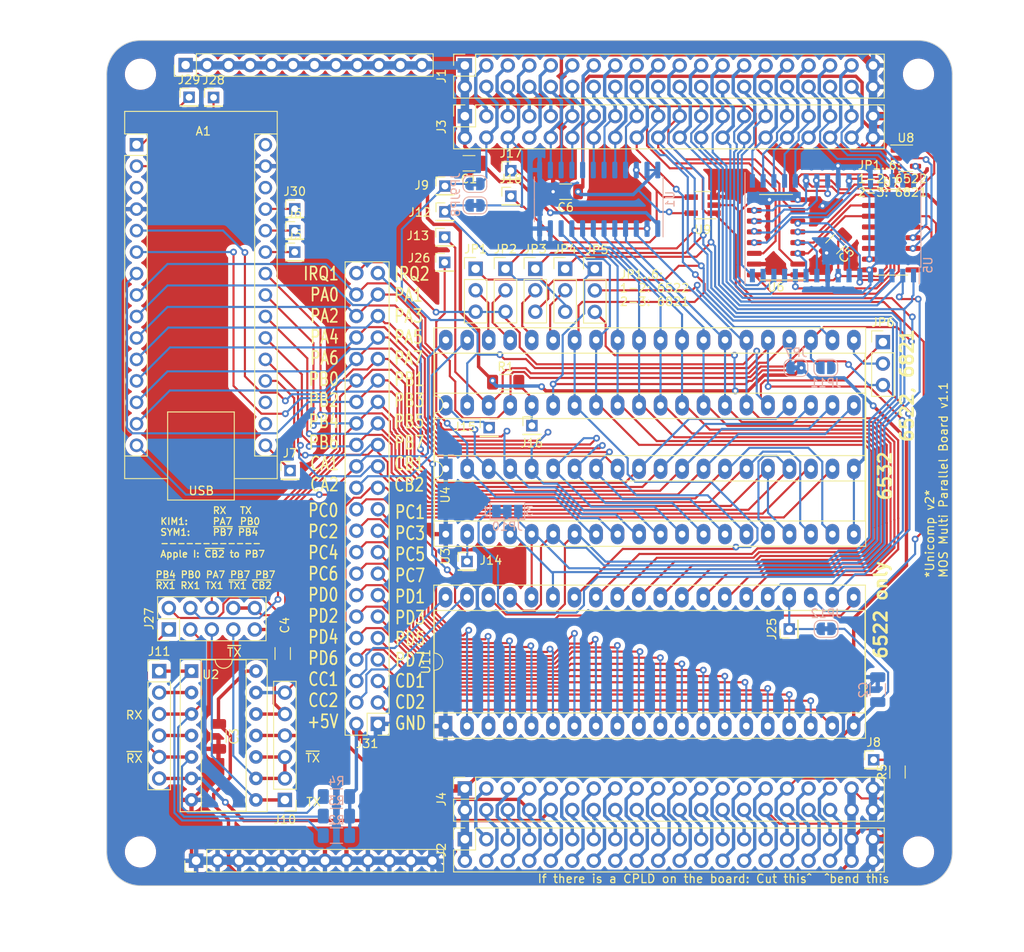
<source format=kicad_pcb>
(kicad_pcb (version 20221018) (generator pcbnew)
  (layers (0 "F.Cu" signal) (31 "B.Cu" signal) (34 "B.Paste" user) (35 "F.Paste" user) (36 "B.SilkS" user "B.Silkscreen") (37 "F.SilkS" user "F.Silkscreen") (38 "B.Mask" user) (39 "F.Mask" user) (44 "Edge.Cuts" user))
  (net 0 "")
  (net 1 "/~{RST}")
  (net 2 "/~{BUSFREE}")
  (net 3 "/~{RAMWE13}")
  (net 4 "/~{RAMWE12}")
  (net 5 "/~{RAMWE11}")
  (net 6 "/~{RAMWE10}")
  (net 7 "GND")
  (net 8 "/D7")
  (net 9 "/D6")
  (net 10 "/D5")
  (net 11 "/D4")
  (net 12 "/D3")
  (net 13 "/D2")
  (net 14 "/D1")
  (net 15 "/D0")
  (net 16 "+5V")
  (net 17 "/A15")
  (net 18 "/A14")
  (net 19 "/A13")
  (net 20 "/A12")
  (net 21 "/A11")
  (net 22 "/A10")
  (net 23 "/A9")
  (net 24 "/A8")
  (net 25 "/A7")
  (net 26 "/A6")
  (net 27 "/A5")
  (net 28 "/A4")
  (net 29 "/A3")
  (net 30 "/A2")
  (net 31 "/A1")
  (net 32 "/A0")
  (net 33 "/~{RAMWE9}")
  (net 34 "/~{RAMWE8}")
  (net 35 "/~{RAMWE7}")
  (net 36 "/~{RAMWE6}")
  (net 37 "/~{RAMWE5}")
  (net 38 "/~{RAMWE4}")
  (net 39 "/TDI")
  (net 40 "/TMS")
  (net 41 "/TCK")
  (net 42 "+3V3")
  (net 43 "/TDO")
  (net 44 "/CLKF")
  (net 45 "/~{RAMWE3}")
  (net 46 "/~{RAMWE2}")
  (net 47 "/~{RAMWE1}")
  (net 48 "/~{RAMWE0}")
  (net 49 "/CLKS")
  (net 50 "/MOSI")
  (net 51 "/SCK")
  (net 52 "/~{IOWR}")
  (net 53 "/~{MWR}")
  (net 54 "/~{MRD}")
  (net 55 "/R{slash}~{W}_e")
  (net 56 "/~{IORD}")
  (net 57 "/PHI2_e")
  (net 58 "/PHI1_e")
  (net 59 "/~{PH0}")
  (net 60 "/PH0")
  (net 61 "/RX1")
  (net 62 "/RES1")
  (net 63 "/TX1")
  (net 64 "/RES0")
  (net 65 "/TX3")
  (net 66 "/RX3")
  (net 67 "/TX2")
  (net 68 "/RX2")
  (net 69 "/Bus/TDRTN")
  (net 70 "Net-(U7-RCLK)")
  (net 71 "/E")
  (net 72 "Net-(J10-Pin_5)")
  (net 73 "/RW")
  (net 74 "Net-(J13-Pin_1)")
  (net 75 "Net-(J14-Pin_1)")
  (net 76 "Net-(J15-Pin_1)")
  (net 77 "Net-(J16-Pin_1)")
  (net 78 "/PA0")
  (net 79 "/PA1")
  (net 80 "/PA2")
  (net 81 "/PA3")
  (net 82 "/PA4")
  (net 83 "/PA5")
  (net 84 "/PA6")
  (net 85 "/PA7")
  (net 86 "/PB0")
  (net 87 "/PB1")
  (net 88 "/PB2")
  (net 89 "/PB3")
  (net 90 "/PB4")
  (net 91 "/PB5")
  (net 92 "/PB6")
  (net 93 "/PB7")
  (net 94 "/CA1")
  (net 95 "/CB1")
  (net 96 "/CA2")
  (net 97 "/CB2")
  (net 98 "Net-(JP1-C)")
  (net 99 "/~{IRQ}")
  (net 100 "Net-(JP2-C)")
  (net 101 "Net-(JP3-C)")
  (net 102 "Net-(JP4-C)")
  (net 103 "Net-(JP5-C)")
  (net 104 "Net-(JP10-C)")
  (net 105 "/~{CSPIA}")
  (net 106 "Net-(JP6-C)")
  (net 107 "Net-(J27-Pin_9)")
  (net 108 "/TX1#")
  (net 114 "Net-(A1-D1{slash}TX)")
  (net 115 "Net-(A1-D0{slash}RX)")
  (net 116 "Net-(A1-+5V)")
  (net 117 "Net-(U5-I{slash}O0)")
  (net 118 "Net-(U5-I{slash}O1)")
  (net 119 "Net-(U5-I{slash}O2)")
  (net 120 "Net-(U5-I{slash}O3)")
  (net 121 "/~{RAM_WE}")
  (net 122 "Net-(U5-I{slash}O4)")
  (net 123 "Net-(U5-I{slash}O5)")
  (net 124 "Net-(U5-I{slash}O6)")
  (net 125 "Net-(U5-I{slash}O7)")
  (net 126 "/A16")
  (net 127 "/A17")
  (net 128 "/A18")
  (net 129 "/A19")
  (net 130 "Net-(J25-Pin_1)")
  (net 131 "/PC0")
  (net 132 "/PC1")
  (net 134 "/PC2")
  (net 135 "/PC3")
  (net 136 "/PC4")
  (net 137 "/PC5")
  (net 138 "/PC6")
  (net 139 "/PC7")
  (net 140 "/PD0")
  (net 141 "/PD1")
  (net 142 "/PD2")
  (net 143 "/PD3")
  (net 144 "/PD4")
  (net 145 "/PD5")
  (net 146 "/PD6")
  (net 147 "/PD7")
  (net 148 "/CD1")
  (net 149 "/CD2")
  (net 150 "/CC2")
  (net 151 "/CC1")
  (net 152 "/~{CSPIA2}")
  (net 153 "/~{IRQ2}")
  (net 154 "/~{RX1}")
  (net 156 "/RX1#")
  (net 157 "Net-(J11-Pin_1)")
  (net 158 "Net-(J11-Pin_2)")
  (net 159 "/~{TX1}")
  (net 160 "Net-(A1-D13)")
  (net 161 "Net-(A1-A6)")
  (net 162 "Net-(A1-A7)")
  (net 163 "/~{RX1}'")
  (net 164 "/Bus/DB0")
  (net 165 "/Bus/DB1")
  (net 166 "/Bus/DB2")
  (net 167 "/Bus/DB3")
  (net 168 "/Bus/DB4")
  (net 169 "/Bus/DB5")
  (net 170 "/Bus/DB6")
  (net 171 "/Bus/DB7")
  (net 172 "/Bus/~{DOE}")
  (footprint "Connector_PinHeader_2.54mm:PinHeader_2x22_P2.54mm_Vertical" (layer "F.Cu") (at 129.413 126.2126 180)
    (fp_text reference "J31")
    (fp_text value "Conn_02x22_Odd_Even")
  )
  (footprint "Connector_PinHeader_2.00mm:PinHeader_1x01_P2.00mm_Vertical" (layer "F.Cu") (at 139.954 106.9848)
    (fp_text reference "J14")
    (fp_text value ".")
  )
  (footprint "Package_DIP:DIP-40_W15.24mm_Socket_LongPads" (layer "F.Cu") (at 137.414 126.4666 90)
    (fp_text reference "U11")
    (fp_text value "W65C22NxP")
  )
  (footprint "Package_DIP:DIP-40_W15.24mm_Socket_LongPads" (layer "F.Cu") (at 137.4394 96.027 90)
    (fp_text reference "U4")
    (fp_text value "W65C22NxP")
  )
  (footprint "Connector_PinHeader_2.00mm:PinHeader_1x01_P2.00mm_Vertical" (layer "F.Cu") (at 119.5832 67.8434)
    (fp_text reference "J6")
    (fp_text value ".")
  )
  (footprint "Connector_PinSocket_2.54mm:PinSocket_2x20_P2.54mm_Vertical" (layer "F.Cu") (at 139.7 48.303005 90)
    (fp_text reference "J1")
    (fp_text value "BUS")
  )
  (footprint "Connector_PinHeader_2.00mm:PinHeader_1x01_P2.00mm_Vertical" (layer "F.Cu") (at 145.1356 60.7568)
    (fp_text reference "J17")
    (fp_text value "Conn_01x01")
  )
  (footprint "Connector_PinHeader_2.54mm:PinHeader_2x05_P2.54mm_Vertical" (layer "F.Cu") (at 104.6988 115.040331 90)
    (fp_text reference "J27")
    (fp_text value ".")
  )
  (footprint "Resistor_SMD:R_1206_3216Metric_Pad1.30x1.75mm_HandSolder" (layer "F.Cu") (at 144.5254 85.7758)
    (fp_text reference "R1")
    (fp_text value "1k")
  )
  (footprint "Connector_PinHeader_2.00mm:PinHeader_1x01_P2.00mm_Vertical" (layer "F.Cu") (at 137.346 65.6254)
    (fp_text reference "J12")
    (fp_text value "Conn_01x01")
  )
  (footprint "Connector_PinHeader_2.00mm:PinHeader_1x01_P2.00mm_Vertical" (layer "F.Cu") (at 137.3124 71.6026)
    (fp_text reference "J26")
    (fp_text value ".Conn_01x01")
  )
  (footprint "Connector_PinHeader_2.54mm:PinHeader_1x03_P2.54mm_Vertical" (layer "F.Cu") (at 148.0312 72.3646)
    (fp_text reference "JP3")
    (fp_text value ".")
  )
  (footprint "Connector_PinSocket_2.54mm:PinSocket_2x20_P2.54mm_Vertical" (layer "F.Cu") (at 139.7 133.849005 90)
    (fp_text reference "J4")
    (fp_text value "BUS")
  )
  (footprint "Connector_PinHeader_2.00mm:PinHeader_1x01_P2.00mm_Vertical" (layer "F.Cu") (at 137.3124 68.6308)
    (fp_text reference "J13")
    (fp_text value ".")
  )
  (footprint "Connector_PinHeader_2.00mm:PinHeader_1x01_P2.00mm_Vertical" (layer "F.Cu") (at 147.6248 90.932)
    (fp_text reference "J16")
    (fp_text value ".")
  )
  (footprint "Connector_PinHeader_2.54mm:PinHeader_1x03_P2.54mm_Vertical" (layer "F.Cu") (at 151.5618 72.3646)
    (fp_text reference "JP4")
    (fp_text value ".")
  )
  (footprint "Package_SO:SO-16_3.9x9.9mm_P1.27mm" (layer "F.Cu") (at 176.4908 68.632871 180)
    (fp_text reference "U6")
    (fp_text value "74LVC253")
  )
  (footprint "Resistor_SMD:R_1206_3216Metric_Pad1.30x1.75mm_HandSolder" (layer "F.Cu") (at 190.8556 131.9016 90)
    (fp_text reference "R5")
    (fp_text value "10k")
  )
  (footprint "Connector_PinHeader_2.00mm:PinHeader_1x01_P2.00mm_Vertical" (layer "F.Cu") (at 145.1356 63.7794)
    (fp_text reference "J18")
    (fp_text value "Conn_01x01")
  )
  (footprint "Connector_PinHeader_2.00mm:PinHeader_1x01_P2.00mm_Vertical" (layer "F.Cu") (at 109.982 52.0954)
    (fp_text reference "J28")
    (fp_text value ".")
  )
  (footprint "Connector_PinHeader_2.00mm:PinHeader_1x01_P2.00mm_Vertical" (layer "F.Cu") (at 119.5832 70.3834)
    (fp_text reference "J5")
    (fp_text value ".")
  )
  (footprint "Package_TO_SOT_SMD:SOT-23-5" (layer "F.Cu") (at 191.8462 59.2836)
    (fp_text reference "U8")
    (fp_text value "74AHC1G14")
  )
  (footprint "Connector_PinHeader_2.54mm:PinHeader_1x06_P2.54mm_Vertical" (layer "F.Cu") (at 118.4173 135.2042 180)
    (fp_text reference "J10")
    (fp_text value ".")
  )
  (footprint "Connector_PinHeader_2.00mm:PinHeader_1x01_P2.00mm_Vertical" (layer "F.Cu") (at 107.0864 52.07)
    (fp_text reference "J29")
    (fp_text value ".")
  )
  (footprint "Connector_PinHeader_2.54mm:PinHeader_1x12_P2.54mm_Vertical" (layer "F.Cu") (at 107.917 142.389005 90)
    (fp_text reference "J20" hide)
    (fp_text value "Conn_01x12" hide)
  )
  (footprint "Connector_PinHeader_2.54mm:PinHeader_1x03_P2.54mm_Vertical" (layer "F.Cu") (at 155.067 72.3796)
    (fp_text reference "JP5")
    (fp_text value ".")
  )
  (footprint "Connector_PinHeader_2.54mm:PinHeader_1x06_P2.54mm_Vertical" (layer "F.Cu") (at 103.5558 119.9642)
    (fp_text reference "J11")
    (fp_text value ".")
  )
  (footprint "Connector_PinHeader_2.00mm:PinHeader_1x01_P2.00mm_Vertical" (layer "F.Cu") (at 119.0244 96.2406)
    (fp_text reference "J7")
    (fp_text value ".")
  )
  (footprint "Connector_PinHeader_2.00mm:PinHeader_1x01_P2.00mm_Vertical" (layer "F.Cu") (at 178.054 114.9858 90)
    (fp_text reference "J25")
    (fp_text value ".")
  )
  (footprint "Capacitor_SMD:C_1206_3216Metric" (layer "F.Cu") (at 183.513417 69.445183 -135)
    (fp_text reference "C5")
    (fp_text value "100n")
  )
  (footprint "Capacitor_SMD:C_1206_3216Metric" (layer "F.Cu") (at 151.6126 63.246 180)
    (fp_text reference "C6")
    (fp_text value "100n")
  )
  (footprint "Connector_PinSocket_2.54mm:PinSocket_2x20_P2.54mm_Vertical" (layer "F.Cu") (at 139.7 139.849005 90)
    (fp_text reference "J2")
    (fp_text value "BUS")
  )
  (footprint "Capacitor_SMD:C_1206_3216Metric" (layer "F.Cu") (at 110.5662 127.6858 -90)
    (fp_text reference "C3")
    (fp_text value "100n")
  )
  (footprint "MountingHole:MountingHole_3.2mm_M3" (layer "F.Cu") (at 193.34 49.346005)
    (fp_text reference "H3" hide)
    (fp_text value "MountingHole" hide)
  )
  (footprint "Capacitor_SMD:C_1206_3216Metric" (layer "F.Cu") (at 118.1608 117.883331 90)
    (fp_text reference "C4")
    (fp_text value "10n")
  )
  (footprint "Connector_PinHeader_2.00mm:PinHeader_1x01_P2.00mm_Vertical" (layer "F.Cu") (at 119.5832 65.278)
    (fp_text reference "J30")
    (fp_text value ".")
  )
  (footprint "Package_TO_SOT_SMD:SOT-23-5_HandSoldering" (layer "F.Cu") (at 167.8216 64.836 180)
    (fp_text reference "U9")
    (fp_text value "74AHC1G08")
  )
  (footprint "Connector_PinSocket_2.54mm:PinSocket_2x20_P2.54mm_Vertical" (layer "F.Cu") (at 139.7 54.303005 90)
    (fp_text reference "J3")
    (fp_text value "BUS" hide)
  )
  (footprint "Package_DIP:DIP-40_W15.24mm_Socket_LongPads" (layer "F.Cu") (at 137.4394 103.759 90)
    (fp_text reference "U3")
    (fp_text value "6532")
  )
  (footprint "Connector_PinHeader_2.00mm:PinHeader_1x01_P2.00mm_Vertical" (layer "F.Cu") (at 137.346 62.5774)
    (fp_text reference "J9")
    (fp_text value "Conn_01x01")
  )
  (footprint "Connector_PinHeader_2.54mm:PinHeader_1x03_P2.54mm_Vertical" (layer "F.Cu") (at 189.1284 81.041)
    (fp_text reference "JP6")
    (fp_text value ".")
  )
  (footprint "Connector_PinHeader_2.00mm:PinHeader_1x01_P2.00mm_Vertical" (layer "F.Cu") (at 142.5702 91.1606)
    (fp_text reference "J15")
    (fp_text value ".")
  )
  (footprint "MountingHole:MountingHole_3.2mm_M3" (layer "F.Cu") (at 101.34 49.346005)
    (fp_text reference "H1" hide)
    (fp_text value "MountingHole" hide)
  )
  (footprint "Package_SO:SO-16_3.9x9.9mm_P1.27mm" (layer "F.Cu") (at 190.1052 68.048671)
    (fp_text reference "U7")
    (fp_text value "74LVC595")
  )
  (footprint "Capacitor_SMD:C_1206_3216Metric" (layer "F.Cu") (at 140.189 59.885 180)
    (fp_text reference "C1")
    (fp_text value "100n")
  )
  (footprint "Connector_PinHeader_2.00mm:PinHeader_1x01_P2.00mm_Vertical" (layer "F.Cu") (at 188.0362 130.4544)
    (fp_text reference "J8")
    (fp_text value ".")
  )
  (footprint "MountingHole:MountingHole_3.2mm_M3" (layer "F.Cu") (at 101.34 141.346005)
    (fp_text reference "H2" hide)
    (fp_text value "MountingHole" hide)
  )
  (footprint "Connector_PinHeader_2.54mm:PinHeader_1x03_P2.54mm_Vertical" (layer "F.Cu") (at 144.5006 72.3646)
    (fp_text reference "JP2")
    (fp_text value ".")
  )
  (footprint "Connector_PinHeader_2.54mm:PinHeader_1x12_P2.54mm_Vertical" (layer "F.Cu") (at 106.68 48.26 90)
    (fp_text reference "J21" hide)
    (fp_text value "Conn_01x12" hide)
  )
  (footprint "Module:Arduino_Nano" (layer "F.Cu") (at 100.8734 57.6834)
    (fp_text reference "A1")
    (fp_text value "Arduino_Nano_v3.x")
  )
  (footprint "Connector_PinHeader_2.54mm:PinHeader_1x03_P2.54mm_Vertical" (layer "F.Cu") (at 140.97 72.3646)
    (fp_text reference "JP1")
    (fp_text value ".")
  )
  (footprint "MountingHole:MountingHole_3.2mm_M3" (layer "F.Cu") (at 193.34 141.346005)
    (fp_text reference "H4" hide)
    (fp_text value "MountingHole" hide)
  )
  (footprint "Package_DIP:DIP-14_W7.62mm_Socket" (layer "F.Cu") (at 107.3758 119.9592)
    (fp_text reference "U2")
    (fp_text value "74HC14")
  )
  (footprint "Capacitor_SMD:C_1206_3216Metric" (layer "B.Cu") (at 188.5188 122.1504 90)
    (fp_text reference "C2")
    (fp_text value "100n")
  )
  (footprint "Jumper:SolderJumper-2_P1.3mm_Bridged_RoundedPad1.0x1.5mm" (layer "B.Cu") (at 182.4124 114.9604 180)
    (fp_text reference "JP12")
    (fp_text value "CS")
  )
  (footprint "Jumper:SolderJumper-2_P1.3mm_Bridged_RoundedPad1.0x1.5mm" (layer "B.Cu") (at 140.887 62.3234 180)
    (fp_text reference "JP9")
    (fp_text value "PH2")
  )
  (footprint "Package_SO:TSOP-II-32_21.0x10.2mm_P1.27mm" (layer "B.Cu") (at 183.2218 67.566071 90)
    (fp_text reference "U5")
    (fp_text value "IS63WV1288DBLL-10xLI" hide)
  )
  (footprint "Jumper:SolderJumper-3_P1.3mm_Bridged12_Pad1.0x1.5mm_NumberLabels" (layer "B.Cu") (at 144.7246 101.0412)
    (fp_text reference "JP10")
    (fp_text value "6532/6530")
  )
  (footprint "Jumper:SolderJumper-2_P1.3mm_Open_RoundedPad1.0x1.5mm" (layer "B.Cu") (at 182.3824 84.074)
    (fp_text reference "JP11")
    (fp_text value ".")
  )
  (footprint "Jumper:SolderJumper-2_P1.3mm_Bridged_RoundedPad1.0x1.5mm" (layer "B.Cu") (at 178.8414 84.089 180)
    (fp_text reference "JP7")
    (fp_text value "CS")
  )
  (footprint "Resistor_SMD:R_1206_3216Metric_Pad1.30x1.75mm_HandSolder" (layer "B.Cu") (at 124.5114 139.4206 180)
    (fp_text reference "R2")
    (fp_text value "1k")
  )
  (footprint "Resistor_SMD:R_1206_3216Metric_Pad1.30x1.75mm_HandSolder" (layer "B.Cu") (at 124.5102 137.1092 180)
    (fp_text reference "R3")
    (fp_text value "1k")
  )
  (footprint "Jumper:SolderJumper-2_P1.3mm_Bridged_RoundedPad1.0x1.5mm" (layer "B.Cu") (at 140.902 64.8634 180)
    (fp_text reference "JP8")
    (fp_text value "R/W")
  )
  (footprint "Package_SO:SO-24_5.3x15mm_P1.27mm" (layer "B.Cu") (at 155.5242 64.1431 90)
    (fp_text reference "U1")
    (fp_text value "SN74LVCC4245ANSR")
  )
  (footprint "Resistor_SMD:R_1206_3216Metric_Pad1.30x1.75mm_HandSolder" (layer "B.Cu") (at 124.5114 134.7978 180)
    (fp_text reference "R4")
    (fp_text value "1k")
  )
  (gr_line (start 97.34 49.346005) (end 97.34 141.346005) (stroke (width 0.1)) (layer "Edge.Cuts"))
  (gr_arc (start 97.34 49.346005) (mid 98.511573 46.517578) (end 101.34 45.346005) (stroke (width 0.1)) (layer "Edge.Cuts"))
  (gr_arc (start 193.34 45.346005) (mid 196.168427 46.517578) (end 197.34 49.346005) (stroke (width 0.1)) (layer "Edge.Cuts"))
  (gr_arc (start 197.34 141.346005) (mid 196.168427 144.174432) (end 193.34 145.346005) (stroke (width 0.1)) (layer "Edge.Cuts"))
  (gr_line (start 197.34 141.351) (end 197.34 49.346005) (stroke (width 0.1)) (layer "Edge.Cuts"))
  (gr_line (start 193.34 45.346005) (end 101.34 45.346005) (stroke (width 0.1)) (layer "Edge.Cuts"))
  (gr_arc (start 101.34 145.346005) (mid 98.511573 144.174432) (end 97.34 141.346005) (stroke (width 0.1)) (layer "Edge.Cuts"))
  (gr_line (start 193.34 145.346005) (end 101.34 145.346005) (stroke (width 0.1)) (layer "Edge.Cuts"))
  (gr_text "~{TX}" (at 120.7516 130.8354) (layer "F.SilkS") (effects (font (size 1 1)) (justify left bottom)))
  (gr_text "~{TX}" (at 111.473765 118.342331) (layer "F.SilkS") (effects (font (size 1 1)) (justify left bottom)))
  (gr_text "TX" (at 120.8532 136.0424) (layer "F.SilkS") (effects (font (size 1 1)) (justify left bottom)))
  (gr_text "PC1\nPC3\nPC5\nPC7\nPD1\nPD3\nPD5\nPD7\nCD1\nCD2\nGND" (at 131.318 113.6396) (layer "F.SilkS") (effects (font (size 1.55 1.2) (thickness 0.2) bold) (justify left)))
  (gr_text "PB4 PB0 PA7 PB7 PB7\n~{RX1} RX1 TX1 ~{TX1} ~{CB2}" (at 103.0478 110.3097) (layer "F.SilkS") (effects (font (size 0.8 0.8)) (justify left bottom)))
  (gr_text "*Unicomp v2*\nMOS Multi Parallel Board v1.1" (at 195.4784 109.0168 90) (layer "F.SilkS") (effects (font (size 1 1)) (justify left)))
  (gr_text "6522 only" (at 188.8744 112.7252 90) (layer "F.SilkS") (effects (font (size 1.5 1.5) (thickness 0.3))))
  (gr_text "If there is a CPLD on the board: Cut this^  ^bend this" (at 189.992 144.526) (layer "F.SilkS") (effects (font (size 1 1)) (justify right)))
  (gr_text "JP1..6:\n1-2: 6522\n2-3: 6821" (at 157.9372 76.835) (layer "F.SilkS") (effects (font (size 1 1)) (justify left bottom)))
  (gr_text "~{RX}" (at 99.5426 130.8862) (layer "F.SilkS") (effects (font (size 1 1)) (justify left bottom)))
  (gr_text "IRQ2\nPA1\nPA3\nPA5\nPA7\nPB1\nPB3\nPB5\nPB7\nCB1\nCB2\n" (at 131.2164 85.4456) (layer "F.SilkS") (effects (font (size 1.55 1.2) (thickness 0.2) bold) (justify left)))
  (gr_text "IRQ1\nPA0\nPA2\nPA4\nPA6\nPB0\nPB2\nPB4\nPB6\nCA1\nCA2\n" (at 124.9172 85.4202) (layer "F.SilkS") (effects (font (size 1.55 1.2) (thickness 0.2) bold) (justify right)))
  (gr_text "PC0\nPC2\nPC4\nPC6\nPD0\nPD2\nPD4\nPD6\nCC1\nCC2\n+5V" (at 124.8664 113.4364) (layer "F.SilkS") (effects (font (size 1.55 1.2) (thickness 0.2) bold) (justify right)))
  (gr_text "JP1..6:\n1-2: 6522\n2-3: 6821" (at 186.0666 63.911263) (layer "F.SilkS") (effects (font (size 1 1)) (justify left bottom)))
  (gr_text "6532" (at 189.3824 96.8756 90) (layer "F.SilkS") (effects (font (size 1.5 1.5) (thickness 0.3))))
  (gr_text "RX\n" (at 99.5172 125.7554) (layer "F.SilkS") (effects (font (size 1 1)) (justify left bottom)))
  (gr_text "6522, 6821" (at 191.9732 86.1822 90) (layer "F.SilkS") (effects (font (size 1.5 1.5) (thickness 0.3))))
  (gr_text "		RX	TX\nKIM1: 	PA7	PB0\nSYM1:	~{PB7} ~{PB4}\n------------\nApple I: ~{CB2} to PB7" (at 103.6066 106.5784) (layer "F.SilkS") (effects (font (size 0.8 0.8)) (justify left bottom)))
  (segment (start 152.654 111.2266) (end 158.369 105.5116) (width 0.25) (layer "F.Cu") (net 1))
  (segment (start 153.5854 76.2846) (end 166.8696 76.2846) (width 0.25) (layer "F.Cu") (net 1))
  (segment (start 152.6794 80.787) (end 153.1366 80.3298) (width 0.25) (layer "F.Cu") (net 1))
  (segment (start 153.1366 76.7334) (end 153.5854 76.2846) (width 0.25) (layer "F.Cu") (net 1))
  (segment (start 171.5262 105.5116) (end 171.7548 105.283) (width 0.25) (layer "F.Cu") (net 1))
  (segment (start 166.8696 76.2846) (end 168.0464 75.1078) (width 0.25) (layer "F.Cu") (net 1))
  (segment (start 160.02 58.2676) (end 164.6936 62.9412) (width 0.25) (layer "F.Cu") (net 1))
  (segment (start 153.1366 80.3298) (end 153.1366 76.7334) (width 0.25) (layer "F.Cu") (net 1))
  (segment (start 160.02 56.843005) (end 160.02 58.2676) (width 0.25) (layer "F.Cu") (net 1))
  (segment (start 168.0464 75.1078) (end 168.0464 74.1426) (width 0.25) (layer "F.Cu") (net 1))
  (segment (start 168.0464 74.1426) (end 166.9542 73.0504) (width 0.25) (layer "F.Cu") (net 1))
  (segment (start 158.369 105.5116) (end 171.5262 105.5116) (width 0.25) (layer "F.Cu") (net 1))
  (via (at 171.7548 105.283) (size 0.8) (drill 0.4) (layers "F.Cu" "B.Cu") (net 1))
  (via (at 164.6936 62.9412) (size 0.8) (drill 0.4) (layers "F.Cu" "B.Cu") (net 1))
  (via (at 166.9542 73.0504) (size 0.8) (drill 0.4) (layers "F.Cu" "B.Cu") (net 1))
  (segment (start 159.83341 97.552) (end 158.9532 96.67179) (width 0.25) (layer "B.Cu") (net 1))
  (segment (start 174.2948 104.45459) (end 174.2948 103.06341) (width 0.25) (layer "B.Cu") (net 1))
  (segment (start 161.273253 53.298339) (end 161.273253 55.505419) (width 0.4) (layer "B.Cu") (net 1))
  (segment (start 173.46539 105.284) (end 174.2948 104.45459) (width 0.25) (layer "B.Cu") (net 1))
  (segment (start 171.7548 105.283) (end 172.53241 105.283) (width 0.25) (layer "B.Cu") (net 1))
  (segment (start 161.273253 55.505419) (end 160.02 56.758672) (width 0.4) (layer "B.Cu") (net 1))
  (segment (start 164.6936 62.9412) (end 165.481 63.7286) (width 0.25) (layer "B.Cu") (net 1))
  (segment (start 160.02 50.843005) (end 160.02 52.045086) (width 0.4) (layer "B.Cu") (net 1))
  (segment (start 152.6794 88.519) (end 152.6794 80.787) (width 0.25) (layer "B.Cu") (net 1))
  (segment (start 158.9532 96.67179) (end 158.9532 94.7928) (width 0.25) (layer "B.Cu") (net 1))
  (segment (start 172.53241 105.283) (end 172.53341 105.284) (width 0.25) (layer "B.Cu") (net 1))
  (segment (start 172.53341 105.284) (end 173.46539 105.284) (width 0.25) (layer "B.Cu") (net 1))
  (segment (start 160.02 52.045086) (end 161.273253 53.298339) (width 0.4) (layer "B.Cu") (net 1))
  (segment (start 158.9532 94.7928) (end 152.6794 88.519) (width 0.25) (layer "B.Cu") (net 1))
  (segment (start 168.78339 97.552) (end 159.83341 97.552) (width 0.25) (layer "B.Cu") (net 1))
  (segment (start 174.2948 103.06341) (end 168.78339 97.552) (width 0.25) (layer "B.Cu") (net 1))
  (segment (start 165.481 63.7286) (end 165.481 64.1858) (width 0.25) (layer "B.Cu") (net 1))
  (segment (start 165.481 64.1858) (end 165.481 71.5772) (width 0.25) (layer "B.Cu") (net 1))
  (segment (start 165.481 71.5772) (end 166.9542 73.0504) (width 0.25) (layer "B.Cu") (net 1))
  (segment (start 156.23 135.099005) (end 156.23 137.053) (width 0.4) (layer "B.Cu") (net 2))
  (segment (start 156.23 137.053) (end 157.48 138.303) (width 0.4) (layer "B.Cu") (net 2))
  (segment (start 157.48 133.849005) (end 156.23 135.099005) (width 0.4) (layer "B.Cu") (net 2))
  (segment (start 157.48 138.303) (end 157.48 139.7) (width 0.4) (layer "B.Cu") (net 2))
  (segment (start 157.48 142.24) (end 158.73 140.99) (width 0.4) (layer "B.Cu") (net 3))
  (segment (start 158.73 138.156) (end 157.48 136.906) (width 0.4) (layer "B.Cu") (net 3))
  (segment (start 158.73 140.99) (end 158.73 138.156) (width 0.4) (layer "B.Cu") (net 3))
  (segment (start 160.02 138.303) (end 158.77 137.053) (width 0.4) (layer "B.Cu") (net 4))
  (segment (start 160.02 139.7) (end 160.02 138.303) (width 0.4) (layer "B.Cu") (net 4))
  (segment (start 158.77 135.099005) (end 160.02 133.849005) (width 0.4) (layer "B.Cu") (net 4))
  (segment (start 158.77 137.053) (end 158.77 135.099005) (width 0.4) (layer "B.Cu") (net 4))
  (segment (start 160.02 136.906) (end 161.27 138.156) (width 0.4) (layer "B.Cu") (net 5))
  (segment (start 161.27 140.99) (end 160.02 142.24) (width 0.4) (layer "B.Cu") (net 5))
  (segment (start 161.27 138.156) (end 161.27 140.99) (width 0.4) (layer "B.Cu") (net 5))
  (segment (start 162.56 138.303) (end 161.29 137.033) (width 0.4) (layer "B.Cu") (net 6))
  (segment (start 161.29 137.033) (end 161.29 135.119005) (width 0.4) (layer "B.Cu") (net 6))
  (segment (start 162.56 139.7) (end 162.56 138.303) (width 0.4) (layer "B.Cu") (net 6))
  (segment (start 161.29 135.119005) (end 162.56 133.849005) (width 0.4) (layer "B.Cu") (net 6))
  (segment (start 176.024 71.807871) (end 173.9158 71.807871) (width 0.25) (layer "F.Cu") (net 7))
  (segment (start 187.96 58.270851) (end 187.96 56.843005) (width 0.25) (layer "F.Cu") (net 7))
  (segment (start 169.9894 63.0682) (end 174.5996 63.0682) (width 0.25) (layer "F.Cu") (net 7))
  (segment (start 196.84 56.7336) (end 196.84 59.0858) (width 1) (layer "F.Cu") (net 7))
  (segment (start 187.96 139.849005) (end 189.162081 139.849005) (width 1) (layer "F.Cu") (net 7))
  (segment (start 179.0658 73.077871) (end 179.880729 73.077871) (width 0.25) (layer "F.Cu") (net 7))
  (segment (start 181.335463 64.266863) (end 181.991 64.9224) (width 0.25) (layer "F.Cu") (net 7))
  (segment (start 100.8734 65.3034) (end 105.5116 65.3034) (width 0.4) (layer "F.Cu") (net 7))
  (segment (start 110.5662 132.0088) (end 107.3758 135.1992) (width 0.4) (layer "F.Cu") (net 7))
  (segment (start 110.5916 60.2234) (end 116.1134 60.2234) (width 0.4) (layer "F.Cu") (net 7))
  (segment (start 189.162081 139.849005) (end 196.84 132.171086) (width 1) (layer "F.Cu") (net 7))
  (segment (start 110.5662 129.1608) (end 110.5662 132.0088) (width 0.4) (layer "F.Cu") (net 7))
  (segment (start 179.880729 73.077871) (end 182.470434 70.488166) (width 0.25) (layer "F.Cu") (net 7))
  (segment (start 138.45 46.910805) (end 138.6078 46.753005) (width 0.4) (layer "F.Cu") (net 7))
  (segment (start 150.137599 63.246001) (end 151.11 62.2736) (width 0.4) (layer "F.Cu") (net 7))
  (segment (start 151.11 62.2736) (end 151.11 47.088605) (width 0.4) (layer "F.Cu") (net 7))
  (segment (start 184.630405 60.1726) (end 183.8198 60.1726) (width 0.25) (layer "F.Cu") (net 7))
  (segment (start 187.96 56.843005) (end 184.630405 60.1726) (width 0.25) (layer "F.Cu") (net 7))
  (segment (start 107.3758 135.1992) (end 107.3758 141.847805) (width 0.4) (layer "F.Cu") (net 7))
  (segment (start 194.409405 54.303005) (end 196.84 56.7336) (width 1) (layer "F.Cu") (net 7))
  (segment (start 174.5996 63.0682) (end 175.7172 64.1858) (width 0.25) (layer "F.Cu") (net 7))
  (segment (start 177.294 73.077871) (end 176.024 71.807871) (width 0.25) (layer "F.Cu") (net 7))
  (segment (start 189.922749 60.2336) (end 187.96 58.270851) (width 0.25) (layer "F.Cu") (net 7))
  (segment (start 150.7744 46.753005) (end 138.6078 46.753005) (width 1) (layer "F.Cu") (net 7))
  (segment (start 187.96 54.303005) (end 194.409405 54.303005) (width 1) (layer "F.Cu") (net 7))
  (segment (start 179.144792 64.266863) (end 181.335463 64.266863) (width 0.25) (layer "F.Cu") (net 7))
  (segment (start 105.5116 65.3034) (end 110.5916 60.2234) (width 0.4) (layer "F.Cu") (net 7))
  (segment (start 187.96 48.303005) (end 186.41 46.753005) (width 1) (layer "F.Cu") (net 7))
  (segment (start 138.45 59.621) (end 138.45 46.910805) (width 0.4) (layer "F.Cu") (net 7))
  (segment (start 196.84 132.171086) (end 196.84 59.0858) (width 1) (layer "F.Cu") (net 7))
  (segment (start 151.11 47.088605) (end 150.7744 46.753005) (width 0.4) (layer "F.Cu") (net 7))
  (segment (start 169.1716 63.886) (end 169.9894 63.0682) (width 0.25) (layer "F.Cu") (net 7))
  (segment (start 190.7087 60.2336) (end 189.922749 60.2336) (width 0.25) (layer "F.Cu") (net 7))
  (segment (start 186.41 46.753005) (end 158.9786 46.753005) (width 1) (layer "F.Cu") (net 7))
  (segment (start 179.0658 73.077871) (end 177.294 73.077871) (width 0.25) (layer "F.Cu") (net 7))
  (segment (start 158.9786 46.753005) (end 150.7744 46.753005) (width 1) (layer "F.Cu") (net 7))
  (segment (start 116.1134 60.2234) (end 138.3756 60.2234) (width 0.4) (layer "F.Cu") (net 7))
  (via (at 150.137599 63.246001) (size 0.8) (drill 0.4) (layers "F.Cu" "B.Cu") (net 7))
  (via (at 181.991 64.9224) (size 0.8) (drill 0.4) (layers "F.Cu" "B.Cu") (net 7))
  (via (at 182.470434 70.488166) (size 0.8) (drill 0.4) (layers "F.Cu" "B.Cu") (net 7))
  (via (at 175.7172 64.1858) (size 0.8) (drill 0.4) (layers "F.Cu" "B.Cu") (net 7))
  (via (at 187.5302 72.493693) (size 0.8) (drill 0.4) (layers "F.Cu" "B.Cu") (net 7))
  (via (at 179.0658 64.187871) (size 0.8) (drill 0.4) (layers "F.Cu" "B.Cu") (net 7))
  (via (at 183.8198 60.1726) (size 0.8) (drill 0.4) (layers "F.Cu" "B.Cu") (net 7))
  (segment (start 187.96 48.26) (end 187.96 50.8) (width 1) (layer "B.Cu") (net 7))
  (segment (start 129.4384 128.778) (end 129.413 128.7526) (width 1) (layer "B.Cu") (net 7))
  (segment (start 182.6122 73.150671) (end 182.6122 72.650671) (width 0.25) (layer "B.Cu") (net 7))
  (segment (start 183.8468 61.966071) (end 183.8468 60.1996) (width 0.25) (layer "B.Cu") (net 7))
  (segment (start 150.1376 63.246) (end 148.5392 64.8444) (width 0.4) (layer "B.Cu") (net 7))
  (segment (start 186.7154 75.2094) (end 183.388 75.2094) (width 0.25) (layer "B.Cu") (net 7))
  (segment (start 187.6668 61.124) (end 186.8424 60.2996) (width 0.25) (layer "B.Cu") (net 7))
  (segment (start 183.326056 128.3716) (end 184.4675 127.230156) (width 0.4) (layer "B.Cu") (net 7))
  (segment (start 151.384 143.939005) (end 138.43 143.939005) (width 1) (layer "B.Cu") (net 7))
  (segment (start 135.857 138.5748) (end 129.4384 132.1562) (width 1) (layer "B.Cu") (net 7))
  (segment (start 149.8092 67.6056) (end 148.5392 67.6056) (width 0.4) (layer "B.Cu") (net 7))
  (segment (start 183.388 75.2094) (end 182.5968 74.4182) (width 0.25) (layer "B.Cu") (net 7))
  (segment (start 179.063729 64.1858) (end 179.0658 64.187871) (width 0.25) (layer "B.Cu") (net 7))
  (segment (start 187.96 142.389005) (end 186.41 143.939005) (width 1) (layer "B.Cu") (net 7))
  (segment (start 183.8468 60.1996) (end 183.8198 60.1726) (width 0.25) (layer "B.Cu") (net 7))
  (segment (start 187.6668 73.166071) (end 187.6668 72.630293) (width 0.25) (layer "B.Cu") (net 7))
  (segment (start 137.414 129.8448) (end 137.414 126.4666) (width 0.4) (layer "B.Cu") (net 7))
  (segment (start 137.4394 140.806605) (end 135.857 142.389005) (width 0.4) (layer "B.Cu") (net 7))
  (segment (start 137.4394 103.759) (end 137.4394 106.4702) (width 0.4) (layer "B.Cu") (net 7))
  (segment (start 186.41 143.939005) (end 151.384 143.939005) (width 1) (layer "B.Cu") (net 7))
  (segment (start 107.917 142.389005) (end 135.857 142.389005) (width 1) (layer "B.Cu") (net 7))
  (segment (start 148.5392 64.8444) (end 148.5392 67.6056) (width 0.4) (layer "B.Cu") (net 7))
  (segment (start 187.6668 73.166071) (end 187.6668 74.258) (width 0.25) (layer "B.Cu") (net 7))
  (segment (start 187.6668 61.466071) (end 187.6668 61.124) (width 0.25) (layer "B.Cu") (net 7))
  (segment (start 187.6668 72.630293) (end 187.5302 72.493693) (width 0.25) (layer "B.Cu") (net 7))
  (segment (start 182.5968 70.614532) (end 182.470434 70.488166) (width 0.25) (layer "B.Cu") (net 7))
  (segment (start 139.319 128.3716) (end 183.326056 128.3716) (width 0.4) (layer "B.Cu") (net 7))
  (segment (start 187.6668 63.156) (end 188.2902 63.7794) (width 0.25) (layer "B.Cu") (net 7))
  (segment (start 188.2902 63.7794) (end 188.2902 71.733693) (width 0.25) (layer "B.Cu") (net 7))
  (segment (start 186.8424 60.2996) (end 184.874871 60.2996) (width 0.25) (layer "B.Cu") (net 7))
  (segment (start 135.857 142.389005) (end 137.407 143.939005) (width 1) (layer "B.Cu") (net 7))
  (segment (start 141.1732 112.7506) (end 137.414 116.5098) (width 0.4) (layer "B.Cu") (net 7))
  (segment (start 182.5968 74.4182) (end 182.5968 73.166071) (width 0.25) (layer "B.Cu") (net 7))
  (segment (start 187.963253 56.849864) (end 187.963253 54.309864) (width 1) (layer "B.Cu") (net 7))
  (segment (start 182.5968 73.166071) (end 182.5968 70.614532) (width 0.25) (layer "B.Cu") (net 7))
  (segment (start 137.414 116.5098) (end 137.414 126.4666) (width 0.4) (layer "B.Cu") (net 7))
  (segment (start 129.413 128.7526) (end 129.413 126.2126) (width 1) (layer "B.Cu") (net 7))
  (segment (start 187.6668 61.966071) (end 187.6668 63.156) (width 0.25) (layer "B.Cu") (net 7))
  (segment (start 129.4384 132.1562) (end 129.4384 128.778) (width 1) (layer "B.Cu") (net 7))
  (segment (start 184.874871 60.2996) (end 183.9468 60.2996) (width 0.25) (layer "B.Cu") (net 7))
  (segment (start 187.6668 74.258) (end 186.7154 75.2094) (width 0.25) (layer "B.Cu") (net 7))
  (segment (start 183.8468 61.966071) (end 183.8468 63.512071) (width 0.25) (layer "B.Cu") (net 7))
  (segment (start 148.5392 60.6806) (end 148.5392 61.6476) (width 0.4) (layer "B.Cu") (net 7))
  (segment (start 183.8468 63.512071) (end 182.436471 64.9224) (width 0.25) (layer "B.Cu") (net 7))
  (segment (start 148.5392 61.6476) (end 150.1376 63.246) (width 0.4) (layer "B.Cu") (net 7))
  (segment (start 175.7172 64.1858) (end 179.063729 64.1858) (width 0.25) (layer "B.Cu") (net 7))
  (segment (start 135.857 142.389005) (end 135.857 138.5748) (width 1) (layer "B.Cu") (net 7))
  (segment (start 141.1732 110.204) (end 141.1732 112.7506) (width 0.4) (layer "B.Cu") (net 7))
  (segment (start 184.4675 124.7267) (end 188.5188 120.6754) (width 0.4) (layer "B.Cu") (net 7))
  (segment (start 137.407 143.939005) (end 138.43 143.939005) (width 1) (layer "B.Cu") (net 7))
  (segment (start 188.2902 71.733693) (end 187.5302 72.493693) (width 0.25) (layer "B.Cu") (net 7))
  (segment (start 184.4675 127.230156) (end 184.4675 124.7267) (width 0.4) (layer "B.Cu") (net 7))
  (segment (start 137.414 126.4666) (end 139.319 128.3716) (width 0.4) (layer "B.Cu") (net 7))
  (segment (start 137.4394 129.8702) (end 137.414 129.8448) (width 0.4) (layer "B.Cu") (net 7))
  (segment (start 187.96 133.849005) (end 187.96 142.389005) (width 1) (layer "B.Cu") (net 7))
  (segment (start 187.963253 54.309864) (end 187.963253 48.309864) (width 1) (layer "B.Cu") (net 7))
  (segment (start 137.4394 129.8702) (end 137.4394 140.806605) (width 0.4) (layer "B.Cu") (net 7))
  (segment (start 182.436471 64.9224) (end 181.991 64.9224) (width 0.25) (layer "B.Cu") (net 7))
  (segment (start 137.4394 96.027) (end 137.4394 103.759) (width 0.4) (layer "B.Cu") (net 7))
  (segment (start 183.9468 60.2996) (end 183.8198 60.1726) (width 0.25) (layer "B.Cu") (net 7))
  (segment (start 137.4394 106.4702) (end 141.1732 110.204) (width 0.4) (layer "B.Cu") (net 7))
  (segment (start 172.9994 88.519) (end 174.5244 90.044) (width 0.25) (layer "F.Cu") (net 8))
  (segment (start 190.939 105.553804) (end 187.900604 108.5922) (width 0.25) (layer "F.Cu") (net 8))
  (segment (start 187.900604 108.5922) (end 175.6084 108.5922) (width 0.25) (layer "F.Cu") (net 8))
  (segment (start 190.939 101.87746) (end 190.939 105.553804) (width 0.25) (layer "F.Cu") (net 8))
  (segment (start 188.326372 90.044) (end 190.9322 92.649828) (width 0.25) (layer "F.Cu") (net 8))
  (segment (start 175.6084 108.5922) (end 172.974 111.2266) (width 0.25) (layer "F.Cu") (net 8))
  (segment (start 190.9322 101.87066) (end 190.939 101.87746) (width 0.25) (layer "F.Cu") (net 8))
  (segment (start 174.5244 90.044) (end 188.326372 90.044) (width 0.25) (layer "F.Cu") (net 8))
  (segment (start 190.9322 92.649828) (end 190.9322 101.87066) (width 0.25) (layer "F.Cu") (net 8))
  (segment (start 172.45039 80.787) (end 172.9994 80.787) (width 0.25) (layer "B.Cu") (net 8))
  (segment (start 172.9994 88.519) (end 172.9994 80.787) (width 0.25) (layer "B.Cu") (net 8))
  (segment (start 160.02 67.4624) (end 160.02 68.35661) (width 0.25) (layer "B.Cu") (net 8))
  (segment (start 160.02 68.35661) (end 172.45039 80.787) (width 0.25) (layer "B.Cu") (net 8))
  (segment (start 190.489 102.063856) (end 190.4822 102.057056) (width 0.25) (layer "F.Cu") (net 9))
  (segment (start 174.762604 108.8016) (end 175.422004 108.1422) (width 0.25) (layer "F.Cu") (net 9))
  (segment (start 170.834 111.2266) (end 173.259 108.8016) (width 0.25) (layer "F.Cu") (net 9))
  (segment (start 190.489 105.367408) (end 190.489 102.063856) (width 0.25) (layer "F.Cu") (net 9))
  (segment (start 190.4822 102.057056) (end 190.4822 92.836224) (width 0.25) (layer "F.Cu") (net 9))
  (segment (start 190.4822 92.836224) (end 188.139976 90.494) (width 0.25) (layer "F.Cu") (net 9))
  (segment (start 172.4344 90.494) (end 170.4594 88.519) (width 0.25) (layer "F.Cu") (net 9))
  (segment (start 173.259 108.8016) (end 174.762604 108.8016) (width 0.25) (layer "F.Cu") (net 9))
  (segment (start 188.139976 90.494) (end 172.4344 90.494) (width 0.25) (layer "F.Cu") (net 9))
  (segment (start 175.422004 108.1422) (end 187.714208 108.1422) (width 0.25) (layer "F.Cu") (net 9))
  (segment (start 187.714208 108.1422) (end 190.489 105.367408) (width 0.25) (layer "F.Cu") (net 9))
  (segment (start 170.4594 80.787) (end 170.4594 88.519) (width 0.25) (layer "B.Cu") (net 9))
  (segment (start 158.75 67.4624) (end 158.75 69.0776) (width 0.25) (layer "B.Cu") (net 9))
  (segment (start 158.75 69.0776) (end 170.4594 80.787) (width 0.25) (layer "B.Cu") (net 9))
  (segment (start 170.7444 90.944) (end 187.95358 90.944) (width 0.25) (layer "F.Cu") (net 10))
  (segment (start 174.576208 108.3516) (end 170.769 108.3516) (width 0.25) (layer "F.Cu") (net 10))
  (segment (start 190.0322 93.02262) (end 190.0322 102.243452) (width 0.25) (layer "F.Cu") (net 10))
  (segment (start 190.0322 102.243452) (end 190.039 102.250252) (width 0.25) (layer "F.Cu") (net 10))
  (segment (start 175.235608 107.6922) (end 174.576208 108.3516) (width 0.25) (layer "F.Cu") (net 10))
  (segment (start 190.039 105.181012) (end 187.527812 107.6922) (width 0.25) (layer "F.Cu") (net 10))
  (segment (start 190.039 102.250252) (end 190.039 105.181012) (width 0.25) (layer "F.Cu") (net 10))
  (segment (start 170.769 108.3516) (end 167.894 111.2266) (width 0.25) (layer "F.Cu") (net 10))
  (segment (start 187.95358 90.944) (end 190.0322 93.02262) (width 0.25) (layer "F.Cu") (net 10))
  (segment (start 187.527812 107.6922) (end 175.235608 107.6922) (width 0.25) (layer "F.Cu") (net 10))
  (segment (start 168.3194 88.519) (end 170.7444 90.944) (width 0.25) (layer "F.Cu") (net 10))
  (segment (start 157.48 67.4624) (end 157.48 68.85422) (width 0.25) (layer "B.Cu") (net 10))
  (segment (start 167.9194 88.519) (end 167.9194 80.787) (width 0.25) (layer "B.Cu") (net 10))
  (segment (start 167.9194 79.29362) (end 167.9194 80.787) (width 0.25) (layer "B.Cu") (net 10))
  (segment (start 157.48 68.85422) (end 167.9194 79.29362) (width 0.25) (layer "B.Cu") (net 10))
  (segment (start 189.589 102.436648) (end 189.5822 102.429848) (width 0.25) (layer "F.Cu") (net 11))
  (segment (start 175.049212 107.2422) (end 187.341416 107.2422) (width 0.25) (layer "F.Cu") (net 11))
  (segment (start 189.5822 102.429848) (end 189.5822 93.209016) (width 0.25) (layer "F.Cu") (net 11))
  (segment (start 174.389812 107.9016) (end 175.049212 107.2422) (width 0.25) (layer "F.Cu") (net 11))
  (segment (start 189.589 104.994616) (end 189.589 102.436648) (width 0.25) (layer "F.Cu") (net 11))
  (segment (start 187.767184 91.394) (end 168.6544 91.394) (width 0.25) (layer "F.Cu") (net 11))
  (segment (start 168.679 107.9016) (end 174.389812 107.9016) (width 0.25) (layer "F.Cu") (net 11))
  (segment (start 189.5822 93.209016) (end 187.767184 91.394) (width 0.25) (layer "F.Cu") (net 11))
  (segment (start 187.341416 107.2422) (end 189.589 104.994616) (width 0.25) (layer "F.Cu") (net 11))
  (segment (start 165.354 111.2266) (end 168.679 107.9016) (width 0.25) (layer "F.Cu") (net 11))
  (segment (start 168.6544 91.394) (end 165.7794 88.519) (width 0.25) (layer "F.Cu") (net 11))
  (segment (start 165.3794 80.787) (end 165.3794 88.519) (width 0.25) (layer "B.Cu") (net 11))
  (segment (start 165.3794 77.7748) (end 165.3794 80.787) (width 0.25) (layer "B.Cu") (net 11))
  (segment (start 156.21 67.4624) (end 156.21 68.6054) (width 0.25) (layer "B.Cu") (net 11))
  (segment (start 156.21 68.6054) (end 165.3794 77.7748) (width 0.25) (layer "B.Cu") (net 11))
  (segment (start 174.203416 107.4516) (end 166.589 107.4516) (width 0.25) (layer "F.Cu") (net 12))
  (segment (start 174.862816 106.7922) (end 174.203416 107.4516) (width 0.25) (layer "F.Cu") (net 12))
  (segment (start 187.580788 91.844) (end 189.1322 93.395412) (width 0.25) (layer "F.Cu") (net 12))
  (segment (start 187.15502 106.7922) (end 174.862816 106.7922) (width 0.25) (layer "F.Cu") (net 12))
  (segment (start 189.1322 93.395412) (end 189.1322 102.616244) (width 0.25) (layer "F.Cu") (net 12))
  (segment (start 166.5644 91.844) (end 187.580788 91.844) (width 0.25) (layer "F.Cu") (net 12))
  (segment (start 166.589 107.4516) (end 162.814 111.2266) (width 0.25) (layer "F.Cu") (net 12))
  (segment (start 189.139 104.80822) (end 187.15502 106.7922) (width 0.25) (layer "F.Cu") (net 12))
  (segment (start 189.1322 102.616244) (end 189.139 102.623044) (width 0.25) (layer "F.Cu") (net 12))
  (segment (start 163.2394 88.519) (end 166.5644 91.844) (width 0.25) (layer "F.Cu") (net 12))
  (segment (start 189.139 102.623044) (end 189.139 104.80822) (width 0.25) (layer "F.Cu") (net 12))
  (segment (start 154.94 67.4624) (end 154.94 68.6054) (width 0.25) (layer "B.Cu") (net 12))
  (segment (start 156.1892 69.8546) (end 156.822804 69.8546) (width 0.25) (layer "B.Cu") (net 12))
  (segment (start 162.8394 75.871196) (end 162.8394 80.787) (width 0.25) (layer "B.Cu") (net 12))
  (segment (start 162.8394 88.519) (end 162.8394 80.787) (width 0.25) (layer "B.Cu") (net 12))
  (segment (start 154.94 68.6054) (end 156.1892 69.8546) (width 0.25) (layer "B.Cu") (net 12))
  (segment (start 156.822804 69.8546) (end 162.8394 75.871196) (width 0.25) (layer "B.Cu") (net 12))
  (segment (start 186.968624 106.3422) (end 174.67642 106.3422) (width 0.25) (layer "F.Cu") (net 13))
  (segment (start 188.6822 93.581808) (end 188.6822 102.80264) (width 0.25) (layer "F.Cu") (net 13))
  (segment (start 164.4744 92.294) (end 187.394392 92.294) (width 0.25) (layer "F.Cu") (net 13))
  (segment (start 164.499 107.0016) (end 160.274 111.2266) (width 0.25) (layer "F.Cu") (net 13))
  (segment (start 188.689 104.621824) (end 186.968624 106.3422) (width 0.25) (layer "F.Cu") (net 13))
  (segment (start 174.01702 107.0016) (end 164.499 107.0016) (width 0.25) (layer "F.Cu") (net 13))
  (segment (start 188.689 102.80944) (end 188.689 104.621824) (width 0.25) (layer "F.Cu") (net 13))
  (segment (start 188.6822 102.80264) (end 188.689 102.80944) (width 0.25) (layer "F.Cu") (net 13))
  (segment (start 174.67642 106.3422) (end 174.01702 107.0016) (width 0.25) (layer "F.Cu") (net 13))
  (segment (start 160.6994 88.519) (end 164.4744 92.294) (width 0.25) (layer "F.Cu") (net 13))
  (segment (start 187.394392 92.294) (end 188.6822 93.581808) (width 0.25) (layer "F.Cu") (net 13))
  (segment (start 155.3438 70.3046) (end 156.636408 70.3046) (width 0.25) (layer "B.Cu") (net 13))
  (segment (start 160.2994 73.967592) (end 160.2994 80.787) (width 0.25) (layer "B.Cu") (net 13))
  (segment (start 156.636408 70.3046) (end 160.2994 73.967592) (width 0.25) (layer "B.Cu") (net 13))
  (segment (start 153.67 68.6308) (end 155.3438 70.3046) (width 0.25) (layer "B.Cu") (net 13))
  (segment (start 160.2994 80.787) (end 160.2994 88.519) (width 0.25) (layer "B.Cu") (net 13))
  (segment (start 153.67 67.4624) (end 153.67 68.6308) (width 0.25) (layer "B.Cu") (net 13))
  (segment (start 186.782228 105.8922) (end 188.239 104.435428) (width 0.25) (layer "F.Cu") (net 14))
  (segment (start 162.3844 92.744) (end 158.1594 88.519) (width 0.25) (layer "F.Cu") (net 14))
  (segment (start 174.490024 105.8922) (end 186.782228 105.8922) (width 0.25) (layer "F.Cu") (net 14))
  (segment (start 188.239 104.435428) (end 188.239 102.995836) (width 0.25) (layer "F.Cu") (net 14))
  (segment (start 162.409 106.5516) (end 173.830624 106.5516) (width 0.25) (layer "F.Cu") (net 14))
  (segment (start 188.239 102.995836) (end 188.2322 102.989036) (width 0.25) (layer "F.Cu") (net 14))
  (segment (start 187.207996 92.744) (end 162.3844 92.744) (width 0.25) (layer "F.Cu") (net 14))
  (segment (start 173.830624 106.5516) (end 174.490024 105.8922) (width 0.25) (layer "F.Cu") (net 14))
  (segment (start 188.2322 93.768204) (end 187.207996 92.744) (width 0.25) (layer "F.Cu") (net 14))
  (segment (start 157.734 111.2266) (end 162.409 106.5516) (width 0.25) (layer "F.Cu") (net 14))
  (segment (start 188.2322 102.989036) (end 188.2322 93.768204) (width 0.25) (layer "F.Cu") (net 14))
  (segment (start 156.450012 70.7546) (end 157.7594 72.063988) (width 0.25) (layer "B.Cu") (net 14))
  (segment (start 152.4 67.4624) (end 152.4 68.5038) (width 0.25) (layer "B.Cu") (net 14))
  (segment (start 157.7594 88.519) (end 157.7594 80.787) (width 0.25) (layer "B.Cu") (net 14))
  (segment (start 157.7594 72.063988) (end 157.7594 80.787) (width 0.25) (layer "B.Cu") (net 14))
  (segment (start 152.4 68.5038) (end 154.6508 70.7546) (width 0.25) (layer "B.Cu") (net 14))
  (segment (start 154.6508 70.7546) (end 156.450012 70.7546) (width 0.25) (layer "B.Cu") (net 14))
  (segment (start 155.6194 88.519) (end 160.2944 93.194) (width 0.25) (layer "F.Cu") (net 15))
  (segment (start 160.319 106.1016) (end 155.194 111.2266) (width 0.25) (layer "F.Cu") (net 15))
  (segment (start 187.0216 93.194) (end 187.7822 93.9546) (width 0.25) (layer "F.Cu") (net 15))
  (segment (start 173.644228 106.1016) (end 160.319 106.1016) (width 0.25) (layer "F.Cu") (net 15))
  (segment (start 187.7822 104.255832) (end 186.595832 105.4422) (width 0.25) (layer "F.Cu") (net 15))
  (segment (start 187.7822 93.9546) (end 187.7822 104.255832) (width 0.25) (layer "F.Cu") (net 15))
  (segment (start 174.303628 105.4422) (end 173.644228 106.1016) (width 0.25) (layer "F.Cu") (net 15))
  (segment (start 160.2944 93.194) (end 187.0216 93.194) (width 0.25) (layer "F.Cu") (net 15))
  (segment (start 186.595832 105.4422) (end 174.303628 105.4422) (width 0.25) (layer "F.Cu") (net 15))
  (segment (start 156.0914 71.2046) (end 156.845 71.9582) (width 0.25) (layer "B.Cu") (net 15))
  (segment (start 156.845 79.1614) (end 155.2194 80.787) (width 0.25) (layer "B.Cu") (net 15))
  (segment (start 154.1356 71.2046) (end 156.0914 71.2046) (width 0.25) (layer "B.Cu") (net 15))
  (segment (start 151.13 68.199) (end 154.1356 71.2046) (width 0.25) (layer "B.Cu") (net 15))
  (segment (start 156.845 71.9582) (end 156.845 79.1614) (width 0.25) (layer "B.Cu") (net 15))
  (segment (start 155.2194 80.787) (end 155.2194 88.519) (width 0.25) (layer "B.Cu") (net 15))
  (segment (start 151.13 67.4624) (end 151.13 68.199) (width 0.25) (layer "B.Cu") (net 15))
  (segment (start 187.9854 88.5698) (end 191.914 92.4984) (width 0.4) (layer "F.Cu") (net 16))
  (segment (start 180.374562 131.613638) (end 185.5216 126.4666) (width 0.4) (layer "F.Cu") (net 16))
  (segment (start 185.674 113.7158) (end 185.674 126.4666) (width 0.4) (layer "F.Cu") (net 16))
  (segment (start 178.634416 84.946) (end 179.4914 84.089016) (width 0.4) (layer "F.Cu") (net 16))
  (segment (start 141.3194 79.5974) (end 139.1666 77.4446) (width 0.4) (layer "F.Cu") (net 16))
  (segment (start 185.5216 126.4666) (end 185.674 126.4666) (width 0.4) (layer "F.Cu") (net 16))
  (segment (start 191.914 92.4984) (end 191.914 107.4758) (width 0.4) (layer "F.Cu") (net 16))
  (segment (start 139.7 133.849005) (end 141.935367 131.613638) (width 0.4) (layer "F.Cu") (net 16))
  (segment (start 135.2804 66.3702) (end 135.2804 61.6966) (width 0.4) (layer "F.Cu") (net 16))
  (segment (start 139.1666 77.4446) (end 139.1666 67.9196) (width 0.4) (layer "F.Cu") (net 16))
  (segment (start 141.664 59.885) (end 143.8312 62.0522) (width 0.4) (layer "F.Cu") (net 16))
  (segment (start 142.9754 85.598) (end 141.3194 83.942) (width 0.4) (layer "F.Cu") (net 16))
  (segment (start 126.873 127.2032) (end 133.518805 133.849005) (width 1) (layer "F.Cu") (net 16))
  (segment (start 171.6786 86.8038) (end 173.199254 86.8038) (width 0.4) (layer "F.Cu") (net 16))
  (segment (start 175.057054 84.946) (end 178.634416 84.946) (width 0.4) (layer "F.Cu") (net 16))
  (segment (start 146.126196 62.0522) (end 149.8092 65.735204) (width 0.4) (layer "F.Cu") (net 16))
  (segment (start 155.067 77.4596) (end 156.3444 78.737) (width 0.25) (layer "F.Cu") (net 16))
  (segment (start 141.3194 83.942) (end 141.3194 79.5974) (width 0.4) (layer "F.Cu") (net 16))
  (segment (start 191.914 107.4758) (end 185.674 113.7158) (width 0.4) (layer "F.Cu") (net 16))
  (segment (start 148.7678 86.3092) (end 149.2624 86.8038) (width 0.4) (layer "F.Cu") (net 16))
  (segment (start 133.518805 133.849005) (end 139.7 133.849005) (width 1) (layer "F.Cu") (net 16))
  (segment (start 139.7 57.921) (end 141.664 59.885) (width 0.4) (layer "F.Cu") (net 16))
  (segment (start 157.4218 82.5934) (end 171.5844 82.5934) (width 0.25) (layer "F.Cu") (net 16))
  (segment (start 156.3444 78.737) (end 156.3444 81.516) (width 0.25) (layer "F.Cu") (net 16))
  (segment (start 139.7 56.843005) (end 139.7 57.921) (width 0.4) (layer "F.Cu") (net 16))
  (segment (start 135.2804 61.6966) (end 135.7757 61.2013) (width 0.4) (layer "F.Cu") (net 16))
  (segment (start 138.3538 67.1068) (end 136.017 67.1068) (width 0.4) (layer "F.Cu") (net 16))
  (segment (start 149.2624 86.8038) (end 171.6786 86.8038) (width 0.4) (layer "F.Cu") (net 16))
  (segment (start 139.1666 67.9196) (end 138.3538 67.1068) (width 0.4) (layer "F.Cu") (net 16))
  (segment (start 173.199254 86.8038) (end 175.057054 84.946) (width 0.4) (layer "F.Cu") (net 16))
  (segment (start 156.3444 81.516) (end 157.4218 82.5934) (width 0.25) (layer "F.Cu") (net 16))
  (segment (start 136.017 67.1068) (end 135.2804 66.3702) (width 0.4) (layer "F.Cu") (net 16))
  (segment (start 135.7757 61.2013) (end 140.3477 61.2013) (width 0.4) (layer "F.Cu") (net 16))
  (segment (start 126.873 126.2126) (end 126.873 127.2032) (width 1) (layer "F.Cu") (net 16))
  (segment (start 141.935367 131.613638) (end 180.374562 131.613638) (width 0.4) (layer "F.Cu") (net 16))
  (segment (start 143.8312 62.0522) (end 146.126196 62.0522) (width 0.4) (layer "F.Cu") (net 16))
  (segment (start 140.3477 61.2013) (end 141.3448 60.2042) (width 0.4) (layer "F.Cu") (net 16))
  (via (at 187.9854 88.5698) (size 0.8) (drill 0.4) (layers "F.Cu" "B.Cu") (net 16))
  (via (at 171.5844 82.5934) (size 0.8) (drill 0.4) (layers "F.Cu" "B.Cu") (net 16))
  (via (at 142.9754 85.598) (size 0.8) (drill 0.4) (layers "F.Cu" "B.Cu") (net 16))
  (via (at 171.6786 86.8038) (size 0.8) (drill 0.4) (layers "F.Cu" "B.Cu") (net 16))
  (via (at 179.4914 84.089016) (size 0.8) (drill 0.4) (layers "F.Cu" "B.Cu") (net 16))
  (via (at 148.7678 86.3092) (size 0.8) (drill 0.4) (layers "F.Cu" "B.Cu") (net 16))
  (via (at 149.8092 65.735204) (size 0.8) (drill 0.4) (layers "F.Cu" "B.Cu") (net 16))
  (segment (start 184.591973 114.9604) (end 189.7438 120.112227) (width 0.25) (layer "B.Cu") (net 16))
  (segment (start 186.8994 87.621944) (end 187.037544 87.621944) (width 0.4) (layer "B.Cu") (net 16))
  (segment (start 171.5844 86.7096) (end 171.6786 86.8038) (width 0.25) (layer "B.Cu") (net 16))
  (segment (start 189.7438 120.112227) (end 189.7438 122.4004) (width 0.25) (layer "B.Cu") (net 16))
  (segment (start 126.0856 139.3952) (end 126.0856 134.8232) (width 0.4) (layer "B.Cu") (net 16))
  (segment (start 187.037544 87.621944) (end 187.9854 88.5698) (width 0.4) (layer "B.Cu") (net 16))
  (segment (start 161.134121 65.735204) (end 149.8092 65.735204) (width 0.4) (layer "B.Cu") (net 16))
  (segment (start 126.873 133.9342) (end 126.873 126.2126) (width 0.4) (layer "B.Cu") (net 16))
  (segment (start 142.9754 85.7758) (end 143.4326 86.233) (width 0.4) (layer "B.Cu") (net 16))
  (segment (start 185.6994 96.027) (end 186.8994 94.827) (width 0.4) (layer "B.Cu") (net 16))
  (segment (start 139.703253 54.309864) (end 139.703253 48.309864) (width 1) (layer "B.Cu") (net 16))
  (segment (start 126.0348 134.7724) (end 126.873 133.9342) (width 0.4) (layer "B.Cu") (net 16))
  (segment (start 186.8994 87.621944) (end 184.545256 85.2678) (width 0.4) (layer "B.Cu") (net 16))
  (segment (start 180.6702 85.2678) (end 179.4914 84.089) (width 0.4) (layer "B.Cu") (net 16))
  (segment (start 139.7 48.303005) (end 106.723005 48.303005) (width 1) (layer "B.Cu") (net 16))
  (segment (start 183.0624 114.9604) (end 184.591973 114.9604) (width 0.25) (layer "B.Cu") (net 16))
  (segment (start 139.7 139.7) (end 139.7 133.7) (width 1) (layer "B.Cu") (net 16))
  (segment (start 148.6916 86.233) (end 148.7678 86.3092) (width 0.4) (layer "B.Cu") (net 16))
  (segment (start 171.5844 82.5934) (end 171.5844 86.7096) (width 0.25) (layer "B.Cu") (net 16))
  (segment (start 143.4326 86.233) (end 148.6916 86.233) (width 0.4) (layer "B.Cu") (net 16))
  (segment (start 189.7438 122.4004) (end 188.5188 123.6254) (width 0.25) (layer "B.Cu") (net 16))
  (segment (start 186.8994 94.827) (end 186.8994 87.621944) (width 0.4) (layer "B.Cu") (net 16))
  (segment (start 184.545256 85.2678) (end 180.6702 85.2678) (width 0.4) (layer "B.Cu") (net 16))
  (segment (start 139.703253 54.309864) (end 139.703253 56.849864) (width 1) (layer "B.Cu") (net 16))
  (segment (start 139.7 139.7) (end 139.7 142.24) (width 1) (layer "B.Cu") (net 16))
  (segment (start 162.5092 67.6056) (end 162.5092 67.110283) (width 0.4) (layer "B.Cu") (net 16))
  (segment (start 185.6994 103.759) (end 185.6994 96.027) (width 0.25) (layer "B.Cu") (net 16))
  (segment (start 162.5092 67.110283) (end 161.134121 65.735204) (width 0.4) (layer "B.Cu") (net 16))
  (segment (start 188.5152 123.6254) (end 185.674 126.4666) (width 0.4) (layer "B.Cu") (net 16))
  (segment (start 180.343253 51.137276) (end 181.593253 52.387276) (width 0.4) (layer "B.Cu") (net 17))
  (segment (start 181.593253 52.387276) (end 181.593253 55.509885) (width 0.4) (layer "B.Cu") (net 17))
  (segment (start 181.593253 55.509885) (end 180.343253 56.759885) (width 0.4) (layer "B.Cu") (net 17))
  (segment (start 178.7768 61.966071) (end 178.7768 58.406205) (width 0.25) (layer "B.Cu") (net 17))
  (segment (start 178.7768 58.406205) (end 180.34 56.843005) (width 0.25) (layer "B.Cu") (net 17))
  (segment (start 179.07 51.512611) (end 179.07 49.573005) (width 0.4) (layer "B.Cu") (net 18))
  (segment (start 180.343253 52.785864) (end 179.07 51.512611) (width 0.4) (layer "B.Cu") (net 18))
  (segment (start 180.34 55.1434) (end 180.34 54.303005) (width 0.25) (layer "B.Cu") (net 18))
  (segment (start 179.165 57.139706) (end 179.165 56.3184) (width 0.25) (layer "B.Cu") (net 18))
  (segment (start 179.165 56.3184) (end 180.34 55.1434) (width 0.25) (layer "B.Cu") (net 18))
  (segment (start 177.5068 58.797906) (end 179.165 57.139706) (width 0.25) (layer "B.Cu") (net 18))
  (segment (start 179.07 49.573005) (end 180.34 48.303005) (width 0.4) (layer "B.Cu") (net 18))
  (segment (start 177.5068 61.966071) (end 177.5068 58.797906) (width 0.25) (layer "B.Cu") (net 18))
  (segment (start 180.343253 54.458869) (end 180.343253 52.785864) (width 0.4) (layer "B.Cu") (net 18))
  (segment (start 177.803253 51.388864) (end 179.053253 52.638864) (width 0.4) (layer "B.Cu") (net 19))
  (segment (start 177.8 56.843005) (end 176.2368 58.406205) (width 0.25) (layer "B.Cu") (net 19))
  (segment (start 179.053253 55.599864) (end 177.803253 56.849864) (width 0.4) (layer "B.Cu") (net 19))
  (segment (start 176.2368 58.406205) (end 176.2368 61.966071) (width 0.25) (layer "B.Cu") (net 19))
  (segment (start 179.053253 52.638864) (end 179.053253 55.599864) (width 0.4) (layer "B.Cu") (net 19))
  (segment (start 177.803253 52.912864) (end 176.513253 51.622864) (width 0.4) (layer "B.Cu") (net 20))
  (segment (start 176.513253 49.599864) (end 177.803253 48.309864) (width 0.4) (layer "B.Cu") (net 20))
  (segment (start 176.6062 57.158506) (end 174.9668 58.797906) (width 0.25) (layer "B.Cu") (net 20))
  (segment (start 177.8 54.303005) (end 177.8 55.0926) (width 0.25) (layer "B.Cu") (net 20))
  (segment (start 176.6062 56.2864) (end 176.6062 57.158506) (width 0.25) (layer "B.Cu") (net 20))
  (segment (start 177.803253 54.309864) (end 177.803253 52.912864) (width 0.4) (layer "B.Cu") (net 20))
  (segment (start 177.8 55.0926) (end 176.6062 56.2864) (width 0.25) (layer "B.Cu") (net 20))
  (segment (start 176.513253 51.622864) (end 176.513253 49.599864) (width 0.4) (layer "B.Cu") (net 20))
  (segment (start 174.9668 58.797906) (end 174.9668 61.966071) (width 0.25) (layer "B.Cu") (net 20))
  (segment (start 176.513253 52.765864) (end 176.513253 55.599864) (width 0.4) (layer "B.Cu") (net 21))
  (segment (start 175.26 56.843005) (end 173.6968 58.406205) (width 0.25) (layer "B.Cu") (net 21))
  (segment (start 176.513253 55.599864) (end 175.263253 56.849864) (width 0.4) (layer "B.Cu") (net 21))
  (segment (start 175.263253 51.515864) (end 176.513253 52.765864) (width 0.4) (layer "B.Cu") (net 21))
  (segment (start 173.6968 58.406205) (end 173.6968 61.966071) (width 0.25) (layer "B.Cu") (net 21))
  (segment (start 175.263253 50.966159) (end 175.263253 51.515864) (width 0.4) (layer "B.Cu") (net 21))
  (segment (start 172.4406 58.928) (end 173.895 57.4736) (width 0.25) (layer "B.Cu") (net 22))
  (segment (start 175.263253 54.309864) (end 175.263253 52.874059) (width 0.4) (layer "B.Cu") (net 22))
  (segment (start 173.6968 73.166071) (end 172.4406 71.909871) (width 0.25) (layer "B.Cu") (net 22))
  (segment (start 173.895 55.668005) (end 175.26 54.303005) (width 0.25) (layer "B.Cu") (net 22))
  (segment (start 172.4406 71.909871) (end 172.4406 58.928) (width 0.25) (layer "B.Cu") (net 22))
  (segment (start 175.263253 52.874059) (end 173.973253 51.584059) (width 0.4) (layer "B.Cu") (net 22))
  (segment (start 173.973253 51.584059) (end 173.973253 49.589752) (width 0.4) (layer "B.Cu") (net 22))
  (segment (start 173.895 57.4736) (end 173.895 55.668005) (width 0.25) (layer "B.Cu") (net 22))
  (segment (start 173.973253 49.589752) (end 175.26 48.303005) (width 0.4) (layer "B.Cu") (net 22))
  (segment (start 171.9906 73.326854) (end 171.9906 58.741604) (width 0.25) (layer "B.Cu") (net 23))
  (segment (start 174.9668 73.666071) (end 174.334871 74.298) (width 0.25) (layer "B.Cu") (net 23))
  (segment (start 172.72 58.012204) (end 172.72 56.843005) (width 0.25) (layer "B.Cu") (net 23))
  (segment (start 171.9906 58.741604) (end 172.72 58.012204) (width 0.25) (layer "B.Cu") (net 23))
  (segment (start 173.97 54.820772) (end 172.723253 56.067519) (width 0.4) (layer "B.Cu") (net 23))
  (segment (start 173.97 52.678875) (end 173.97 54.820772) (width 0.4) (layer "B.Cu") (net 23))
  (segment (start 172.723253 56.067519) (end 172.723253 56.763457) (width 0.4) (layer "B.Cu") (net 23))
  (segment (start 172.961746 74.298) (end 171.9906 73.326854) (width 0.25) (layer "B.Cu") (net 23))
  (segment (start 174.334871 74.298) (end 172.961746 74.298) (width 0.25) (layer "B.Cu") (net 23))
  (segment (start 172.723253 51.432128) (end 173.97 52.678875) (width 0.4) (layer "B.Cu") (net 23))
  (segment (start 172.77535 74.748) (end 171.5406 73.51325) (width 0.25) (layer "B.Cu") (net 24))
  (segment (start 172.723253 52.835253) (end 171.433253 51.545253) (width 0.4) (layer "B.Cu") (net 24))
  (segment (start 171.8496 57.634306) (end 171.545 57.329706) (width 0.25) (layer "B.Cu") (net 24))
  (segment (start 171.545 57.329706) (end 171.545 56.166) (width 0.25) (layer "B.Cu") (net 24))
  (segment (start 176.2368 73.666071) (end 175.154871 74.748) (width 0.25) (layer "B.Cu") (net 24))
  (segment (start 171.545 56.166) (end 172.72 54.991) (width 0.25) (layer "B.Cu") (net 24))
  (segment (start 171.8496 58.246208) (end 171.8496 57.634306) (width 0.25) (layer "B.Cu") (net 24))
  (segment (start 171.433253 49.589752) (end 172.72 48.303005) (width 0.4) (layer "B.Cu") (net 24))
  (segment (start 175.154871 74.748) (end 172.77535 74.748) (width 0.25) (layer "B.Cu") (net 24))
  (segment (start 171.5406 73.51325) (end 171.5406 58.555208) (width 0.25) (layer "B.Cu") (net 24))
  (segment (start 172.723253 54.309864) (end 172.723253 52.835253) (width 0.4) (layer "B.Cu") (net 24))
  (segment (start 171.5406 58.555208) (end 171.8496 58.246208) (width 0.25) (layer "B.Cu") (net 24))
  (segment (start 171.433253 51.545253) (end 171.433253 49.589752) (width 0.4) (layer "B.Cu") (net 24))
  (segment (start 172.734154 75.3432) (end 171.0906 73.699646) (width 0.25) (layer "B.Cu") (net 25))
  (segment (start 171.43 55.47671) (end 170.18 56.72671) (width 0.4) (layer "B.Cu") (net 25))
  (segment (start 175.829671 75.3432) (end 172.734154 75.3432) (width 0.25) (layer "B.Cu") (net 25))
  (segment (start 171.43 53.32) (end 171.43 55.47671) (width 0.4) (layer "B.Cu") (net 25))
  (segment (start 170.18 52.07) (end 171.43 53.32) (width 0.4) (layer "B.Cu") (net 25))
  (segment (start 170.18 50.843005) (end 170.18 52.07) (width 0.4) (layer "B.Cu") (net 25))
  (segment (start 171.0906 73.699646) (end 171.0906 57.753605) (width 0.25) (layer "B.Cu") (net 25))
  (segment (start 171.0906 57.753605) (end 170.18 56.843005) (width 0.25) (layer "B.Cu") (net 25))
  (segment (start 177.5068 73.666071) (end 175.829671 75.3432) (width 0.25) (layer "B.Cu") (net 25))
  (segment (start 169.005 56.356304) (end 170.18 55.181304) (width 0.25) (layer "B.Cu") (net 26))
  (segment (start 170.18 55.181304) (end 170.18 54.303005) (width 0.25) (layer "B.Cu") (net 26))
  (segment (start 168.93 51.668528) (end 170.18 52.918528) (width 0.4) (layer "B.Cu") (net 26))
  (segment (start 176.016067 75.7932) (end 172.547758 75.7932) (width 0.25) (layer "B.Cu") (net 26))
  (segment (start 176.022867 75.7864) (end 176.016067 75.7932) (width 0.25) (layer "B.Cu") (net 26))
  (segment (start 170.6406 60.232514) (end 169.005 58.596914) (width 0.25) (layer "B.Cu") (net 26))
  (segment (start 170.18 48.303005) (end 168.93 49.553005) (width 0.4) (layer "B.Cu") (net 26))
  (segment (start 170.18 52.918528) (end 170.18 54.303005) (width 0.4) (layer "B.Cu") (net 26))
  (segment (start 168.93 49.553005) (end 168.93 51.668528) (width 0.4) (layer "B.Cu") (net 26))
  (segment (start 169.005 58.596914) (end 169.005 56.356304) (width 0.25) (layer "B.Cu") (net 26))
  (segment (start 188.9368 73.666071) (end 186.816471 75.7864) (width 0.25) (layer "B.Cu") (net 26))
  (segment (start 172.547758 75.7932) (end 170.6406 73.886042) (width 0.25) (layer "B.Cu") (net 26))
  (segment (start 170.6406 73.886042) (end 170.6406 60.232514) (width 0.25) (layer "B.Cu") (net 26))
  (segment (start 186.816471 75.7864) (end 176.022867 75.7864) (width 0.25) (layer "B.Cu") (net 26))
  (segment (start 170.1906 74.072438) (end 170.1906 60.41891) (width 0.25) (layer "B.Cu") (net 27))
  (segment (start 170.1906 60.41891) (end 167.64 57.86831) (width 0.25) (layer "B.Cu") (net 27))
  (segment (start 167.643253 50.926159) (end 167.643253 51.524781) (width 0.4) (layer "B.Cu") (net 27))
  (segment (start 167.643253 51.524781) (end 168.893253 52.774781) (width 0.4) (layer "B.Cu") (net 27))
  (segment (start 168.893253 52.774781) (end 168.893253 55.185547) (width 0.4) (layer "B.Cu") (net 27))
  (segment (start 190.2068 73.666071) (end 187.629671 76.2432) (width 0.25) (layer "B.Cu") (net 27))
  (segment (start 168.893253 55.185547) (end 167.643253 56.435547) (width 0.4) (layer "B.Cu") (net 27))
  (segment (start 167.64 57.86831) (end 167.64 56.843005) (width 0.25) (layer "B.Cu") (net 27))
  (segment (start 187.629671 76.2432) (end 172.361362 76.2432) (width 0.25) (layer "B.Cu") (net 27))
  (segment (start 172.361362 76.2432) (end 170.1906 74.072438) (width 0.25) (layer "B.Cu") (net 27))
  (segment (start 193.3056 75.946) (end 191.322106 75.946) (width 0.25) (layer "F.Cu") (net 28))
  (segment (start 191.322106 75.946) (end 191.063453 75.687347) (width 0.25) (layer "F.Cu") (net 28))
  (via (at 191.063453 75.687347) (size 0.8) (drill 0.4) (layers "F.Cu" "B.Cu") (net 28))
  (via (at 193.3056 75.946) (size 0.8) (drill 0.4) (layers "F.Cu" "B.Cu") (net 28))
  (segment (start 193.4718 86.934751) (end 193.4718 76.1122) (width 0.25) (layer "B.Cu") (net 28))
  (segment (start 142.5246 101.0412) (end 141.3194 102.2464) (width 0.25) (layer "B.Cu") (net 28))
  (segment (start 155.4006 108.8102) (end 183.337808 108.8102) (width 0.25) (layer "B.Cu") (net 28))
  (segment (start 183.337808 108.8102) (end 184.539208 107.6088) (width 0.25) (layer "B.Cu") (net 28))
  (segment (start 167.643253 54.309864) (end 167.643253 52.912864) (width 0.4) (layer "B.Cu") (net 28))
  (segment (start 143.619 107.0176) (end 143.619 111.9452) (width 0.25) (layer "B.Cu") (net 28))
  (segment (start 169.7406 74.258834) (end 169.7406 60.605306) (width 0.25) (layer "B.Cu") (net 28))
  (segment (start 189.3062 104.899208) (end 189.3062 91.100351) (width 0.25) (layer "B.Cu") (net 28))
  (segment (start 191.4768 73.166071) (end 191.4768 75.274) (width 0.25) (layer "B.Cu") (net 28))
  (segment (start 166.373253 49.526747) (end 167.596995 48.303005) (width 0.4) (layer "B.Cu") (net 28))
  (segment (start 188.449671 76.6932) (end 172.174966 76.6932) (width 0.25) (layer "B.Cu") (net 28))
  (segment (start 191.4768 73.666071) (end 188.449671 76.6932) (width 0.25) (layer "B.Cu") (net 28))
  (segment (start 193.4718 76.1122) (end 193.3056 75.946) (width 0.25) (layer "B.Cu") (net 28))
  (segment (start 152.8826 113.0554) (end 153.779 112.159) (width 0.25) (layer "B.Cu") (net 28))
  (segment (start 143.619 111.9452) (end 144.7292 113.0554) (width 0.25) (layer "B.Cu") (net 28))
  (segment (start 141.3194 104.718) (end 143.619 107.0176) (width 0.25) (layer "B.Cu") (net 28))
  (segment (start 144.7292 113.0554) (end 152.8826 113.0554) (width 0.25) (layer "B.Cu") (net 28))
  (segment (start 189.3062 91.100351) (end 193.4718 86.934751) (width 0.25) (layer "B.Cu") (net 28))
  (segment (start 172.174966 76.6932) (end 169.7406 74.258834) (width 0.25) (layer "B.Cu") (net 28))
  (segment (start 191.4768 75.274) (end 191.063453 75.687347) (width 0.25) (layer "B.Cu") (net 28))
  (segment (start 153.779 110.4318) (end 155.4006 108.8102) (width 0.25) (layer "B.Cu") (net 28))
  (segment (start 166.373253 51.642864) (end 166.373253 49.526747) (width 0.4) (layer "B.Cu") (net 28))
  (segment (start 186.596608 107.6088) (end 189.3062 104.899208) (width 0.25) (layer "B.Cu") (net 28))
  (segment (start 143.4246 101.0412) (end 142.5246 101.0412) (width 0.25) (layer "B.Cu") (net 28))
  (segment (start 167.64 55.181304) (end 167.64 54.303005) (width 0.25) (layer "B.Cu") (net 28))
  (segment (start 166.465 57.329706) (end 166.465 56.356304) (width 0.25) (layer "B.Cu") (net 28))
  (segment (start 167.643253 52.912864) (end 166.373253 51.642864) (width 0.4) (layer "B.Cu") (net 28))
  (segment (start 184.539208 107.6088) (end 186.596608 107.6088) (width 0.25) (layer "B.Cu") (net 28))
  (segment (start 141.3194 102.2464) (end 141.3194 104.718) (width 0.25) (layer "B.Cu") (net 28))
  (segment (start 153.779 112.159) (end 153.779 110.4318) (width 0.25) (layer "B.Cu") (net 28))
  (segment (start 169.7406 60.605306) (end 166.465 57.329706) (width 0.25) (layer "B.Cu") (net 28))
  (segment (start 166.465 56.356304) (end 167.64 55.181304) (width 0.25) (layer "B.Cu") (net 28))
  (segment (start 167.0812 70.9422) (end 168.8084 69.215) (width 0.25) (layer "F.Cu") (net 29))
  (segment (start 152.9842 70.9422) (end 167.0812 70.9422) (width 0.25) (layer "F.Cu") (net 29))
  (segment (start 151.5618 72.3646) (end 152.9842 70.9422) (width 0.25) (layer "F.Cu") (net 29))
  (via (at 168.8084 69.215) (size 0.8) (drill 0.4) (layers "F.Cu" "B.Cu") (net 29))
  (segment (start 191.638204 77.1432) (end 171.98857 77.1432) (width 0.25) (layer "B.Cu") (net 29))
  (segment (start 184.352812 107.1588) (end 186.130812 107.1588) (width 0.25) (layer "B.Cu") (net 29))
  (segment (start 165.103253 51.515864) (end 166.353253 52.765864) (width 0.4) (layer "B.Cu") (net 29))
  (segment (start 191.7992 76.982204) (end 192.5806 76.200804) (width 0.25) (layer "B.Cu") (net 29))
  (segment (start 155.507464 108.3602) (end 183.151412 108.3602) (width 0.25) (layer "B.Cu") (net 29))
  (segment (start 149.948 108.2476) (end 155.394864 108.2476) (width 0.25) (layer "B.Cu") (net 29))
  (segment (start 191.6684 88.101755) (end 191.6684 77.113004) (width 0.25) (layer "B.Cu") (net 29))
  (segment (start 183.151412 108.3602) (end 184.352812 107.1588) (width 0.25) (layer "B.Cu") (net 29))
  (segment (start 149.948 108.2476) (end 150.114 108.4136) (width 0.25) (layer "B.Cu") (net 29))
  (segment (start 166.353253 55.513457) (end 165.103253 56.763457) (width 0.4) (layer "B.Cu") (net 29))
  (segment (start 166.353253 52.765864) (end 166.353253 55.513457) (width 0.4) (layer "B.Cu") (net 29))
  (segment (start 192.5806 76.200804) (end 192.5806 75.645695) (width 0.25) (layer "B.Cu") (net 29))
  (segment (start 192.5806 75.645695) (end 192.7468 75.479495) (width 0.25) (layer "B.Cu") (net 29))
  (segment (start 165.103253 50.926159) (end 165.103253 51.515864) (width 0.4) (layer "B.Cu") (net 29))
  (segment (start 150.114 108.4136) (end 150.114 111.2266) (width 0.25) (layer "B.Cu") (net 29))
  (segment (start 186.130812 107.1588) (end 186.224812 107.0648) (width 0.25) (layer "B.Cu") (net 29))
  (segment (start 188.8562 90.913955) (end 191.6684 88.101755) (width 0.25) (layer "B.Cu") (net 29))
  (segment (start 188.8562 104.712812) (end 188.8562 90.913955) (width 0.25) (layer "B.Cu") (net 29))
  (segment (start 165.1 56.843005) (end 168.8084 60.551405) (width 0.25) (layer "B.Cu") (net 29))
  (segment (start 186.504212 107.0648) (end 188.8562 104.712812) (width 0.25) (layer "B.Cu") (net 29))
  (segment (start 149.948 108.2476) (end 145.4594 103.759) (width 0.25) (layer "B.Cu") (net 29))
  (segment (start 191.7992 76.982204) (end 191.638204 77.1432) (width 0.25) (layer "B.Cu") (net 29))
  (segment (start 168.8084 60.551405) (end 168.8084 69.215) (width 0.25) (layer "B.Cu") (net 29))
  (segment (start 155.394864 108.2476) (end 155.507464 108.3602) (width 0.25) (layer "B.Cu") (net 29))
  (segment (start 191.6684 77.113004) (end 191.7992 76.982204) (width 0.25) (layer "B.Cu") (net 29))
  (segment (start 169.2906 74.44523) (end 169.2906 69.6972) (width 0.25) (layer "B.Cu") (net 29))
  (segment (start 186.224812 107.0648) (end 186.504212 107.0648) (width 0.25) (layer "B.Cu") (net 29))
  (segment (start 169.2906 69.6972) (end 168.8084 69.215) (width 0.25) (layer "B.Cu") (net 29))
  (segment (start 171.98857 77.1432) (end 169.2906 74.44523) (width 0.25) (layer "B.Cu") (net 29))
  (segment (start 192.7468 75.479495) (end 192.7468 73.166071) (width 0.25) (layer "B.Cu") (net 29))
  (segment (start 173.9972 59.4178) (end 165.666698 59.4178) (width 0.25) (layer "F.Cu") (net 30))
  (segment (start 148.0312 72.3646) (end 149.9036 70.4922) (width 0.25) (layer "F.Cu") (net 30))
  (segment (start 149.9036 70.4922) (end 165.7786 70.4922) (width 0.25) (layer "F.Cu") (net 30))
  (segment (start 165.666698 59.4178) (end 163.7538 57.504902) (width 0.25) (layer "F.Cu") (net 30))
  (segment (start 163.7538 55.649205) (end 165.1 54.303005) (width 0.25) (layer "F.Cu") (net 30))
  (segment (start 178.649875 71.807871) (end 176.8922 70.050196) (width 0.25) (layer "F.Cu") (net 30))
  (segment (start 176.8922 70.050196) (end 176.8922 62.3128) (width 0.25) (layer "F.Cu") (net 30))
  (segment (start 163.7538 57.504902) (end 163.7538 55.649205) (width 0.25) (layer "F.Cu") (net 30))
  (segment (start 147.5994 103.759) (end 147.5994 111.2012) (width 0.25) (layer "F.Cu") (net 30))
  (segment (start 165.7786 70.4922) (end 167.894 68.3768) (width 0.25) (layer "F.Cu") (net 30))
  (segment (start 176.8922 62.3128) (end 173.9972 59.4178) (width 0.25) (layer "F.Cu") (net 30))
  (via (at 167.894 68.3768) (size 0.8) (drill 0.4) (layers "F.Cu" "B.Cu") (net 30))
  (segment (start 167.894 69.469) (end 167.894 68.3768) (width 0.25) (layer "B.Cu") (net 30))
  (segment (start 191.2184 87.915359) (end 191.2184 78.5694) (width 0.25) (layer "B.Cu") (net 30))
  (segment (start 146.0246 101.0412) (end 146.0246 102.1842) (width 0.25) (layer "B.Cu") (net 30))
  (segment (start 152.038 107.7976) (end 155.58126 107.7976) (width 0.25) (layer "B.Cu") (net 30))
  (segment (start 146.0246 102.1842) (end 147.5994 103.759) (width 0.25) (layer "B.Cu") (net 30))
  (segment (start 171.802174 77.5932) (end 168.8406 74.631626) (width 0.25) (layer "B.Cu") (net 30))
  (segment (start 188.4062 90.727559) (end 191.2184 87.915359) (width 0.25) (layer "B.Cu") (net 30))
  (segment (start 165.1 54.303005) (end 165.1 55.075238) (width 0.25) (layer "B.Cu") (net 30))
  (segment (start 188.4062 104.526416) (end 188.4062 90.727559) (width 0.25) (layer "B.Cu") (net 30))
  (segment (start 190.2422 77.5932) (end 171.802174 77.5932) (width 0.25) (layer "B.Cu") (net 30))
  (segment (start 155.69386 107.9102) (end 182.965016 107.9102) (width 0.25) (layer "B.Cu") (net 30))
  (segment (start 182.965016 107.9102) (end 184.260416 106.6148) (width 0.25) (layer "B.Cu") (net 30))
  (segment (start 168.8406 74.631626) (end 168.8406 70.4156) (width 0.25) (layer "B.Cu") (net 30))
  (segment (start 163.81 56.365238) (end 163.81 57.5618) (width 0.25) (layer "B.Cu") (net 30))
  (segment (start 165.1 55.075238) (end 163.81 56.365238) (width 0.25) (layer "B.Cu") (net 30))
  (segment (start 163.83 49.573005) (end 165.1 48.303005) (width 0.4) (layer "B.Cu") (net 30))
  (segment (start 165.103253 54.309864) (end 165.103253 53.001059) (width 0.4) (layer "B.Cu") (net 30))
  (segment (start 163.81 57.5618) (end 167.894 61.6458) (width 0.25) (layer "B.Cu") (net 30))
  (segment (start 184.260416 106.6148) (end 186.317816 106.6148) (width 0.25) (layer "B.Cu") (net 30))
  (segment (start 186.317816 106.6148) (end 188.4062 104.526416) (width 0.25) (layer "B.Cu") (net 30))
  (segment (start 168.8406 70.4156) (end 167.894 69.469) (width 0.25) (layer "B.Cu") (net 30))
  (segment (start 147.9994 103.759) (end 152.038 107.7976) (width 0.25) (layer "B.Cu") (net 30))
  (segment (start 191.2184 78.5694) (end 190.2422 77.5932) (width 0.25) (layer "B.Cu") (net 30))
  (segment (start 165.103253 53.001059) (end 163.83 51.727806) (width 0.4) (layer "B.Cu") (net 30))
  (segment (start 155.58126 107.7976) (end 155.69386 107.9102) (width 0.25) (layer "B.Cu") (net 30))
  (segment (start 163.83 51.727806) (end 163.83 49.573005) (width 0.4) (layer "B.Cu") (net 30))
  (segment (start 167.894 61.6458) (end 167.894 68.3768) (width 0.25) (layer "B.Cu") (net 30))
  (segment (start 176.4422 69.0742) (end 174.978529 70.537871) (width 0.25) (layer "F.Cu") (net 31))
  (segment (start 144.5006 72.3646) (end 146.9136 69.9516) (width 0.25) (layer "F.Cu") (net 31))
  (segment (start 174.978529 70.537871) (end 173.9158 70.537871) (width 0.25) (layer "F.Cu") (net 31))
  (segment (start 147.99019 112.8014) (end 146.6088 112.8014) (width 0.25) (layer "F.Cu") (net 31))
  (segment (start 162.56 58.045086) (end 164.408114 59.8932) (width 0.25) (layer "F.Cu") (net 31))
  (segment (start 146.9136 69.9516) (end 164.7444 69.9516) (width 0.25) (layer "F.Cu") (net 31))
  (segment (start 146.6088 112.8014) (end 145.034 111.2266) (width 0.25) (layer "F.Cu") (net 31))
  (segment (start 164.7444 69.9516) (end 166.878 67.818) (width 0.25) (layer "F.Cu") (net 31))
  (segment (start 162.56 56.843005) (end 162.56 58.045086) (width 0.25) (layer "F.Cu") (net 31))
  (segment (start 148.699 105.1994) (end 148.699 112.09259) (width 0.25) (layer "F.Cu") (net 31))
  (segment (start 173.3042 59.8932) (end 176.4422 63.0312) (width 0.25) (layer "F.Cu") (net 31))
  (segment (start 150.1394 103.759) (end 148.699 105.1994) (width 0.25) (layer "F.Cu") (net 31))
  (segment (start 164.408114 59.8932) (end 173.3042 59.8932) (width 0.25) (layer "F.Cu") (net 31))
  (segment (start 148.699 112.09259) (end 147.99019 112.8014) (width 0.25) (layer "F.Cu") (net 31))
  (segment (start 176.4422 63.0312) (end 176.4422 69.0742) (width 0.25) (layer "F.Cu") (net 31))
  (via (at 166.878 67.818) (size 0.8) (drill 0.4) (layers "F.Cu" "B.Cu") (net 31))
  (segment (start 187.9562 104.34002) (end 187.9562 90.541163) (width 0.25) (layer "B.Cu") (net 31))
  (segment (start 186.13142 106.1648) (end 187.9562 104.34002) (width 0.25) (layer "B.Cu") (net 31))
  (segment (start 162.56 57.375808) (end 166.878 61.693808) (width 0.25) (layer "B.Cu") (net 31))
  (segment (start 184.07402 106.1648) (end 186.13142 106.1648) (width 0.25) (layer "B.Cu") (net 31))
  (segment (start 163.85 55.47671) (end 162.56 56.76671) (width 0.4) (layer "B.Cu") (net 31))
  (segment (start 151.743 105.3626) (end 154.046604 105.3626) (width 0.25) (layer "B.Cu") (net 31))
  (segment (start 168.3906 70.6768) (end 166.878 69.1642) (width 0.25) (layer "B.Cu") (net 31))
  (segment (start 182.77862 107.4602) (end 184.07402 106.1648) (width 0.25) (layer "B.Cu") (net 31))
  (segment (start 144.5006 72.3646) (end 145.776 73.64) (width 0.25) (layer "B.Cu") (net 31))
  (segment (start 162.56 56.843005) (end 162.56 57.375808) (width 0.25) (layer "B.Cu") (net 31))
  (segment (start 154.046604 105.3626) (end 156.144204 107.4602) (width 0.25) (layer "B.Cu") (net 31))
  (segment (start 166.878 61.693808) (end 166.878 67.818) (width 0.25) (layer "B.Cu") (net 31))
  (segment (start 151.5618 76.6318) (end 151.5618 77.4446) (width 0.25) (layer "B.Cu") (net 31))
  (segment (start 168.3906 74.818022) (end 168.3906 70.6768) (width 0.25) (layer "B.Cu") (net 31))
  (segment (start 171.615778 78.0432) (end 168.3906 74.818022) (width 0.25) (layer "B.Cu") (net 31))
  (segment (start 148.57 73.64) (end 151.5618 76.6318) (width 0.25) (layer "B.Cu") (net 31))
  (segment (start 163.85 53.233) (end 163.85 55.47671) (width 0.4) (layer "B.Cu") (net 31))
  (segment (start 162.56 51.943) (end 163.85 53.233) (width 0.4) (layer "B.Cu") (net 31))
  (segment (start 166.878 69.1642) (end 166.878 67.818) (width 0.25) (layer "B.Cu") (net 31))
  (segment (start 150.1394 103.759) (end 151.743 105.3626) (width 0.25) (layer "B.Cu") (net 31))
  (segment (start 190.7684 87.728963) (end 190.7684 78.755796) (width 0.25) (layer "B.Cu") (net 31))
  (segment (start 187.9562 90.541163) (end 190.7684 87.728963) (width 0.25) (layer "B.Cu") (net 31))
  (segment (start 190.7684 78.755796) (end 190.055804 78.0432) (width 0.25) (layer "B.Cu") (net 31))
  (segment (start 156.144204 107.4602) (end 182.77862 107.4602) (width 0.25) (layer "B.Cu") (net 31))
  (segment (start 145.776 73.64) (end 148.57 73.64) (width 0.25) (layer "B.Cu") (net 31))
  (segment (start 162.56 50.843005) (end 162.56 51.943) (width 0.4) (layer "B.Cu") (net 31))
  (segment (start 190.055804 78.0432) (end 171.615778 78.0432) (width 0.25) (layer "B.Cu") (net 31))
  (segment (start 142.2454 73.64) (end 140.97 72.3646) (width 0.25) (layer "F.Cu") (net 32))
  (segment (start 164.9984 72.009) (end 167.6538 72.009) (width 0.25) (layer "F.Cu") (net 32))
  (segment (start 150.2622 73.6854) (end 163.322 73.6854) (width 0.25) (layer "F.Cu") (net 32))
  (segment (start 151.529 104.9094) (end 151.529 112.020004) (width 0.25) (layer "F.Cu") (net 32))
  (segment (start 144.526 113.2586) (end 142.494 111.2266) (width 0.25) (layer "F.Cu") (net 32))
  (segment (start 149.5606 75.9152) (end 149.5606 74.387) (width 0.25) (layer "F.Cu") (net 32))
  (segment (start 148.0312 77.4446) (end 149.5606 75.9152) (width 0.25) (layer "F.Cu") (net 32))
  (segment (start 149.5606 74.387) (end 148.8136 73.64) (width 0.25) (layer "F.Cu") (net 32))
  (segment (start 152.6794 103.759) (end 151.529 104.9094) (width 0.25) (layer "F.Cu") (net 32))
  (segment (start 163.322 73.6854) (end 164.9984 72.009) (width 0.25) (layer "F.Cu") (net 32))
  (segment (start 148.8136 73.64) (end 142.2454 73.64) (width 0.25) (layer "F.Cu") (net 32))
  (segment (start 149.5606 74.387) (end 150.2622 73.6854) (width 0.25) (layer "F.Cu") (net 32))
  (segment (start 150.290404 113.2586) (end 144.526 113.2586) (width 0.25) (layer "F.Cu") (net 32))
  (segment (start 151.529 112.020004) (end 150.290404 113.2586) (width 0.25) (layer "F.Cu") (net 32))
  (via (at 167.6538 72.009) (size 0.8) (drill 0.4) (layers "F.Cu" "B.Cu") (net 32))
  (segment (start 182.592224 107.0102) (end 183.887624 105.7148) (width 0.25) (layer "B.Cu") (net 32))
  (segment (start 167.9406 72.2958) (end 167.6538 72.009) (width 0.25) (layer "B.Cu") (net 32))
  (segment (start 171.429382 78.4932) (end 167.9406 75.004418) (width 0.25) (layer "B.Cu") (net 32))
  (segment (start 162.56 55.0672) (end 161.385 56.2422) (width 0.25) (layer "B.Cu") (net 32))
  (segment (start 167.9406 75.004418) (end 167.9406 72.2958) (width 0.25) (layer "B.Cu") (net 32))
  (segment (start 166.058 70.4132) (end 167.6538 72.009) (width 0.25) (layer "B.Cu") (net 32))
  (segment (start 189.869408 78.4932) (end 171.429382 78.4932) (width 0.25) (layer "B.Cu") (net 32))
  (segment (start 162.802704 58.9181) (end 163.465896 58.9181) (width 0.25) (layer "B.Cu") (net 32))
  (segment (start 162.563253 54.309864) (end 162.563253 53.387019) (width 0.4) (layer "B.Cu") (net 32))
  (segment (start 183.887624 105.7148) (end 185.945024 105.7148) (width 0.25) (layer "B.Cu") (net 32))
  (segment (start 161.385 57.500396) (end 162.802704 58.9181) (width 0.25) (layer "B.Cu") (net 32))
  (segment (start 163.465896 58.9181) (end 166.058 61.510204) (width 0.25) (layer "B.Cu") (net 32))
  (segment (start 190.3184 78.942192) (end 189.869408 78.4932) (width 0.25) (layer "B.Cu") (net 32))
  (segment (start 162.56 54.303005) (end 162.56 55.0672) (width 0.25) (layer "B.Cu") (net 32))
  (segment (start 153.0794 103.759) (end 156.3306 107.0102) (width 0.25) (layer "B.Cu") (net 32))
  (segment (start 161.385 56.2422) (end 161.385 57.500396) (width 0.25) (layer "B.Cu") (net 32))
  (segment (start 162.563253 53.387019) (end 161.293253 52.117019) (width 0.4) (layer "B.Cu") (net 32))
  (segment (start 161.293253 49.569752) (end 162.56 48.303005) (width 0.4) (layer "B.Cu") (net 32))
  (segment (start 161.293253 52.117019) (end 161.293253 49.569752) (width 0.4) (layer "B.Cu") (net 32))
  (segment (start 185.945024 105.7148) (end 187.5062 104.153624) (width 0.25) (layer "B.Cu") (net 32))
  (segment (start 187.5062 104.153624) (end 187.5062 90.354767) (width 0.25) (layer "B.Cu") (net 32))
  (segment (start 166.058 61.510204) (end 166.058 70.4132) (width 0.25) (layer "B.Cu") (net 32))
  (segment (start 190.3184 87.542567) (end 190.3184 78.942192) (width 0.25) (layer "B.Cu") (net 32))
  (segment (start 187.5062 90.354767) (end 190.3184 87.542567) (width 0.25) (layer "B.Cu") (net 32))
  (segment (start 156.3306 107.0102) (end 182.592224 107.0102) (width 0.25) (layer "B.Cu") (net 32))
  (segment (start 162.56 136.484528) (end 163.85 137.774528) (width 0.4) (layer "B.Cu") (net 33))
  (segment (start 163.85 137.774528) (end 163.85 140.95) (width 0.4) (layer "B.Cu") (net 33))
  (segment (start 163.85 140.95) (end 162.56 142.24) (width 0.4) (layer "B.Cu") (net 33))
  (segment (start 163.81 135.139005) (end 165.1 133.849005) (width 0.4) (layer "B.Cu") (net 34))
  (segment (start 165.1 138.176) (end 163.81 136.886) (width 0.4) (layer "B.Cu") (net 34))
  (segment (start 165.1 139.7) (end 165.1 138.176) (width 0.4) (layer "B.Cu") (net 34))
  (segment (start 163.81 136.886) (end 163.81 135.139005) (width 0.4) (layer "B.Cu") (net 34))
  (segment (start 165.1 136.906) (end 166.35 138.156) (width 0.4) (layer "B.Cu") (net 35))
  (segment (start 166.35 138.156) (end 166.35 140.99) (width 0.4) (layer "B.Cu") (net 35))
  (segment (start 166.35 140.99) (end 165.1 142.24) (width 0.4) (layer "B.Cu") (net 35))
  (segment (start 166.37 137.033) (end 166.37 135.119005) (width 0.4) (layer "B.Cu") (net 36))
  (segment (start 167.64 139.7) (end 167.64 138.303) (width 0.4) (layer "B.Cu") (net 36))
  (segment (start 166.37 135.119005) (end 167.64 133.849005) (width 0.4) (layer "B.Cu") (net 36))
  (segment (start 167.64 138.303) (end 166.37 137.033) (width 0.4) (layer "B.Cu") (net 36))
  (segment (start 168.89 140.99) (end 167.64 142.24) (width 0.4) (layer "B.Cu") (net 37))
  (segment (start 168.89 138.029) (end 168.89 140.99) (width 0.4) (layer "B.Cu") (net 37))
  (segment (start 167.64 136.779) (end 168.89 138.029) (width 0.4) (layer "B.Cu") (net 37))
  (segment (start 168.93 136.9895) (end 168.93 135.099005) (width 0.4) (layer "B.Cu") (net 38))
  (segment (start 168.93 135.099005) (end 170.18 133.849005) (width 0.4) (layer "B.Cu") (net 38))
  (segment (start 170.18 139.7) (end 170.18 138.2395) (width 0.4) (layer "B.Cu") (net 38))
  (segment (start 170.18 138.2395) (end 168.93 136.9895) (width 0.4) (layer "B.Cu") (net 38))
  (segment (start 182.88 136.652) (end 184.13 137.902) (width 0.4) (layer "B.Cu") (net 39))
  (segment (start 184.13 137.902) (end 184.13 140.99) (width 0.4) (layer "B.Cu") (net 39))
  (segment (start 184.13 140.99) (end 182.88 142.24) (width 0.4) (layer "B.Cu") (net 39))
  (segment (start 180.34 138.176) (end 179.07 136.906) (width 0.4) (layer "B.Cu") (net 40))
  (segment (start 179.07 135.119005) (end 180.34 133.849005) (width 0.4) (layer "B.Cu") (net 40))
  (segment (start 180.34 139.849005) (end 180.34 138.176) (width 0.4) (layer "B.Cu") (net 40))
  (segment (start 179.07 136.906) (end 179.07 135.119005) (width 0.4) (layer "B.Cu") (net 40))
  (segment (start 181.63 135.099005) (end 182.88 133.849005) (width 0.4) (layer "B.Cu") (net 41))
  (segment (start 181.63 136.968884) (end 181.63 135.099005) (width 0.4) (layer "B.Cu") (net 41))
  (segment (start 182.88 138.218884) (end 181.63 136.968884) (width 0.4) (layer "B.Cu") (net 41))
  (segment (start 182.88 139.7) (end 182.88 138.218884) (width 0.4) (layer "B.Cu") (net 41))
  (segment (start 179.107 62.267) (end 179.9844 63.1444) (width 0.25) (layer "F.Cu") (net 42))
  (segment (start 187.442233 55.553005) (end 186.67 54.780772) (width 0.4) (layer "F.Cu") (net 42))
  (segment (start 190.1958 67.454259) (end 190.1958 69.414808) (width 0.25) (layer "F.Cu") (net 42))
  (segment (start 184.5564 68.4022) (end 183.8468 69.1118) (width 0.25) (layer "F.Cu") (net 42))
  (segment (start 191.590129 71.223671) (end 191.008 71.8058) (width 0.25) (layer "F.Cu") (net 42))
  (segment (start 183.291622 73.721271) (end 183.8468 73.166093) (width 0.25) (layer "F.Cu") (net 42))
  (segment (start 173.9158 73.077871) (end 174.5592 73.721271) (width 0.25) (layer "F.Cu") (net 42))
  (segment (start 164.0078 65.786) (end 163.8554 65.6336) (width 0.25) (layer "F.Cu") (net 42))
  (segment (start 195.199 59.385201) (end 194.147399 58.3336) (width 0.25) (layer "F.Cu") (net 42))
  (segment (start 188.370588 75.311) (end 176.148929 75.311) (width 0.25) (layer "F.Cu") (net 42))
  (segment (start 186.67 54.780772) (end 186.67 50.325238) (width 0.4) (layer "F.Cu") (net 42))
  (segment (start 110.5662 123.25743) (end 113.86443 119.9592) (width 0.4) (layer "F.Cu") (net 42))
  (segment (start 113.112228 144.272) (end 183.537005 144.272) (width 0.4) (layer "F.Cu") (net 42))
  (segment (start 110.5662 126.2108) (end 110.5662 123.25743) (width 0.4) (layer "F.Cu") (net 42))
  (segment (start 188.855003 138.599005) (end 195.94 131.514008) (width 0.4) (layer "F.Cu") (net 42))
  (segment (start 109.9948 134.517229) (end 109.9948 135.789571) (width 0.4) (layer "F.Cu") (net 42))
  (segment (start 188.544329 73.228071) (end 183.908778 73.228071) (width 0.25) (layer "F.Cu") (net 42))
  (segment (start 190.1958 69.414808) (end 189.5746 70.036008) (width 0.25) (layer "F.Cu") (net 42))
  (segment (start 191.746671 63.603671) (end 189.411006 61.268006) (width 0.25) (layer "F.Cu") (net 42))
  (segment (start 192.6802 63.603671) (end 191.602404 63.603671) (width 0.25) (layer "F.Cu") (net 42))
  (segment (start 111.747 137.541771) (end 111.747 142.906772) (width 0.4) (layer "F.Cu") (net 42))
  (segment (start 190.3514 67.298659) (end 190.1958 67.454259) (width 0.25) (layer "F.Cu") (net 42))
  (segment (start 191.008 72.673588) (end 188.370588 75.311) (width 0.25) (layer "F.Cu") (net 42))
  (segment (start 179.9844 63.1444) (end 182.264529 63.1444) (width 0.25) (layer "F.Cu") (net 42))
  (segment (start 189.5746 72.1978) (end 188.544329 73.228071) (width 0.25) (layer "F.Cu") (net 42))
  (segment (start 195.94 65.1046) (end 194.439071 63.603671) (width 0.4) (layer "F.Cu") (net 42))
  (segment (start 176.148929 75.311) (end 174.5592 73.721271) (width 0.25) (layer "F.Cu") (net 42))
  (segment (start 179.514796 61.190671) (end 179.107 61.598467) (width 0.25) (layer "F.Cu") (net 42))
  (segment (start 185.42 139.849005) (end 186.67 138.599005) (width 0.4) (layer "F.Cu") (net 42))
  (segment (start 154.422233 49.593005) (end 153.65 50.365238) (width 0.4) (layer "F.Cu") (net 42))
  (segment (start 111.962029 127.606629) (end 111.962029 132.55) (width 0.4) (layer "F.Cu") (net 42))
  (segment (start 185.937767 49.593005) (end 154.422233 49.593005) (width 0.4) (layer "F.Cu") (net 42))
  (segment (start 179.107 61.598467) (end 179.107 62.267) (width 0.25) (layer "F.Cu") (net 42))
  (segment (start 109.9948 135.789571) (end 111.747 137.541771) (width 0.4) (layer "F.Cu") (net 42))
  (segment (start 186.595 135.024005) (end 185.42 133.849005) (width 0.25) (layer "F.Cu") (net 42))
  (segment (start 113.86443 119.9592) (end 114.9958 119.9592) (width 0.4) (layer "F.Cu") (net 42))
  (segment (start 182.264529 63.1444) (end 182.5968 63.476671) (width 0.25) (layer "F.Cu") (net 42))
  (segment (start 194.439071 63.603671) (end 192.6802 63.603671) (width 0.4) (layer "F.Cu") (net 42))
  (segment (start 183.8468 69.1118) (end 183.8468 73.166093) (width 0.25) (layer "F.Cu") (net 42))
  (segment (start 192.6802 63.603671) (end 195.199 61.084871) (width 0.25) (layer "F.Cu") (net 42))
  (segment (start 174.5592 73.721271) (end 183.291622 73.721271) (width 0.25) (layer "F.Cu") (net 42))
  (segment (start 193.500405 55.553005) (end 187.442233 55.553005) (width 0.4) (layer "F.Cu") (net 42))
  (segment (start 195.94 65.1046) (end 195.94 57.9926) (width 0.4) (layer "F.Cu") (net 42))
  (segment (start 190.8556 133.4516) (end 189.283195 135.024005) (width 0.25) (layer "F.Cu") (net 42))
  (segment (start 153.65 50.365238) (end 153.65 62.683612) (width 0.4) (layer "F.Cu") (net 42))
  (segment (start 153.65 62.683612) (end 153.0876 63.246012) (width 0.4) (layer "F.Cu") (net 42))
  (segment (start 192.6802 63.603671) (end 191.746671 63.603671) (width 0.25) (layer "F.Cu") (net 42))
  (segment (start 190.3514 64.854675) (end 190.3514 67.298659) (width 0.25) (layer "F.Cu") (net 42))
  (segment (start 194.147399 58.3336) (end 192.9837 58.3336) (width 0.25) (layer "F.Cu") (net 42))
  (segment (start 111.747 142.906772) (end 113.112228 144.272) (width 0.4) (layer "F.Cu") (net 42))
  (segment (start 166.4716 65.786) (end 164.0078 65.786) (width 0.25) (layer "F.Cu") (net 42))
  (segment (start 189.5746 70.036008) (end 189.5746 72.1978) (width 0.25) (layer "F.Cu") (net 42))
  (segment (start 187.8797 61.268006) (end 187.802365 61.190671) (width 0.25) (layer "F.Cu") (net 42))
  (segment (start 186.67 138.599005) (end 188.855003 138.599005) (width 0.4) (layer "F.Cu") (net 42))
  (segment (start 111.962029 132.55) (end 109.9948 134.517229) (width 0.4) (layer "F.Cu") (net 42))
  (segment (start 195.94 131.514008) (end 195.94 65.1046) (width 0.4) (layer "F.Cu") (net 42))
  (segment (start 189.283195 135.024005) (end 186.595 135.024005) (width 0.25) (layer "F.Cu") (net 42))
  (segment (start 183.537005 144.272) (end 185.42 142.389005) (width 0.4) (layer "F.Cu") (net 42))
  (segment (start 186.67 50.325238) (end 185.937767 49.593005) (width 0.4) (layer "F.Cu") (net 42))
  (segment (start 192.6802 71.223671) (end 191.590129 71.223671) (width 0.25) (layer "F.Cu") (net 42))
  (segment (start 191.008 71.8058) (end 191.008 72.673588) (width 0.25) (layer "F.Cu") (net 42))
  (segment (start 187.802365 61.190671) (end 179.514796 61.190671) (width 0.25) (layer "F.Cu") (net 42))
  (segment (start 195.94 57.9926) (end 193.500405 55.553005) (width 0.4) (layer "F.Cu") (net 42))
  (segment (start 191.602404 63.603671) (end 190.3514 64.854675) (width 0.25) (layer "F.Cu") (net 42))
  (segment (start 189.411006 61.268006) (end 187.8797 61.268006) (width 0.25) (layer "F.Cu") (net 42))
  (segment (start 110.5662 126.2108) (end 111.962029 127.606629) (width 0.4) (layer "F.Cu") (net 42))
  (segment (start 183.908778 73.228071) (end 183.8468 73.166093) (width 0.25) (layer "F.Cu") (net 42))
  (segment (start 195.199 61.084871) (end 195.199 59.385201) (width 0.25) (layer "F.Cu") (net 42))
  (via (at 163.8554 65.6336) (size 0.8) (drill 0.4) (layers "F.Cu" "B.Cu") (net 42))
  (via (at 153.0876 63.246012) (size 0.8) (drill 0.4) (layers "F.Cu" "B.Cu") (net 42))
  (via (at 183.8468 73.166093) (size 0.8) (drill 0.4) (layers "F.Cu" "B.Cu") (net 42))
  (via (at 182.5968 63.476671) (size 0.8) (drill 0.4) (layers "F.Cu" "B.Cu") (net 42))
  (segment (start 163.8554 65.6336) (end 162.7886 65.6336) (width 0.25) (layer "B.Cu") (net 42))
  (segment (start 161.2392 60.6806) (end 162.5092 60.6806) (width 0.25) (layer "B.Cu") (net 42))
  (segment (start 185.42 133.849005) (end 185.42 142.389005) (width 1) (layer "B.Cu") (net 42))
  (segment (start 160.1724 63.0174) (end 159.6136 63.5762) (width 0.4) (layer "B.Cu") (net 42))
  (segment (start 162.5092 60.6806) (end 160.1724 63.0174) (width 0.4) (layer "B.Cu") (net 42))
  (segment (start 159.6136 63.5762) (end 153.417788 63.5762) (width 0.4) (layer "B.Cu") (net 42))
  (segment (start 182.5968 61.966071) (end 182.5968 63.476671) (width 0.25) (layer "B.Cu") (net 42))
  (segment (start 162.7886 65.6336) (end 160.1724 63.0174) (width 0.25) (layer "B.Cu") (net 42))
  (segment (start 153.417788 63.5762) (end 153.0876 63.246012) (width 0.4) (layer "B.Cu") (net 42))
  (segment (start 180.34 136.527412) (end 181.59 137.777412) (width 0.4) (layer "B.Cu") (net 43))
  (segment (start 181.59 137.777412) (end 181.59 140.99) (width 0.4) (layer "B.Cu") (net 43))
  (segment (start 181.59 140.99) (end 180.34 142.24) (width 0.4) (layer "B.Cu") (net 43))
  (segment (start 154.94 136.017) (end 154.94 137.287) (width 0.4) (layer "B.Cu") (net 44))
  (segment (start 156.21 140.97) (end 154.94 142.24) (width 0.4) (layer "B.Cu") (net 44))
  (segment (start 156.21 138.557) (end 156.21 140.97) (width 0.4) (layer "B.Cu") (net 44))
  (segment (start 154.94 137.287) (end 156.21 138.557) (width 0.4) (layer "B.Cu") (net 44))
  (segment (start 171.47 140.95) (end 170.18 142.24) (width 0.4) (layer "B.Cu") (net 45))
  (segment (start 171.47 138.196) (end 171.47 140.95) (width 0.4) (layer "B.Cu") (net 45))
  (segment (start 170.18 136.906) (end 171.47 138.196) (width 0.4) (layer "B.Cu") (net 45))
  (segment (start 172.72 138.303) (end 171.43 137.013) (width 0.4) (layer "B.Cu") (net 46))
  (segment (start 171.43 137.013) (end 171.43 135.139005) (width 0.4) (layer "B.Cu") (net 46))
  (segment (start 171.43 135.139005) (end 172.72 133.849005) (width 0.4) (layer "B.Cu") (net 46))
  (segment (start 172.72 139.7) (end 172.72 138.303) (width 0.4) (layer "B.Cu") (net 46))
  (segment (start 172.72 136.822264) (end 173.97 138.072264) (width 0.4) (layer "B.Cu") (net 47))
  (segment (start 173.97 138.072264) (end 173.97 140.99) (width 0.4) (layer "B.Cu") (net 47))
  (segment (start 173.97 140.99) (end 172.72 142.24) (width 0.4) (layer "B.Cu") (net 47))
  (segment (start 175.26 138.303) (end 173.97 137.013) (width 0.4) (layer "B.Cu") (net 48))
  (segment (start 173.97 135.139005) (end 175.26 133.849005) (width 0.4) (layer "B.Cu") (net 48))
  (segment (start 175.26 139.7) (end 175.26 138.303) (width 0.4) (layer "B.Cu") (net 48))
  (segment (start 173.97 137.013) (end 173.97 135.139005) (width 0.4) (layer "B.Cu") (net 48))
  (segment (start 153.69 135.372233) (end 153.69 137.053) (width 0.4) (layer "B.Cu") (net 49))
  (segment (start 154.94 138.303) (end 154.94 139.7) (width 0.4) (layer "B.Cu") (net 49))
  (segment (start 153.69 137.053) (end 154.94 138.303) (width 0.4) (layer "B.Cu") (net 49))
  (segment (start 154.94 134.122233) (end 153.69 135.372233) (width 0.4) (layer "B.Cu") (net 49))
  (segment (start 194.566071 66.143671) (end 192.6802 66.143671) (width 0.25) (layer "F.Cu") (net 50))
  (segment (start 176.885 138.014005) (end 188.697541 138.014005) (width 0.25) (layer "F.Cu") (net 50))
  (segment (start 188.697541 138.014005) (end 195.415 131.296546) (width 0.25) (layer "F.Cu") (net 50))
  (segment (start 195.415 66.9926) (end 194.566071 66.143671) (width 0.25) (layer "F.Cu") (net 50))
  (segment (start 175.26 136.389005) (end 176.885 138.014005) (width 0.25) (layer "F.Cu") (net 50))
  (segment (start 195.415 131.296546) (end 195.415 66.9926) (width 0.25) (layer "F.Cu") (net 50))
  (segment (start 175.26 136.906) (end 176.51 138.156) (width 0.4) (layer "B.Cu") (net 50))
  (segment (start 176.51 140.99) (end 175.26 142.24) (width 0.4) (layer "B.Cu") (net 50))
  (segment (start 176.51 138.156) (end 176.51 140.99) (width 0.4) (layer "B.Cu") (net 50))
  (segment (start 194.072094 59.2836) (end 194.229147 59.440653) (width 0.25) (layer "F.Cu") (net 51))
  (segment (start 183.225795 132.674005) (end 178.975 132.674005) (width 0.25) (layer "F.Cu") (net 51))
  (segment (start 194.4116 70.612) (end 194.4116 121.4882) (width 0.25) (layer "F.Cu") (net 51))
  (segment (start 194.4116 121.4882) (end 183.225795 132.674005) (width 0.25) (layer "F.Cu") (net 51))
  (segment (start 178.975 132.674005) (end 177.8 133.849005) (width 0.25) (layer "F.Cu") (net 51))
  (segment (start 193.753271 69.953671) (end 194.4116 70.612) (width 0.25) (layer "F.Cu") (net 51))
  (segment (start 190.7087 59.2836) (end 194.072094 59.2836) (width 0.25) (layer "F.Cu") (net 51))
  (segment (start 192.6802 69.953671) (end 193.753271 69.953671) (width 0.25) (layer "F.Cu") (net 51))
  (via (at 194.229147 59.440653) (size 0.8) (drill 0.4) (layers "F.Cu" "B.Cu") (net 51))
  (via (at 192.6802 69.953671) (size 0.8) (drill 0.4) (layers "F.Cu" "B.Cu") (net 51))
  (segment (start 176.51 135.139005) (end 177.8 133.849005) (width 0.4) (layer "B.Cu") (net 51))
  (segment (start 176.51 137.013) (end 176.51 135.139005) (width 0.4) (layer "B.Cu") (net 51))
  (segment (start 177.8 138.303) (end 176.51 137.013) (width 0.4) (layer "B.Cu") (net 51))
  (segment (start 177.8 139.7) (end 177.8 138.303) (width 0.4) (layer "B.Cu") (net 51))
  (segment (start 194.876 60.087506) (end 194.229147 59.440653) (width 0.25) (layer "B.Cu") (net 51))
  (segment (start 194.876 67.757871) (end 192.6802 69.953671) (width 0.25) (layer "B.Cu") (net 51))
  (segment (start 194.876 67.757871) (end 194.876 60.087506) (width 0.25) (layer "B.Cu") (net 51))
  (segment (start 148.61 51.360772) (end 149.86 52.610772) (width 0.4) (layer "B.Cu") (net 52))
  (segment (start 148.61 49.553005) (end 148.61 51.360772) (width 0.4) (layer "B.Cu") (net 52))
  (segment (start 149.86 52.610772) (end 149.86 54.303005) (width 0.4) (layer "B.Cu") (net 52))
  (segment (start 149.86 48.303005) (end 148.61 49.553005) (width 0.4) (layer "B.Cu") (net 52))
  (segment (start 148.593253 55.493457) (end 147.323253 56.763457) (width 0.4) (layer "B.Cu") (net 53))
  (segment (start 147.32 50.9193) (end 148.593253 52.192553) (width 0.4) (layer "B.Cu") (net 53))
  (segment (start 148.593253 52.192553) (end 148.593253 55.493457) (width 0.4) (layer "B.Cu") (net 53))
  (segment (start 147.32 52.610772) (end 146.05 51.340772) (width 0.4) (layer "B.Cu") (net 54))
  (segment (start 147.32 54.303005) (end 147.32 52.610772) (width 0.4) (layer "B.Cu") (net 54))
  (segment (start 146.05 49.573005) (end 147.32 48.303005) (width 0.4) (layer "B.Cu") (net 54))
  (segment (start 146.05 51.340772) (end 146.05 49.573005) (width 0.4) (layer "B.Cu") (net 54))
  (segment (start 145.860227 60.7568) (end 145.1356 60.7568) (width 0.25) (layer "F.Cu") (net 55))
  (segment (start 152.709027 67.6056) (end 145.860227 60.7568) (width 0.25) (layer "F.Cu") (net 55))
  (segment (start 161.2392 67.6056) (end 152.709027 67.6056) (width 0.25) (layer "F.Cu") (net 55))
  (via (at 161.2392 67.6056) (size 0.8) (drill 0.4) (layers "F.Cu" "B.Cu") (net 55))
  (segment (start 146.053253 55.579864) (end 144.783253 56.849864) (width 0.4) (layer "B.Cu") (net 55))
  (segment (start 144.78 56.843005) (end 144.78 60.4012) (width 0.25) (layer "B.Cu") (net 55))
  (segment (start 144.78 60.4012) (end 145.1356 60.7568) (width 0.25) (layer "B.Cu") (net 55))
  (segment (start 146.4564 58.519405) (end 146.4564 64.9732) (width 0.25) (layer "B.Cu") (net 55))
  (segment (start 146.3466 64.8634) (end 141.552 64.8634) (width 0.25) (layer "B.Cu") (net 55))
  (segment (start 144.78 56.843005) (end 146.4564 58.519405) (width 0.25) (layer "B.Cu") (net 55))
  (segment (start 144.78 51.308) (end 146.053253 52.581253) (width 0.4) (layer "B.Cu") (net 55))
  (segment (start 146.4564 64.9732) (end 146.3466 64.8634) (width 0.25) (layer "B.Cu") (net 55))
  (segment (start 146.053253 52.581253) (end 146.053253 55.579864) (width 0.4) (layer "B.Cu") (net 55))
  (segment (start 144.78 52.610772) (end 143.51 51.340772) (width 0.4) (layer "B.Cu") (net 56))
  (segment (start 143.51 49.573005) (end 144.78 48.303005) (width 0.4) (layer "B.Cu") (net 56))
  (segment (start 144.78 54.303005) (end 144.78 52.610772) (width 0.4) (layer "B.Cu") (net 56))
  (segment (start 143.51 51.340772) (end 143.51 49.573005) (width 0.4) (layer "B.Cu") (net 56))
  (segment (start 143.493253 55.599864) (end 142.243253 56.849864) (width 0.4) (layer "B.Cu") (net 57))
  (segment (start 142.24 50.843005) (end 142.24 51.562) (width 0.4) (layer "B.Cu") (net 57))
  (segment (start 142.24 51.562) (end 143.493253 52.815253) (width 0.4) (layer "B.Cu") (net 57))
  (segment (start 142.24 61.6204) (end 142.24 56.843005) (width 0.25) (layer "B.Cu") (net 57))
  (segment (start 141.537 62.3234) (end 142.24 61.6204) (width 0.25) (layer "B.Cu") (net 57))
  (segment (start 143.493253 52.815253) (end 143.493253 55.599864) (width 0.4) (layer "B.Cu") (net 57))
  (segment (start 140.99 52.09) (end 142.24 53.34) (width 0.4) (layer "B.Cu") (net 58))
  (segment (start 140.99 49.553005) (end 140.99 52.09) (width 0.4) (layer "B.Cu") (net 58))
  (segment (start 142.24 53.34) (end 142.24 54.303005) (width 0.4) (layer "B.Cu") (net 58))
  (segment (start 142.24 48.303005) (end 140.99 49.553005) (width 0.4) (layer "B.Cu") (net 58))
  (segment (start 152.4 136.017) (end 152.4 137.219081) (width 0.4) (layer "B.Cu") (net 59))
  (segment (start 153.67 138.489081) (end 153.67 140.97) (width 0.4) (layer "B.Cu") (net 59))
  (segment (start 152.4 137.219081) (end 153.67 138.489081) (width 0.4) (layer "B.Cu") (net 59))
  (segment (start 153.67 140.97) (end 152.4 142.24) (width 0.4) (layer "B.Cu") (net 59))
  (segment (start 152.4 138.43) (end 152.4 139.849005) (width 0.4) (layer "B.Cu") (net 60))
  (segment (start 152.4 133.849005) (end 151.15 135.099005) (width 0.4) (layer "B.Cu") (net 60))
  (segment (start 151.15 137.18) (end 152.4 138.43) (width 0.4) (layer "B.Cu") (net 60))
  (segment (start 151.15 135.099005) (end 151.15 137.18) (width 0.4) (layer "B.Cu") (net 60))
  (segment (start 113.534405 137.639005) (end 111.379 135.4836) (width 0.4) (layer "F.Cu") (net 61))
  (segment (start 103.5558 132.6642) (end 107.3708 132.6642) (width 0.4) (layer "F.Cu") (net 61))
  (segment (start 149.86 136.389005) (end 148.61 137.639005) (width 0.4) (layer "F.Cu") (net 61))
  (segment (start 148.61 137.639005) (end 113.534405 137.639005) (width 0.4) (layer "F.Cu") (net 61))
  (via (at 111.379 135.4836) (size 0.8) (drill 0.4) (layers "F.Cu" "B.Cu") (net 61))
  (segment (start 151.11 138.242528) (end 149.86 136.992528) (width 0.4) (layer "B.Cu") (net 61))
  (segment (start 107.3758 132.6592) (end 108.5546 132.6592) (width 0.4) (layer "B.Cu") (net 61))
  (segment (start 151.11 140.99) (end 151.11 138.242528) (width 0.4) (layer "B.Cu") (net 61))
  (segment (start 108.5546 132.6592) (end 111.379 135.4836) (width 0.4) (layer "B.Cu") (net 61))
  (segment (start 149.86 142.24) (end 151.11 140.99) (width 0.4) (layer "B.Cu") (net 61))
  (segment (start 149.86 133.9253) (end 148.61 135.1753) (width 0.4) (layer "B.Cu") (net 62))
  (segment (start 148.61 137.247919) (end 149.86 138.497919) (width 0.4) (layer "B.Cu") (net 62))
  (segment (start 148.61 135.1753) (end 148.61 137.247919) (width 0.4) (layer "B.Cu") (net 62))
  (segment (start 149.86 138.497919) (end 149.86 139.7) (width 0.4) (layer "B.Cu") (net 62))
  (segment (start 146.07 135.139005) (end 132.268805 135.139005) (width 0.4) (layer "F.Cu") (net 63))
  (segment (start 147.32 136.389005) (end 146.07 135.139005) (width 0.4) (layer "F.Cu") (net 63))
  (segment (start 114.9958 127.5792) (end 118.7908 127.5792) (width 0.4) (layer "F.Cu") (net 63))
  (segment (start 132.268805 135.139005) (end 124.714 127.5842) (width 0.4) (layer "F.Cu") (net 63))
  (segment (start 124.714 127.5842) (end 118.4173 127.5842) (width 0.4) (layer "F.Cu") (net 63))
  (segment (start 147.32 137.219081) (end 148.59 138.489081) (width 0.4) (layer "B.Cu") (net 63))
  (segment (start 147.32 136.017) (end 147.32 137.219081) (width 0.4) (layer "B.Cu") (net 63))
  (segment (start 148.59 140.97) (end 147.32 142.24) (width 0.4) (layer "B.Cu") (net 63))
  (segment (start 148.59 138.489081) (end 148.59 140.97) (width 0.4) (layer "B.Cu") (net 63))
  (segment (start 147.32 138.497919) (end 146.07 137.247919) (width 0.4) (layer "B.Cu") (net 64))
  (segment (start 146.07 137.247919) (end 146.07 135.099005) (width 0.4) (layer "B.Cu") (net 64))
  (segment (start 146.07 135.099005) (end 147.32 133.849005) (width 0.4) (layer "B.Cu") (net 64))
  (segment (start 147.32 139.7) (end 147.32 138.497919) (width 0.4) (layer "B.Cu") (net 64))
  (segment (start 144.78 136.017) (end 144.78 137.287) (width 0.4) (layer "B.Cu") (net 65))
  (segment (start 146.05 138.557) (end 146.05 140.97) (width 0.4) (layer "B.Cu") (net 65))
  (segment (start 146.05 140.97) (end 144.78 142.24) (width 0.4) (layer "B.Cu") (net 65))
  (segment (start 144.78 137.287) (end 146.05 138.557) (width 0.4) (layer "B.Cu") (net 65))
  (segment (start 144.78 134.621238) (end 144.78 133.849005) (width 0.4) (layer "B.Cu") (net 66))
  (segment (start 143.53 137.18) (end 143.53 135.871238) (width 0.4) (layer "B.Cu") (net 66))
  (segment (start 143.53 135.871238) (end 144.78 134.621238) (width 0.4) (layer "B.Cu") (net 66))
  (segment (start 144.78 138.43) (end 143.53 137.18) (width 0.4) (layer "B.Cu") (net 66))
  (segment (start 144.78 139.623705) (end 144.78 138.43) (width 0.4) (layer "B.Cu") (net 66))
  (segment (start 143.49 140.99) (end 142.24 142.24) (width 0.4) (layer "B.Cu") (net 67))
  (segment (start 143.49 138.537) (end 143.49 140.99) (width 0.4) (layer "B.Cu") (net 67))
  (segment (start 142.24 136.017) (end 142.24 137.287) (width 0.4) (layer "B.Cu") (net 67))
  (segment (start 142.24 137.287) (end 143.49 138.537) (width 0.4) (layer "B.Cu") (net 67))
  (segment (start 140.99 138.45) (end 140.99 135.099005) (width 0.4) (layer "B.Cu") (net 68))
  (segment (start 140.99 135.099005) (end 142.24 133.849005) (width 0.4) (layer "B.Cu") (net 68))
  (segment (start 142.24 139.7) (end 140.99 138.45) (width 0.4) (layer "B.Cu") (net 68))
  (segment (start 177.8 136.779) (end 179.05 138.029) (width 0.4) (layer "B.Cu") (net 69))
  (segment (start 179.05 138.029) (end 179.05 140.99) (width 0.4) (layer "B.Cu") (net 69))
  (segment (start 179.05 140.99) (end 177.8 142.24) (width 0.4) (layer "B.Cu") (net 69))
  (via (at 192.6802 68.683671) (size 0.8) (drill 0.4) (layers "F.Cu" "B.Cu") (net 70))
  (via (at 192.98368 60.23359) (size 0.8) (drill 0.4) (layers "F.Cu" "B.Cu") (net 70))
  (segment (start 194.2592 67.104671) (end 194.2592 61.50911) (width 0.25) (layer "B.Cu") (net 70))
  (segment (start 192.6802 68.683671) (end 194.2592 67.104671) (width 0.25) (layer "B.Cu") (net 70))
  (segment (start 194.2592 61.50911) (end 192.98368 60.23359) (width 0.25) (layer "B.Cu") (net 70))
  (segment (start 144.3592 83.0436) (end 143.8402 82.5246) (width 0.25) (layer "F.Cu") (net 71))
  (segment (start 147.989306 84.1104) (end 146.922506 83.0436) (width 0.25) (layer "F.Cu") (net 71))
  (segment (start 187.5166 86.2976) (end 191.4144 90.1954) (width 0.25) (layer "F.Cu") (net 71))
  (segment (start 146.922506 83.0436) (end 144.3592 83.0436) (width 0.25) (layer "F.Cu") (net 71))
  (segment (start 173.217 84.1104) (end 147.989306 84.1104) (width 0.25) (layer "F.Cu") (net 71))
  (segment (start 175.564798 86.2976) (end 187.5166 86.2976) (width 0.25) (layer "F.Cu") (net 71))
  (segment (start 191.4144 90.1954) (end 191.4144 90.297) (width 0.25) (layer "F.Cu") (net 71))
  (segment (start 175.5394 81.788) (end 173.217 84.1104) (width 0.25) (layer "F.Cu") (net 71))
  (via (at 191.4144 90.297) (size 0.8) (drill 0.4) (layers "F.Cu" "B.Cu") (net 71))
  (via (at 175.564798 86.2976) (size 0.8) (drill 0.4) (layers "F.Cu" "B.Cu") (net 71))
  (via (at 143.8402 82.5246) (size 0.8) (drill 0.4) (layers "F.Cu" "B.Cu") (net 71))
  (segment (start 132.244557 67.678843) (end 137.346 62.5774) (width 0.25) (layer "B.Cu") (net 71))
  (segment (start 135.665895 78.4236) (end 132.244557 75.002262) (width 0.25) (layer "B.Cu") (net 71))
  (segment (start 141.1986 80.002895) (end 139.619305 78.4236) (width 0.25) (layer "B.Cu") (net 71))
  (segment (start 175.5394 86.272202) (end 175.564798 86.2976) (width 0.25) (layer "B.Cu") (net 71))
  (segment (start 140.237 62.3234) (end 137.6 62.3234) (width 0.25) (layer "B.Cu") (net 71))
  (segment (start 139.619305 78.4236) (end 135.665895 78.4236) (width 0.25) (layer "B.Cu") (net 71))
  (segment (start 141.1986 82.3214) (end 141.1986 80.002895) (width 0.25) (layer "B.Cu") (net 71))
  (segment (start 175.514 111.2266) (end 177.039 109.7016) (width 0.25) (layer "B.Cu") (net 71))
  (segment (start 191.4906 90.3732) (end 191.4144 90.297) (width 0.25) (layer "B.Cu") (net 71))
  (segment (start 141.1986 82.3214) (end 139.9794 83.5406) (width 0.25) (layer "B.Cu") (net 71))
  (segment (start 175.5394 80.787) (end 175.5394 86.272202) (width 0.25) (layer "B.Cu") (net 71))
  (segment (start 132.244557 75.002262) (end 132.244557 67.678843) (width 0.25) (layer "B.Cu") (net 71))
  (segment (start 191.4906 103.351204) (end 191.4906 90.3732) (width 0.25) (layer "B.Cu") (net 71))
  (segment (start 141.1986 82.3214) (end 141.4018 82.5246) (width 0.25) (layer "B.Cu") (net 71))
  (segment (start 141.4018 82.5246) (end 143.8402 82.5246) (width 0.25) (layer "B.Cu") (net 71))
  (segment (start 183.082804 109.7016) (end 184.725604 108.0588) (width 0.25) (layer "B.Cu") (net 71))
  (segment (start 177.039 109.7016) (end 183.082804 109.7016) (width 0.25) (layer "B.Cu") (net 71))
  (segment (start 184.725604 108.0588) (end 186.783004 108.0588) (width 0.25) (layer "B.Cu") (net 71))
  (segment (start 186.783004 108.0588) (end 191.4906 103.351204) (width 0.25) (layer "B.Cu") (net 71))
  (segment (start 139.9794 83.5406) (end 139.9794 88.519) (width 0.25) (layer "B.Cu") (net 71))
  (segment (start 118.7958 125.0442) (end 115.0008 125.0442) (width 0.4) (layer "F.Cu") (net 72))
  (segment (start 117.1673 120.351831) (end 117.1673 123.7942) (width 0.4) (layer "F.Cu") (net 72))
  (segment (start 118.1608 119.358331) (end 117.1673 120.351831) (width 0.4) (layer "F.Cu") (net 72))
  (segment (start 117.1673 123.7942) (end 118.4173 125.0442) (width 0.4) (layer "F.Cu") (net 72))
  (segment (start 189.1284 86.121) (end 192.156186 89.148786) (width 0.25) (layer "F.Cu") (net 73))
  (segment (start 173.633392 85.6272) (end 173.258388 85.6272) (width 0.25) (layer "F.Cu") (net 73))
  (segment (start 177.7492 84.3788) (end 174.881792 84.3788) (width 0.25) (layer "F.Cu") (net 73))
  (segment (start 178.816 83.312) (end 177.7492 84.3788) (width 0.25) (layer "F.Cu") (net 73))
  (segment (start 173.258388 85.6272) (end 172.881788 86.0038) (width 0.25) (layer "F.Cu") (net 73))
  (segment (start 185.0644 83.693) (end 184.6834 83.312) (width 0.25) (layer "F.Cu") (net 73))
  (segment (start 172.881788 86.0038) (end 150.1394 86.0038) (width 0.25) (layer "F.Cu") (net 73))
  (segment (start 192.156186 89.148786) (end 192.156186 89.503377) (width 0.25) (layer "F.Cu") (net 73))
  (segment (start 184.6834 83.312) (end 178.816 83.312) (width 0.25) (layer "F.Cu") (net 73))
  (segment (start 174.881792 84.3788) (end 173.633392 85.6272) (width 0.25) (layer "F.Cu") (net 73))
  (via (at 192.156186 89.503377) (size 0.8) (drill 0.4) (layers "F.Cu" "B.Cu") (net 73))
  (via (at 150.1394 86.0038) (size 0.8) (drill 0.4) (layers "F.Cu" "B.Cu") (net 73))
  (via (at 185.0644 83.693) (size 0.8) (drill 0.4) (layers "F.Cu" "B.Cu") (net 73))
  (segment (start 142.427 70.7064) (end 137.346 65.6254) (width 0.25) (layer "B.Cu") (net 73))
  (segment (start 150.1394 88.519) (end 150.1394 86.0038) (width 0.25) (layer "B.Cu") (net 73))
  (segment (start 151.2644 84.8788) (end 150.1394 86.0038) (width 0.25) (layer "B.Cu") (net 73))
  (segment (start 151.2644 80.21101) (end 151.2644 84.8788) (width 0.25) (layer "B.Cu") (net 73))
  (segment (start 155.067 72.3796) (end 154.3734 72.3796) (width 0.25) (layer "B.Cu") (net 73))
  (segment (start 154.3734 72.3796) (end 152.7002 70.7064) (width 0.25) (layer "B.Cu") (net 73))
  (segment (start 152.7002 70.7064) (end 142.427 70.7064) (width 0.25) (layer "B.Cu") (net 73))
  (segment (start 153.8044 77.67101) (end 151.2644 80.21101) (width 0.25) (layer "B.Cu") (net 73))
  (segment (start 140.252 64.8634) (end 137.894472 64.8634) (width 0.25) (layer "B.Cu") (net 73))
  (segment (start 153.8044 73.6422) (end 153.8044 77.67101) (width 0.25) (layer "B.Cu") (net 73))
  (segment (start 192.278 103.2002) (end 192.278 89.625191) (width 0.25) (layer "B.Cu") (net 73))
  (segment (start 187.4924 86.121) (end 185.0644 83.693) (width 0.25) (layer "B.Cu") (net 73))
  (segment (start 189.1284 86.121) (end 187.4924 86.121) (width 0.25) (layer "B.Cu") (net 73))
  (segment (start 137.894472 64.8634) (end 137.346 65.411872) (width 0.25) (layer "B.Cu") (net 73))
  (segment (start 155.067 72.3796) (end 153.8044 73.6422) (width 0.25) (layer "B.Cu") (net 73))
  (segment (start 186.9694 108.5088) (end 192.278 103.2002) (width 0.25) (layer "B.Cu") (net 73))
  (segment (start 183.134 111.2266) (end 185.8518 108.5088) (width 0.25) (layer "B.Cu") (net 73))
  (segment (start 192.278 89.625191) (end 192.156186 89.503377) (width 0.25) (layer "B.Cu") (net 73))
  (segment (start 185.8518 108.5088) (end 186.9694 108.5088) (width 0.25) (layer "B.Cu") (net 73))
  (segment (start 138.5644 69.8828) (end 138.5644 84.564) (width 0.25) (layer "F.Cu") (net 74))
  (segment (start 144.1704 84.710233) (end 144.1704 86.868) (width 0.25) (layer "F.Cu") (net 74))
  (segment (start 146.899969 84.1258) (end 145.250831 84.1258) (width 0.25) (layer "F.Cu") (net 74))
  (segment (start 173.2606 84.7272) (end 147.501369 84.7272) (width 0.25) (layer "F.Cu") (net 74))
  (segment (start 144.1704 86.868) (end 142.5194 88.519) (width 0.25) (layer "F.Cu") (net 74))
  (segment (start 174.509 83.4788) (end 173.2606 84.7272) (width 0.25) (layer "F.Cu") (net 74))
  (segment (start 144.53192 84.348713) (end 144.1704 84.710233) (width 0.25) (layer "F.Cu") (net 74))
  (segment (start 145.027917 84.348713) (end 144.53192 84.348713) (width 0.25) (layer "F.Cu") (net 74))
  (segment (start 145.250831 84.1258) (end 145.027917 84.348713) (width 0.25) (layer "F.Cu") (net 74))
  (segment (start 138.5644 84.564) (end 142.5194 88.519) (width 0.25) (layer "F.Cu") (net 74))
  (segment (start 178.0794 80.787) (end 175.3876 83.4788) (width 0.25) (layer "F.Cu") (net 74))
  (segment (start 137.3124 68.6308) (end 138.5644 69.8828) (width 0.25) (layer "F.Cu") (net 74))
  (segment (start 175.3876 83.4788) (end 174.509 83.4788) (width 0.25) (layer "F.Cu") (net 74))
  (segment (start 147.501369 84.7272) (end 146.899969 84.1258) (width 0.25) (layer "F.Cu") (net 74))
  (segment (start 178.1914 84.089) (end 178.1914 80.899) (width 0.25) (layer "B.Cu") (net 74))
  (segment (start 139.9794 103.759) (end 139.9794 106.9594) (width 0.25) (layer "B.Cu") (net 75))
  (segment (start 142.5702 91.1606) (end 141.8844 90.4748) (width 0.25) (layer "B.Cu") (net 76))
  (segment (start 139.3952 90.4748) (end 137.4394 88.519) (width 0.25) (layer "B.Cu") (net 76))
  (segment (start 141.8844 90.4748) (end 139.3952 90.4748) (width 0.25) (layer "B.Cu") (net 76))
  (segment (start 146.0754 86.0806) (end 147.5994 87.6046) (width 0.25) (layer "F.Cu") (net 77))
  (segment (start 147.5994 88.519) (end 147.5994 90.9066) (width 0.25) (layer "B.Cu") (net 77))
  (segment (start 135.0302 81.172428) (end 136.3144 82.456628) (width 0.25) (layer "F.Cu") (net 78))
  (segment (start 128.1938 74.0918) (end 130.922301 74.0918) (width 0.25) (layer "F.Cu") (net 78))
  (segment (start 126.873 75.4126) (end 128.1938 74.0918) (width 0.25) (layer "F.Cu") (net 78))
  (segment (start 137.009623 90.044) (end 137.609161 90.643538) (width 0.25) (layer "F.Cu") (net 78))
  (segment (start 136.3144 82.456628) (end 136.3144 89.38499) (width 0.25) (layer "F.Cu") (net 78))
  (segment (start 136.97341 90.044) (end 137.009623 90.044) (width 0.25) (layer "F.Cu") (net 78))
  (segment (start 130.922301 74.0918) (end 135.0302 78.199699) (width 0.25) (layer "F.Cu") (net 78))
  (segment (start 136.3144 89.38499) (end 136.97341 90.044) (width 0.25) (layer "F.Cu") (net 78))
  (segment (start 135.0302 78.199699) (end 135.0302 81.172428) (width 0.25) (layer "F.Cu") (net 78))
  (via (at 137.609161 90.643538) (size 0.8) (drill 0.4) (layers "F.Cu" "B.Cu") (net 78))
  (segment (start 104.5384 71.7984) (end 123.2588 71.7984) (width 0.25) (layer "B.Cu") (net 78))
  (segment (start 150.30159 99.3902) (end 143.3426 99.3902) (width 0.25) (layer "B.Cu") (net 78))
  (segment (start 154.8194 103.759) (end 154.67039 103.759) (width 0.25) (layer "B.Cu") (net 78))
  (segment (start 100.8734 75.4634) (end 104.5384 71.7984) (width 0.25) (layer "B.Cu") (net 78))
  (segment (start 123.2588 71.7984) (end 126.873 75.4126) (width 0.25) (layer "B.Cu") (net 78))
  (segment (start 139.9794 93.013777) (end 137.609161 90.643538) (width 0.25) (layer "B.Cu") (net 78))
  (segment (start 139.9794 96.027) (end 139.9794 93.013777) (width 0.25) (layer "B.Cu") (net 78))
  (segment (start 143.3426 99.3902) (end 139.9794 96.027) (width 0.25) (layer "B.Cu") (net 78))
  (segment (start 154.67039 103.759) (end 150.30159 99.3902) (width 0.25) (layer "B.Cu") (net 78))
  (segment (start 140.8938 91.3892) (end 137.244576 91.3892) (width 0.25) (layer "F.Cu") (net 79))
  (segment (start 131.554881 75.4126) (end 129.413 75.4126) (width 0.25) (layer "F.Cu") (net 79))
  (segment (start 135.8644 82.643024) (end 134.5802 81.358824) (width 0.25) (layer "F.Cu") (net 79))
  (segment (start 136.888 90.718052) (end 136.0068 89.836852) (width 0.25) (layer "F.Cu") (net 79))
  (segment (start 136.888 91.032624) (end 136.888 90.718052) (width 0.25) (layer "F.Cu") (net 79))
  (segment (start 134.5802 78.437919) (end 131.554881 75.4126) (width 0.25) (layer "F.Cu") (net 79))
  (segment (start 137.244576 91.3892) (end 136.888 91.032624) (width 0.25) (layer "F.Cu") (net 79))
  (segment (start 136.0068 89.713786) (end 135.8644 89.571386) (width 0.25) (layer "F.Cu") (net 79))
  (segment (start 136.0068 89.836852) (end 136.0068 89.713786) (width 0.25) (layer "F.Cu") (net 79))
  (segment (start 134.5802 81.358824) (end 134.5802 78.437919) (width 0.25) (layer "F.Cu") (net 79))
  (segment (start 135.8644 89.571386) (end 135.8644 82.643024) (width 0.25) (layer "F.Cu") (net 79))
  (via (at 140.8938 91.3892) (size 0.8) (drill 0.4) (layers "F.Cu" "B.Cu") (net 79))
  (segment (start 145.6548 98.7624) (end 142.9194 96.027) (width 0.25) (layer "B.Cu") (net 79))
  (segment (start 126.455899 76.6572) (end 128.1684 76.6572) (width 0.25) (layer "B.Cu") (net 79))
  (segment (start 128.1684 76.6572) (end 129.413 75.4126) (width 0.25) (layer "B.Cu") (net 79))
  (segment (start 124.137099 74.3384) (end 126.455899 76.6572) (width 0.25) (layer "B.Cu") (net 79))
  (segment (start 104.5384 74.3384) (end 124.137099 74.3384) (width 0.25) (layer "B.Cu") (net 79))
  (segment (start 142.9194 96.027) (end 142.5194 96.027) (width 0.25) (layer "B.Cu") (net 79))
  (segment (start 155.462 101.8616) (end 153.409386 101.8616) (width 0.25) (layer "B.Cu") (net 79))
  (segment (start 142.5194 96.027) (end 140.8684 94.376) (width 0.25) (layer "B.Cu") (net 79))
  (segment (start 100.8734 78.0034) (end 104.5384 74.3384) (width 0.25) (layer "B.Cu") (net 79))
  (segment (start 157.3594 103.759) (end 155.462 101.8616) (width 0.25) (layer "B.Cu") (net 79))
  (segment (start 150.310186 98.7624) (end 145.6548 98.7624) (width 0.25) (layer "B.Cu") (net 79))
  (segment (start 153.409386 101.8616) (end 150.310186 98.7624) (width 0.25) (layer "B.Cu") (net 79))
  (segment (start 140.8684 94.376) (end 140.8684 91.4146) (width 0.25) (layer "B.Cu") (net 79))
  (segment (start 140.8684 91.4146) (end 140.8938 91.3892) (width 0.25) (layer "B.Cu") (net 79))
  (segment (start 131.4704 76.708) (end 128.1176 76.708) (width 0.25) (layer "F.Cu") (net 80))
  (segment (start 134.1302 81.54522) (end 134.1302 79.3678) (width 0.25) (layer "F.Cu") (net 80))
  (segment (start 136.438 91.21902) (end 136.438 90.904448) (width 0.25) (layer "F.Cu") (net 80))
  (segment (start 134.1302 79.3678) (end 131.4704 76.708) (width 0.25) (layer "F.Cu") (net 80))
  (segment (start 135.5568 90.023248) (end 135.5568 89.900182) (width 0.25) (layer "F.Cu") (net 80))
  (segment (start 137.42818 92.2092) (end 136.438 91.21902) (width 0.25) (layer "F.Cu") (net 80))
  (segment (start 135.5568 89.900182) (end 135.4144 89.757782) (width 0.25) (layer "F.Cu") (net 80))
  (segment (start 135.4144 89.757782) (end 135.4144 82.82942) (width 0.25) (layer "F.Cu") (net 80))
  (segment (start 144.0362 92.2092) (end 137.42818 92.2092) (width 0.25) (layer "F.Cu") (net 80))
  (segment (start 144.6784 91.567) (end 144.0362 92.2092) (width 0.25) (layer "F.Cu") (net 80))
  (segment (start 136.438 90.904448) (end 135.5568 90.023248) (width 0.25) (layer "F.Cu") (net 80))
  (segment (start 128.1176 76.708) (end 126.873 77.9526) (width 0.25) (layer "F.Cu") (net 80))
  (segment (start 135.4144 82.82942) (end 134.1302 81.54522) (width 0.25) (layer "F.Cu") (net 80))
  (via (at 144.6784 91.567) (size 0.8) (drill 0.4) (layers "F.Cu" "B.Cu") (net 80))
  (segment (start 159.8994 103.759) (end 157.552 101.4116) (width 0.25) (layer "B.Cu") (net 80))
  (segment (start 125.7988 76.8784) (end 126.873 77.9526) (width 0.25) (layer "B.Cu") (net 80))
  (segment (start 100.8734 80.5434) (end 104.5384 76.8784) (width 0.25) (layer "B.Cu") (net 80))
  (segment (start 153.595782 101.4116) (end 150.411182 98.227) (width 0.25) (layer "B.Cu") (net 80))
  (segment (start 147.2594 98.227) (end 145.0594 96.027) (width 0.25) (layer "B.Cu") (net 80))
  (segment (start 157.552 101.4116) (end 153.595782 101.4116) (width 0.25) (layer "B.Cu") (net 80))
  (segment (start 150.411182 98.227) (end 147.2594 98.227) (width 0.25) (layer "B.Cu") (net 80))
  (segment (start 144.3808 91.8646) (end 144.6784 91.567) (width 0.25) (layer "B.Cu") (net 80))
  (segment (start 145.0594 96.027) (end 144.3808 95.3484) (width 0.25) (layer "B.Cu") (net 80))
  (segment (start 144.3808 95.3484) (end 144.3808 91.8646) (width 0.25) (layer "B.Cu") (net 80))
  (segment (start 104.5384 76.8784) (end 125.7988 76.8784) (width 0.25) (layer "B.Cu") (net 80))
  (segment (start 130.263 78.8026) (end 129.413 77.9526) (width 0.25) (layer "F.Cu") (net 81))
  (segment (start 135.988 91.405416) (end 135.988 91.090844) (width 0.25) (layer "F.Cu") (net 81))
  (segment (start 135.1068 90.209644) (end 135.1068 90.086578) (width 0.25) (layer "F.Cu") (net 81))
  (segment (start 134.9644 83.015816) (end 130.751184 78.8026) (width 0.25) (layer "F.Cu") (net 81))
  (segment (start 134.9726 89.897644) (end 134.9644 89.889444) (width 0.25) (layer "F.Cu") (net 81))
  (segment (start 134.9644 89.889444) (end 134.9644 83.015816) (width 0.25) (layer "F.Cu") (net 81))
  (segment (start 134.9726 89.952378) (end 134.9726 89.897644) (width 0.25) (layer "F.Cu") (net 81))
  (segment (start 130.751184 78.8026) (end 130.263 78.8026) (width 0.25) (layer "F.Cu") (net 81))
  (segment (start 137.284584 92.702) (end 135.988 91.405416) (width 0.25) (layer "F.Cu") (net 81))
  (segment (start 148.5218 92.702) (end 137.284584 92.702) (width 0.25) (layer "F.Cu") (net 81))
  (segment (start 135.1068 90.086578) (end 134.9726 89.952378) (width 0.25) (layer "F.Cu") (net 81))
  (segment (start 149.5298 91.694) (end 148.5218 92.702) (width 0.25) (layer "F.Cu") (net 81))
  (segment (start 135.988 91.090844) (end 135.1068 90.209644) (width 0.25) (layer "F.Cu") (net 81))
  (via (at 149.5298 91.694) (size 0.8) (drill 0.4) (layers "F.Cu" "B.Cu") (net 81))
  (segment (start 159.642 100.9616) (end 153.782178 100.9616) (width 0.25) (layer "B.Cu") (net 81))
  (segment (start 104.6392 79.3176) (end 128.048 79.3176) (width 0.25) (layer "B.Cu") (net 81))
  (segment (start 150.597578 97.777) (end 149.0088 97.777) (width 0.25) (layer "B.Cu") (net 81))
  (segment (start 147.5994 93.6244) (end 149.5298 91.694) (width 0.25) (layer "B.Cu") (net 81))
  (segment (start 100.8734 83.0834) (end 104.6392 79.3176) (width 0.25) (layer "B.Cu") (net 81))
  (segment (start 147.5994 96.027) (end 147.5994 93.6244) (width 0.25) (layer "B.Cu") (net 81))
  (segment (start 128.048 79.3176) (end 129.413 77.9526) (width 0.25) (layer "B.Cu") (net 81))
  (segment (start 149.0088 97.777) (end 147.5994 96.3676) (width 0.25) (layer "B.Cu") (net 81))
  (segment (start 153.782178 100.9616) (end 150.597578 97.777) (width 0.25) (layer "B.Cu") (net 81))
  (segment (start 147.5994 96.3676) (end 147.5994 96.027) (width 0.25) (layer "B.Cu") (net 81))
  (segment (start 162.4394 103.759) (end 159.642 100.9616) (width 0.25) (layer "B.Cu") (net 81))
  (segment (start 134.5144 90.07584) (end 134.5144 83.592984) (width 0.25) (layer "F.Cu") (net 82))
  (segment (start 155.2702 92.4052) (end 154.5234 93.152) (width 0.25) (layer "F.Cu") (net 82))
  (segment (start 134.5226 90.08404) (end 134.5144 90.07584) (width 0.25) (layer "F.Cu") (net 82))
  (segment (start 134.5226 90.138774) (end 134.5226 90.08404) (width 0.25) (layer "F.Cu") (net 82))
  (segment (start 135.538 91.27724) (end 134.6568 90.39604) (width 0.25) (layer "F.Cu") (net 82))
  (segment (start 130.188216 79.2668) (end 128.0988 79.2668) (width 0.25) (layer "F.Cu") (net 82))
  (segment (start 134.5144 83.592984) (end 130.188216 79.2668) (width 0.25) (layer "F.Cu") (net 82))
  (segment (start 154.5234 93.152) (end 137.098188 93.152) (width 0.25) (layer "F.Cu") (net 82))
  (segment (start 137.098188 93.152) (end 135.538 91.591812) (width 0.25) (layer "F.Cu") (net 82))
  (segment (start 134.6568 90.272974) (end 134.5226 90.138774) (width 0.25) (layer "F.Cu") (net 82))
  (segment (start 128.0988 79.2668) (end 126.873 80.4926) (width 0.25) (layer "F.Cu") (net 82))
  (segment (start 135.538 91.591812) (end 135.538 91.27724) (width 0.25) (layer "F.Cu") (net 82))
  (segment (start 134.6568 90.39604) (end 134.6568 90.272974) (width 0.25) (layer "F.Cu") (net 82))
  (via (at 155.2702 92.4052) (size 0.8) (drill 0.4) (layers "F.Cu" "B.Cu") (net 82))
  (segment (start 150.1394 96.027) (end 153.7612 92.4052) (width 0.25) (layer "B.Cu") (net 82))
  (segment (start 165.3794 103.759) (end 162.132 100.5116) (width 0.25) (layer "B.Cu") (net 82))
  (segment (start 125.6972 81.6684) (end 126.873 80.4926) (width 0.25) (layer "B.Cu") (net 82))
  (segment (start 153.7612 92.4052) (end 155.2702 92.4052) (width 0.25) (layer "B.Cu") (net 82))
  (segment (start 154.624 100.5116) (end 150.1394 96.027) (width 0.25) (layer "B.Cu") (net 82))
  (segment (start 100.8734 85.6234) (end 104.8284 81.6684) (width 0.25) (layer "B.Cu") (net 82))
  (segment (start 104.8284 81.6684) (end 125.6972 81.6684) (width 0.25) (layer "B.Cu") (net 82))
  (segment (start 162.132 100.5116) (end 154.624 100.5116) (width 0.25) (layer "B.Cu") (net 82))
  (segment (start 136.911792 93.602) (end 155.6228 93.602) (width 0.25) (layer "F.Cu") (net 83))
  (segment (start 130.615081 80.4926) (end 134.0644 83.941919) (width 0.25) (layer "F.Cu") (net 83))
  (segment (start 135.088 91.463636) (end 135.088 91.778208) (width 0.25) (layer "F.Cu") (net 83))
  (segment (start 134.2068 90.582436) (end 135.088 91.463636) (width 0.25) (layer "F.Cu") (net 83))
  (segment (start 134.0644 90.262236) (end 134.0726 90.270436) (width 0.25) (layer "F.Cu") (net 83))
  (segment (start 134.0726 90.32517) (end 134.2068 90.45937) (width 0.25) (layer "F.Cu") (net 83))
  (segment (start 129.413 80.4926) (end 130.615081 80.4926) (width 0.25) (layer "F.Cu") (net 83))
  (segment (start 135.088 91.778208) (end 136.911792 93.602) (width 0.25) (layer "F.Cu") (net 83))
  (segment (start 134.0726 90.270436) (end 134.0726 90.32517) (width 0.25) (layer "F.Cu") (net 83))
  (segment (start 134.2068 90.45937) (end 134.2068 90.582436) (width 0.25) (layer "F.Cu") (net 83))
  (segment (start 155.6228 93.602) (end 155.956 93.2688) (width 0.25) (layer "F.Cu") (net 83))
  (segment (start 134.0644 83.941919) (end 134.0644 90.262236) (width 0.25) (layer "F.Cu") (net 83))
  (via (at 155.956 93.2688) (size 0.8) (drill 0.4) (layers "F.Cu" "B.Cu") (net 83))
  (segment (start 156.2972 100.0616) (end 152.6794 96.4438) (width 0.25) (layer "B.Cu") (net 83))
  (segment (start 152.6794 96.4438) (end 152.6794 96.027) (width 0.25) (layer "B.Cu") (net 83))
  (segment (start 167.9194 103.759) (end 164.222 100.0616) (width 0.25) (layer "B.Cu") (net 83))
  (segment (start 126.144396 81.8576) (end 128.048 81.8576) (width 0.25) (layer "B.Cu") (net 83))
  (segment (start 152.6794 96.027) (end 155.4376 93.2688) (width 0.25) (layer "B.Cu") (net 83))
  (segment (start 104.5384 84.4984) (end 123.503596 84.4984) (width 0.25) (layer "B.Cu") (net 83))
  (segment (start 164.222 100.0616) (end 156.2972 100.0616) (width 0.25) (layer "B.Cu") (net 83))
  (segment (start 155.4376 93.2688) (end 155.956 93.2688) (width 0.25) (layer "B.Cu") (net 83))
  (segment (start 128.048 81.8576) (end 129.413 80.4926) (width 0.25) (layer "B.Cu") (net 83))
  (segment (start 100.8734 88.1634) (end 104.5384 84.4984) (width 0.25) (layer "B.Cu") (net 83))
  (segment (start 123.503596 84.4984) (end 126.144396 81.8576) (width 0.25) (layer "B.Cu") (net 83))
  (segment (start 128.0988 81.8068) (end 126.873 83.0326) (width 0.25) (layer "F.Cu") (net 84))
  (segment (start 136.725396 94.052) (end 134.638 91.964604) (width 0.25) (layer "F.Cu") (net 84))
  (segment (start 156.773 94.052) (end 136.725396 94.052) (width 0.25) (layer "F.Cu") (net 84))
  (segment (start 156.7942 94.0308) (end 156.773 94.052) (width 0.25) (layer "F.Cu") (net 84))
  (segment (start 133.6226 90.456832) (end 133.6144 90.448632) (width 0.25) (layer "F.Cu") (net 84))
  (segment (start 131.017301 81.8068) (end 128.0988 81.8068) (width 0.25) (layer "F.Cu") (net 84))
  (segment (start 133.6144 90.448632) (end 133.6144 84.403899) (width 0.25) (layer "F.Cu") (net 84))
  (segment (start 134.638 91.650032) (end 133.7568 90.768832) (width 0.25) (layer "F.Cu") (net 84))
  (segment (start 133.6226 90.511566) (end 133.6226 90.456832) (width 0.25) (layer "F.Cu") (net 84))
  (segment (start 133.7568 90.645766) (end 133.6226 90.511566) (width 0.25) (layer "F.Cu") (net 84))
  (segment (start 133.7568 90.768832) (end 133.7568 90.645766) (width 0.25) (layer "F.Cu") (net 84))
  (segment (start 133.6144 84.403899) (end 131.017301 81.8068) (width 0.25) (layer "F.Cu") (net 84))
  (segment (start 134.638 91.964604) (end 134.638 91.650032) (width 0.25) (layer "F.Cu") (net 84))
  (via (at 156.7942 94.0308) (size 0.8) (drill 0.4) (layers "F.Cu" "B.Cu") (net 84))
  (segment (start 104.8142 86.7626) (end 123.143 86.7626) (width 0.25) (layer "B.Cu") (net 84))
  (segment (start 155.2194 95.6056) (end 156.7942 94.0308) (width 0.25) (layer "B.Cu") (net 84))
  (segment (start 166.312 99.6116) (end 158.3618 99.6116) (width 0.25) (layer "B.Cu") (net 84))
  (segment (start 170.4594 103.759) (end 166.312 99.6116) (width 0.25) (layer "B.Cu") (net 84))
  (segment (start 123.143 86.7626) (end 126.873 83.0326) (width 0.25) (layer "B.Cu") (net 84))
  (segment (start 158.3618 99.6116) (end 155.2194 96.4692) (width 0.25) (layer "B.Cu") (net 84))
  (segment (start 155.2194 96.4692) (end 155.2194 96.027) (width 0.25) (layer "B.Cu") (net 84))
  (segment (start 100.8734 90.7034) (end 104.8142 86.7626) (width 0.25) (layer "B.Cu") (net 84))
  (segment (start 133.0956 85.513119) (end 130.615081 83.0326) (width 0.25) (layer "F.Cu") (net 85))
  (segment (start 109.7788 108.352212) (end 124.4782 93.652812) (width 0.25) (layer "F.Cu") (net 85))
  (segment (start 134.188 92.151) (end 134.188 91.836428) (width 0.25) (layer "F.Cu") (net 85))
  (segment (start 124.4782 86.305699) (end 126.506699 84.2772) (width 0.25) (layer "F.Cu") (net 85))
  (segment (start 133.3068 90.955228) (end 133.3068 90.832162) (width 0.25) (layer "F.Cu") (net 85))
  (segment (start 133.1644 90.635028) (end 133.1644 90.585624) (width 0.25) (layer "F.Cu") (net 85))
  (segment (start 136.539 94.502) (end 134.188 92.151) (width 0.25) (layer "F.Cu") (net 85))
  (segment (start 133.1726 90.697962) (end 133.1726 90.643228) (width 0.25) (layer "F.Cu") (net 85))
  (segment (start 133.0956 90.516824) (end 133.0956 85.513119) (width 0.25) (layer "F.Cu") (net 85))
  (segment (start 126.506699 84.2772) (end 128.1684 84.2772) (width 0.25) (layer "F.Cu") (net 85))
  (segment (start 133.1726 90.643228) (end 133.1644 90.635028) (width 0.25) (layer "F.Cu") (net 85))
  (segment (start 157.7594 96.027) (end 156.2344 94.502) (width 0.25) (layer "F.Cu") (net 85))
  (segment (start 134.188 91.836428) (end 133.3068 90.955228) (width 0.25) (layer "F.Cu") (net 85))
  (segment (start 156.2344 94.502) (end 136.539 94.502) (width 0.25) (layer "F.Cu") (net 85))
  (segment (start 133.3068 90.832162) (end 133.1726 90.697962) (width 0.25) (layer "F.Cu") (net 85))
  (segment (start 109.7788 112.500331) (end 109.7788 108.352212) (width 0.25) (layer "F.Cu") (net 85))
  (segment (start 133.1644 90.585624) (end 133.0956 90.516824) (width 0.25) (layer "F.Cu") (net 85))
  (segment (start 130.615081 83.0326) (end 129.413 83.0326) (width 0.25) (layer "F.Cu") (net 85))
  (segment (start 128.1684 84.2772) (end 129.413 83.0326) (width 0.25) (layer "F.Cu") (net 85))
  (segment (start 124.4782 93.652812) (end 124.4782 86.305699) (width 0.25) (layer "F.Cu") (net 85))
  (segment (start 159.9946 99.1616) (end 157.7594 96.9264) (width 0.25) (layer "B.Cu") (net 85))
  (segment (start 157.7594 96.9264) (end 157.7594 96.027) (width 0.25) (layer "B.Cu") (net 85))
  (segment (start 168.402 99.1616) (end 159.9946 99.1616) (width 0.25) (layer "B.Cu") (net 85))
  (segment (start 172.9994 103.759) (end 168.402 99.1616) (width 0.25) (layer "B.Cu") (net 85))
  (segment (start 133.738 92.022824) (end 132.8568 91.141624) (width 0.25) (layer "F.Cu") (net 86))
  (segment (start 124.9282 87.5174) (end 124.9282 93.839208) (width 0.25) (layer "F.Cu") (net 86))
  (segment (start 132.6456 90.752624) (end 132.6456 85.975099) (width 0.25) (layer "F.Cu") (net 86))
  (segment (start 132.8568 91.018558) (end 132.7226 90.884358) (width 0.25) (layer "F.Cu") (net 86))
  (segment (start 160.2994 96.027) (end 158.625736 97.700664) (width 0.25) (layer "F.Cu") (net 86))
  (segment (start 124.9282 93.839208) (end 117.602 101.165408) (width 0.25) (layer "F.Cu") (net 86))
  (segment (start 126.873 85.5726) (end 124.9282 87.5174) (width 0.25) (layer "F.Cu") (net 86))
  (segment (start 136.590856 97.700664) (end 133.738 94.847808) (width 0.25) (layer "F.Cu") (net 86))
  (segment (start 130.981697 84.311196) (end 128.7708 84.311196) (width 0.25) (layer "F.Cu") (net 86))
  (segment (start 117.602 101.165408) (end 117.602 111.4806) (width 0.25) (layer "F.Cu") (net 86))
  (segment (start 132.7226 90.884358) (end 132.7226 90.829624) (width 0.25) (layer "F.Cu") (net 86))
  (segment (start 132.7226 90.829624) (end 132.6456 90.752624) (width 0.25) (layer "F.Cu") (net 86))
  (segment (start 117.512 87.0204) (end 118.4772 87.9856) (width 0.25) (layer "F.Cu") (net 86))
  (segment (start 113.6904 85.081391) (end 115.629409 87.0204) (width 0.25) (layer "F.Cu") (net 86))
  (segment (start 132.6456 85.975099) (end 130.981697 84.311196) (width 0.25) (layer "F.Cu") (net 86))
  (segment (start 158.625736 97.700664) (end 136.590856 97.700664) (width 0.25) (layer "F.Cu") (net 86))
  (segment (start 128.7708 84.311196) (end 127.509396 85.5726) (width 0.25) (layer "F.Cu") (net 86))
  (segment (start 115.629409 87.0204) (end 117.512 87.0204) (width 0.25) (layer "F.Cu") (net 86))
  (segment (start 113.6904 70.4342) (end 113.6904 85.081391) (width 0.25) (layer "F.Cu") (net 86))
  (segment (start 132.8568 91.141624) (end 132.8568 91.018558) (width 0.25) (layer "F.Cu") (net 86))
  (segment (start 133.738 94.847808) (end 133.738 92.022824) (width 0.25) (layer "F.Cu") (net 86))
  (via (at 113.6904 70.4342) (size 0.8) (drill 0.4) (layers "F.Cu" "B.Cu") (net 86))
  (via (at 117.602 111.4806) (size 0.8) (drill 0.4) (layers "F.Cu" "B.Cu") (net 86))
  (via (at 118.4772 87.9856) (size 0.8) (drill 0.4) (layers "F.Cu" "B.Cu") (net 86))
  (segment (start 166.2074 90.119) (end 160.2994 96.027) (width 0.25) (layer "B.Cu") (net 86))
  (segment (start 126.873 85.5726) (end 124.990608 85.5726) (width 0.25) (layer "B.Cu") (net 86))
  (segment (start 108.428869 113.6904) (end 115.3922 113.6904) (width 0.25) (layer "B.Cu") (net 86))
  (segment (start 107.2388 112.500331) (end 108.428869 113.6904) (width 0.25) (layer "B.Cu") (net 86))
  (segment (start 115.3922 113.6904) (end 117.602 111.4806) (width 0.25) (layer "B.Cu") (net 86))
  (segment (start 124.990608 85.5726) (end 123.350608 87.2126) (width 0.25) (layer "B.Cu") (net 86))
  (segment (start 111.0996 67.8434) (end 113.6904 70.4342) (width 0.25) (layer "B.Cu") (net 86))
  (segment (start 176.4794 90.119) (end 166.2074 90.119) (width 0.25) (layer "B.Cu") (net 86))
  (segment (start 178.0794 88.519) (end 176.4794 90.119) (width 0.25) (layer "B.Cu") (net 86))
  (segment (start 123.350608 87.2126) (end 119.2502 87.2126) (width 0.25) (layer "B.Cu") (net 86))
  (segment (start 119.2502 87.2126) (end 118.4772 87.9856) (width 0.25) (layer "B.Cu") (net 86))
  (segment (start 100.8734 67.8434) (end 111.0996 67.8434) (width 0.25) (layer "B.Cu") (net 86))
  (segment (start 112.3442 86.2076) (end 115.6462 89.5096) (width 0.25) (layer "F.Cu") (net 87))
  (segment (start 115.6462 89.5096) (end 118.4772 89.5096) (width 0.25) (layer "F.Cu") (net 87))
  (segment (start 160.6886 98.1778) (end 162.8394 96.027) (width 0.25) (layer "F.Cu") (net 87))
  (segment (start 132.4068 91.32802) (end 133.288 92.20922) (width 0.25) (layer "F.Cu") (net 87))
  (segment (start 136.431596 98.1778) (end 160.6886 98.1778) (width 0.25) (layer "F.Cu") (net 87))
  (segment (start 132.1956 90.93902) (end 132.2726 91.01602) (width 0.25) (layer "F.Cu") (net 87))
  (segment (start 133.288 95.034204) (end 136.431596 98.1778) (width 0.25) (layer "F.Cu") (net 87))
  (segment (start 132.1956 87.153119) (end 132.1956 90.93902) (width 0.25) (layer "F.Cu") (net 87))
  (segment (start 132.2726 91.01602) (end 132.2726 91.070754) (width 0.25) (layer "F.Cu") (net 87))
  (segment (start 132.2726 91.070754) (end 132.4068 91.204954) (width 0.25) (layer "F.Cu") (net 87))
  (segment (start 132.4068 91.204954) (end 132.4068 91.32802) (width 0.25) (layer "F.Cu") (net 87))
  (segment (start 129.413 85.5726) (end 130.615081 85.5726) (width 0.25) (layer "F.Cu") (net 87))
  (segment (start 130.615081 85.5726) (end 132.1956 87.153119) (width 0.25) (layer "F.Cu") (net 87))
  (segment (start 112.3442 70.3834) (end 112.3442 86.2076) (width 0.25) (layer "F.Cu") (net 87))
  (segment (start 133.288 92.20922) (end 133.288 95.034204) (width 0.25) (layer "F.Cu") (net 87))
  (via (at 112.3442 70.3834) (size 0.8) (drill 0.4) (layers "F.Cu" "B.Cu") (net 87))
  (via (at 118.4772 89.5096) (size 0.8) (drill 0.4) (layers "F.Cu" "B.Cu") (net 87))
  (segment (start 168.1474 90.719) (end 178.4194 90.719) (width 0.25) (layer "B.Cu") (net 87))
  (segment (start 178.4194 90.719) (end 180.6194 88.519) (width 0.25) (layer "B.Cu") (net 87))
  (segment (start 123.537004 87.6626) (end 120.3242 87.6626) (width 0.25) (layer "B.Cu") (net 87))
  (segment (start 129.413 85.5726) (end 128.0922 86.8934) (width 0.25) (layer "B.Cu") (net 87))
  (segment (start 100.8734 70.3834) (end 112.3442 70.3834) (width 0.25) (layer "B.Cu") (net 87))
  (segment (start 128.0922 86.8934) (end 124.306204 86.8934) (width 0.25) (layer "B.Cu") (net 87))
  (segment (start 124.306204 86.8934) (end 123.537004 87.6626) (width 0.25) (layer "B.Cu") (net 87))
  (segment (start 162.8394 96.027) (end 168.1474 90.719) (width 0.25) (layer "B.Cu") (net 87))
  (segment (start 120.3242 87.6626) (end 118.4772 89.5096) (width 0.25) (layer "B.Cu") (net 87))
  (segment (start 126.873 88.1126) (end 128.0988 86.8868) (width 0.25) (layer "F.Cu") (net 88))
  (segment (start 131.7456 91.125416) (end 131.8226 91.202416) (width 0.25) (layer "F.Cu") (net 88))
  (segment (start 131.8226 91.202416) (end 131.8226 91.25715) (width 0.25) (layer "F.Cu") (net 88))
  (segment (start 131.9568 91.514416) (end 132.838 92.395616) (width 0.25) (layer "F.Cu") (net 88))
  (segment (start 136.0928 98.6278) (end 162.7786 98.6278) (width 0.25) (layer "F.Cu") (net 88))
  (segment (start 162.7786 98.6278) (end 165.3794 96.027) (width 0.25) (layer "F.Cu") (net 88))
  (segment (start 131.7456 87.601796) (end 131.7456 91.125416) (width 0.25) (layer "F.Cu") (net 88))
  (segment (start 131.8226 91.25715) (end 131.9568 91.39135) (width 0.25) (layer "F.Cu") (net 88))
  (segment (start 132.838 95.373) (end 136.0928 98.6278) (width 0.25) (layer "F.Cu") (net 88))
  (segment (start 131.030604 86.8868) (end 131.7456 87.601796) (width 0.25) (layer "F.Cu") (net 88))
  (segment (start 131.9568 91.39135) (end 131.9568 91.514416) (width 0.25) (layer "F.Cu") (net 88))
  (segment (start 128.0988 86.8868) (end 131.030604 86.8868) (width 0.25) (layer "F.Cu") (net 88))
  (segment (start 132.838 92.395616) (end 132.838 95.373) (width 0.25) (layer "F.Cu") (net 88))
  (segment (start 165.3794 96.027) (end 170.0874 91.319) (width 0.25) (layer "B.Cu") (net 88))
  (segment (start 180.3594 91.319) (end 183.1594 88.519) (width 0.25) (layer "B.Cu") (net 88))
  (segment (start 117.4678 91.8282) (end 121.1834 88.1126) (width 0.25) (layer "B.Cu") (net 88))
  (segment (start 121.1834 88.1126) (end 126.873 88.1126) (width 0.25) (layer "B.Cu") (net 88))
  (segment (start 100.8734 72.9234) (end 99.7484 74.0484) (width 0.25) (layer "B.Cu") (net 88))
  (segment (start 100.388 91.8282) (end 117.4678 91.8282) (width 0.25) (layer "B.Cu") (net 88))
  (segment (start 99.7484 91.1886) (end 100.388 91.8282) (width 0.25) (layer "B.Cu") (net 88))
  (segment (start 99.7484 74.0484) (end 99.7484 91.1886) (width 0.25) (layer "B.Cu") (net 88))
  (segment (start 170.0874 91.319) (end 180.3594 91.319) (width 0.25) (layer "B.Cu") (net 88))
  (segment (start 116.1134 72.9234) (end 122.6312 79.4412) (width 0.25) (layer "F.Cu") (net 89))
  (segment (start 131.3726 91.443546) (end 131.5068 91.577746) (width 0.25) (layer "F.Cu") (net 89))
  (segment (start 129.413 88.1126) (end 131.2782 89.9778) (width 0.25) (layer "F.Cu") (net 89))
  (segment (start 122.6312 79.4412) (end 122.6312 89.6366) (width 0.25) (layer "F.Cu") (net 89))
  (segment (start 135.8316 99.0778) (end 164.8686 99.0778) (width 0.25) (layer "F.Cu") (net 89))
  (segment (start 164.8686 99.0778) (end 167.9194 96.027) (width 0.25) (layer "F.Cu") (net 89))
  (segment (start 132.388 95.6342) (end 135.8316 99.0778) (width 0.25) (layer "F.Cu") (net 89))
  (segment (start 131.5068 91.577746) (end 131.5068 91.700812) (width 0.25) (layer "F.Cu") (net 89))
  (segment (start 131.5068 91.700812) (end 132.388 92.582012) (width 0.25) (layer "F.Cu") (net 89))
  (segment (start 131.2782 89.9778) (end 131.2782 91.294412) (width 0.25) (layer "F.Cu") (net 89))
  (segment (start 131.3726 91.388812) (end 131.3726 91.443546) (width 0.25) (layer "F.Cu") (net 89))
  (segment (start 132.388 92.582012) (end 132.388 95.6342) (width 0.25) (layer "F.Cu") (net 89))
  (segment (start 131.2782 91.294412) (end 131.3726 91.388812) (width 0.25) (layer "F.Cu") (net 89))
  (via (at 122.6312 89.6366) (size 0.8) (drill 0.4) (layers "F.Cu" "B.Cu") (net 89))
  (segment (start 122.6312 89.6366) (end 122.7902 89.4776) (width 0.25) (layer "B.Cu") (net 89))
  (segment (start 122.7902 89.4776) (end 128.048 89.4776) (width 0.25) (layer "B.Cu") (net 89))
  (segment (start 172.0274 91.919) (end 182.2994 91.919) (width 0.25) (layer "B.Cu") (net 89))
  (segment (start 182.2994 91.919) (end 185.6994 88.519) (width 0.25) (layer "B.Cu") (net 89))
  (segment (start 128.048 89.4776) (end 129.413 88.1126) (width 0.25) (layer "B.Cu") (net 89))
  (segment (start 167.9194 96.027) (end 172.0274 91.919) (width 0.25) (layer "B.Cu") (net 89))
  (segment (start 129.899701 89.4776) (end 130.8282 90.406099) (width 0.25) (layer "F.Cu") (net 90))
  (segment (start 111.1438 112.987032) (end 111.1438 112.01363) (width 0.25) (layer "F.Cu") (net 90))
  (segment (start 130.8282 91.535542) (end 131.0568 91.764142) (width 0.25) (layer "F.Cu") (net 90))
  (segment (start 115.916295 111.2774) (end 117.428695 112.7898) (width 0.25) (layer "F.Cu") (net 90))
  (segment (start 125.3782 94.025604) (end 125.3782 92.1474) (width 0.25) (layer "F.Cu") (net 90))
  (segment (start 131.0568 91.764142) (end 131.0568 91.887208) (width 0.25) (layer "F.Cu") (net 90))
  (segment (start 135.544412 99.5278) (end 166.9586 99.5278) (width 0.25) (layer "F.Cu") (net 90))
  (segment (start 118.454 112.365105) (end 118.454 100.949804) (width 0.25) (layer "F.Cu") (net 90))
  (segment (start 111.88003 111.2774) (end 115.916295 111.2774) (width 0.25) (layer "F.Cu") (net 90))
  (segment (start 116.1134 75.4634) (end 121.793 81.143) (width 0.25) (layer "F.Cu") (net 90))
  (segment (start 117.428695 112.7898) (end 118.029305 112.7898) (width 0.25) (layer "F.Cu") (net 90))
  (segment (start 118.029305 112.7898) (end 118.454 112.365105) (width 0.25) (layer "F.Cu") (net 90))
  (segment (start 104.6988 112.500331) (end 105.8738 113.675331) (width 0.25) (layer "F.Cu") (net 90))
  (segment (start 110.455501 113.675331) (end 111.1438 112.987032) (width 0.25) (layer "F.Cu") (net 90))
  (segment (start 131.938 95.921388) (end 135.544412 99.5278) (width 0.25) (layer "F.Cu") (net 90))
  (segment (start 126.873 90.6526) (end 128.048 89.4776) (width 0.25) (layer "F.Cu") (net 90))
  (segment (start 111.1438 112.01363) (end 111.88003 111.2774) (width 0.25) (layer "F.Cu") (net 90))
  (segment (start 125.3782 92.1474) (end 126.873 90.6526) (width 0.25) (layer "F.Cu") (net 90))
  (segment (start 166.9586 99.5278) (end 170.4594 96.027) (width 0.25) (layer "F.Cu") (net 90))
  (segment (start 131.0568 91.887208) (end 131.938 92.768408) (width 0.25) (layer "F.Cu") (net 90))
  (segment (start 118.454 100.949804) (end 125.3782 94.025604) (width 0.25) (layer "F.Cu") (net 90))
  (segment (start 128.048 89.4776) (end 129.899701 89.4776) (width 0.25) (layer "F.Cu") (net 90))
  (segment (start 130.8282 90.406099) (end 130.8282 91.535542) (width 0.25) (layer "F.Cu") (net 90))
  (segment (start 121.793 81.143) (end 121.793 90.9066) (width 0.25) (layer "F.Cu") (net 90))
  (segment (start 105.8738 113.675331) (end 110.455501 113.675331) (width 0.25) (layer "F.Cu") (net 90))
  (segment (start 131.938 92.768408) (end 131.938 95.921388) (width 0.25) (layer "F.Cu") (net 90))
  (via (at 121.793 90.9066) (size 0.8) (drill 0.4) (layers "F.Cu" "B.Cu") (net 90))
  (segment (start 126.873 90.6526) (end 122.047 90.6526) (width 0.25) (layer "B.Cu") (net 90))
  (segment (start 170.8594 96.027) (end 173.3382 93.5482) (width 0.25) (layer "B.Cu") (net 90))
  (segment (start 173.3382 93.5482) (end 180.3146 93.5482) (width 0.25) (layer "B.Cu") (net 90))
  (segment (start 181.9594 102.559) (end 183.1594 103.759) (width 0.25) (layer "B.Cu") (net 90))
  (segment (start 180.3146 93.5482) (end 181.9594 95.193) (width 0.25) (layer "B.Cu") (net 90))
  (segment (start 122.047 90.6526) (end 121.793 90.9066) (width 0.25) (layer "B.Cu") (net 90))
  (segment (start 181.9594 95.193) (end 181.9594 102.559) (width 0.25) (layer "B.Cu") (net 90))
  (segment (start 135.358016 99.9778) (end 168.6486 99.9778) (width 0.25) (layer "F.Cu") (net 91))
  (segment (start 121.068 82.958) (end 121.068 91.64549) (width 0.25) (layer "F.Cu") (net 91))
  (segment (start 121.068 91.64549) (end 121.302355 91.879845) (width 0.25) (layer "F.Cu") (net 91))
  (segment (start 131.488 92.954804) (end 131.488 96.107784) (width 0.25) (layer "F.Cu") (net 91))
  (segment (start 131.488 96.107784) (end 135.358016 99.9778) (width 0.25) (layer "F.Cu") (net 91))
  (segment (start 129.413 90.879804) (end 131.488 92.954804) (width 0.25) (layer "F.Cu") (net 91))
  (segment (start 116.1134 78.0034) (end 121.068 82.958) (width 0.25) (layer "F.Cu") (net 91))
  (segment (start 168.6486 99.9778) (end 172.5994 96.027) (width 0.25) (layer "F.Cu") (net 91))
  (via (at 121.302355 91.879845) (size 0.8) (drill 0.4) (layers "F.Cu" "B.Cu") (net 91))
  (segment (start 178.147656 93.9982) (end 179.3494 95.199944) (width 0.25) (layer "B.Cu") (net 91))
  (segment (start 179.3494 95.199944) (end 179.3494 102.489) (width 0.25) (layer "B.Cu") (net 91))
  (segment (start 172.9994 95.939614) (end 174.940814 93.9982) (width 0.25) (layer "B.Cu") (net 91))
  (segment (start 128.185755 91.879845) (end 121.302355 91.879845) (width 0.25) (layer "B.Cu") (net 91))
  (segment (start 174.940814 93.9982) (end 178.147656 93.9982) (width 0.25) (layer "B.Cu") (net 91))
  (segment (start 179.3494 102.489) (end 180.6194 103.759) (width 0.25) (layer "B.Cu") (net 91))
  (segment (start 129.413 90.6526) (end 128.185755 91.879845) (width 0.25) (layer "B.Cu") (net 91))
  (segment (start 129.9144 92.0176) (end 128.048 92.0176) (width 0.25) (layer "F.Cu") (net 92))
  (segment (start 116.1134 80.5434) (end 120.4214 84.8514) (width 0.25) (layer "F.Cu") (net 92))
  (segment (start 120.4214 92.0242) (end 121.285 92.8878) (width 0.25) (layer "F.Cu") (net 92))
  (segment (start 120.4214 84.8514) (end 120.4214 92.0242) (width 0.25) (layer "F.Cu") (net 92))
  (segment (start 135.000612 100.4278) (end 131.038 96.465188) (width 0.25) (layer "F.Cu") (net 92))
  (segment (start 131.038 96.465188) (end 131.038 93.1412) (width 0.25) (layer "F.Cu") (net 92))
  (segment (start 121.285 92.8878) (end 121.285 93.3704) (width 0.25) (layer "F.Cu") (net 92))
  (segment (start 175.5394 96.027) (end 171.1386 100.4278) (width 0.25) (layer "F.Cu") (net 92))
  (segment (start 131.038 93.1412) (end 129.9144 92.0176) (width 0.25) (layer "F.Cu") (net 92))
  (segment (start 128.048 92.0176) (end 126.873 93.1926) (width 0.25) (layer "F.Cu") (net 92))
  (segment (start 171.1386 100.4278) (end 135.000612 100.4278) (width 0.25) (layer "F.Cu") (net 92))
  (via (at 121.285 93.3704) (size 0.8) (drill 0.4) (layers "F.Cu" "B.Cu") (net 92))
  (segment (start 175.5394 101.219) (end 178.0794 103.759) (width 0.25) (layer "B.Cu") (net 92))
  (segment (start 175.5394 96.027) (end 175.5394 101.219) (width 0.25) (layer "B.Cu") (net 92))
  (segment (start 126.6952 93.3704) (end 121.285 93.3704) (width 0.25) (layer "B.Cu") (net 92))
  (segment (start 116.1134 85.6234) (end 117.475 85.6234) (width 0.25) (layer "F.Cu") (net 93))
  (segment (start 130.588 95.245899) (end 130.588 96.806) (width 0.25) (layer "F.Cu") (net 93))
  (segment (start 134.6598 100.8778) (end 173.2286 100.8778) (width 0.25) (layer "F.Cu") (net 93))
  (segment (start 129.413 93.1926) (end 129.413 94.070899) (width 0.25) (layer "F.Cu") (net 93))
  (segment (start 119.5154 87.6638) (end 119.5154 93.537063) (width 0.25) (layer "F.Cu") (net 93))
  (segment (start 118.10517 113.350331) (end 118.904 112.551501) (width 0.25) (layer "F.Cu") (net 93))
  (segment (start 128.238 94.3676) (end 129.413 93.1926) (width 0.25) (layer "F.Cu") (net 93))
  (segment (start 130.588 96.806) (end 134.6598 100.8778) (width 0.25) (layer "F.Cu") (net 93))
  (segment (start 129.413 94.070899) (end 130.588 95.245899) (width 0.25) (layer "F.Cu") (net 93))
  (segment (start 118.904 101.1362) (end 125.6726 94.3676) (width 0.25) (layer "F.Cu") (net 93))
  (segment (start 114.8588 112.500331) (end 115.7088 113.350331) (width 0.25) (layer "F.Cu") (net 93))
  (segment (start 125.6726 94.3676) (end 128.238 94.3676) (width 0.25) (layer "F.Cu") (net 93))
  (segment (start 112.3188 112.500331) (end 114.8588 112.500331) (width 0.4) (layer "F.Cu") (net 93))
  (segment (start 118.904 112.551501) (end 118.904 101.1362) (width 0.25) (layer "F.Cu") (net 93))
  (segment (start 115.7088 113.350331) (end 118.10517 113.350331) (width 0.25) (layer "F.Cu") (net 93))
  (segment (start 173.2286 100.8778) (end 178.0794 96.027) (width 0.25) (layer "F.Cu") (net 93))
  (segment (start 117.475 85.6234) (end 119.5154 87.6638) (width 0.25) (layer "F.Cu") (net 93))
  (segment (start 120.390137 94.4118) (end 120.8278 94.4118) (width 0.25) (layer "F.Cu") (net 93))
  (segment (start 119.5154 93.537063) (end 120.390137 94.4118) (width 0.25) (layer "F.Cu") (net 93))
  (via (at 120.8278 94.4118) (size 0.8) (drill 0.4) (layers "F.Cu" "B.Cu") (net 93))
  (segment (start 175.07341 94.502) (end 176.5544 94.502) (width 0.25) (layer "B.Cu") (net 93))
  (segment (start 127.315501 94.4118) (end 120.8278 94.4118) (width 0.25) (layer "B.Cu") (net 93))
  (segment (start 175.5394 103.759) (end 175.5394 103.109) (width 0.25) (layer "B.Cu") (net 93))
  (segment (start 175.5394 103.109) (end 174.4144 101.984) (width 0.25) (layer "B.Cu") (net 93))
  (segment (start 128.534701 93.1926) (end 127.315501 94.4118) (width 0.25) (layer "B.Cu") (net 93))
  (segment (start 129.413 93.1926) (end 128.534701 93.1926) (width 0.25) (layer "B.Cu") (net 93))
  (segment (start 174.4144 101.984) (end 174.4144 95.16101) (width 0.25) (layer "B.Cu") (net 93))
  (segment (start 174.4144 95.16101) (end 175.07341 94.502) (width 0.25) (layer "B.Cu") (net 93))
  (segment (start 176.5544 94.502) (end 178.0794 96.027) (width 0.25) (layer "B.Cu") (net 93))
  (segment (start 123.5202 99.0854) (end 122.4788 99.0854) (width 0.25) (layer "F.Cu") (net 94))
  (segment (start 126.873 95.7326) (end 123.5202 99.0854) (width 0.25) (layer "F.Cu") (net 94))
  (via (at 122.4788 99.0854) (size 0.8) (drill 0.4) (layers "F.Cu" "B.Cu") (net 94))
  (segment (start 135.3384 82.888) (end 135.3384 94.149204) (width 0.25) (layer "B.Cu") (net 94))
  (segment (start 100.8734 93.2434) (end 106.7154 99.0854) (width 0.25) (layer "B.Cu") (net 94))
  (segment (start 106.7154 99.0854) (end 122.4788 99.0854) (width 0.25) (layer "B.Cu") (net 94))
  (segment (start 128.0668 94.5388) (end 126.873 95.7326) (width 0.25) (layer "B.Cu") (net 94))
  (segment (start 137.4394 80.787) (end 135.3384 82.888) (width 0.25) (layer "B.Cu") (net 94))
  (segment (start 134.948804 94.5388) (end 128.0668 94.5388) (width 0.25) (layer "B.Cu") (net 94))
  (segment (start 135.3384 94.149204) (end 134.948804 94.5388) (width 0.25) (layer "B.Cu") (net 94))
  (segment (start 119.9714 86.9414) (end 119.9714 92.964297) (width 0.25) (layer "F.Cu") (net 95))
  (segment (start 116.1134 83.0834) (end 119.9714 86.9414) (width 0.25) (layer "F.Cu") (net 95))
  (segment (start 174.9186 101.3278) (end 180.2194 96.027) (width 0.25) (layer "F.Cu") (net 95))
  (segment (start 119.9714 92.964297) (end 120.262103 93.255) (width 0.25) (layer "F.Cu") (net 95))
  (segment (start 134.424 101.3278) (end 174.9186 101.3278) (width 0.25) (layer "F.Cu") (net 95))
  (segment (start 129.413 96.3168) (end 134.424 101.3278) (width 0.25) (layer "F.Cu") (net 95))
  (via (at 120.262103 93.255) (size 0.8) (drill 0.4) (layers "F.Cu" "B.Cu") (net 95))
  (segment (start 129.413 95.7326) (end 128.534701 95.7326) (width 0.25) (layer "B.Cu") (net 95))
  (segment (start 127.359701 96.9076) (end 122.298295 96.9076) (width 0.25) (layer "B.Cu") (net 95))
  (segment (start 120.1028 94.712105) (end 120.1028 93.414303) (width 0.25) (layer "B.Cu") (net 95))
  (segment (start 128.534701 95.7326) (end 127.359701 96.9076) (width 0.25) (layer "B.Cu") (net 95))
  (segment (start 120.1028 93.414303) (end 120.262103 93.255) (width 0.25) (layer "B.Cu") (net 95))
  (segment (start 122.298295 96.9076) (end 120.1028 94.712105) (width 0.25) (layer "B.Cu") (net 95))
  (segment (start 135.7884 94.3356) (end 135.7884 84.978) (width 0.25) (layer "B.Cu") (net 96))
  (segment (start 126.873 98.2726) (end 128.238 96.9076) (width 0.25) (layer "B.Cu") (net 96))
  (segment (start 128.238 96.9076) (end 133.2164 96.9076) (width 0.25) (layer "B.Cu") (net 96))
  (segment (start 135.7884 84.978) (end 139.9794 80.787) (width 0.25) (layer "B.Cu") (net 96))
  (segment (start 133.2164 96.9076) (end 135.7884 94.3356) (width 0.25) (layer "B.Cu") (net 96))
  (segment (start 118.4173 122.5042) (end 125.5704 115.3511) (width 0.25) (layer "F.Cu") (net 97))
  (segment (start 125.5704 115.3511) (end 125.5704 100.453499) (width 0.25) (layer "F.Cu") (net 97))
  (segment (start 130.4036 98.2726) (end 133.9088 101.7778) (width 0.25) (layer "F.Cu") (net 97))
  (segment (start 177.4086 101.7778) (end 183.1594 96.027) (width 0.25) (layer "F.Cu") (net 97))
  (segment (start 133.9088 101.7778) (end 177.4086 101.7778) (width 0.25) (layer "F.Cu") (net 97))
  (segment (start 126.576299 99.4476) (end 127.3744 99.4476) (width 0.25) (layer "F.Cu") (net 97))
  (segment (start 125.5704 100.453499) (end 126.576299 99.4476) (width 0.25) (layer "F.Cu") (net 97))
  (segment (start 129.413 98.2726) (end 130.4036 98.2726) (width 0.25) (layer "F.Cu") (net 97))
  (segment (start 127.3744 99.4476) (end 128.5494 98.2726) (width 0.25) (layer "F.Cu") (net 97))
  (segment (start 128.5494 98.2726) (end 129.413 98.2726) (width 0.25) (layer "F.Cu") (net 97))
  (segment (start 118.4173 122.5042) (end 115.0008 122.5042) (width 0.4) (layer "B.Cu") (net 97))
  (segment (start 140.97 74.9046) (end 142.4716 76.4062) (width 0.25) (layer "F.Cu") (net 98))
  (segment (start 142.4716 76.4062) (end 142.4716 80.7392) (width 0.25) (layer "F.Cu") (net 98))
  (segment (start 142.4716 80.7392) (end 142.5194 80.787) (width 0.25) (layer "F.Cu") (net 98))
  (segment (start 184.5968 85.5726) (end 189.1284 81.041) (width 0.25) (layer "F.Cu") (net 99))
  (segment (start 128.1684 71.5772) (end 130.3782 71.5772) (width 0.25) (layer "F.Cu") (net 99))
  (segment (start 130.3782 71.5772) (end 136.2964 77.4954) (width 0.25) (layer "F.Cu") (net 99))
  (segment (start 148.19181 83.6604) (end 146.1844 81.65299) (width 0.25) (layer "F.Cu") (net 99))
  (segment (start 174.7012 87.6808) (end 174.7012 86.044316) (width 0.25) (layer "F.Cu") (net 99))
  (segment (start 144.5006 78.23721) (end 144.5006 77.4446) (width 0.25) (layer "F.Cu") (net 99))
  (segment (start 175.172916 85.5726) (end 184.5968 85.5726) (width 0.25) (layer "F.Cu") (net 99))
  (segment (start 126.873 72.8726) (end 128.1684 71.5772) (width 0.25) (layer "F.Cu") (net 99))
  (segment (start 175.5394 88.519) (end 174.7012 87.6808) (width 0.25) (layer "F.Cu") (net 99))
  (segment (start 174.7012 86.044316) (end 175.172916 85.5726) (width 0.25) (layer "F.Cu") (net 99))
  (segment (start 146.1844 81.65299) (end 146.1844 79.92101) (width 0.25) (layer "F.Cu") (net 99))
  (segment (start 146.1844 79.92101) (end 144.5006 78.23721) (width 0.25) (layer "F.Cu") (net 99))
  (segment (start 172.641687 83.6604) (end 148.19181 83.6604) (width 0.25) (layer "F.Cu") (net 99))
  (segment (start 174.208571 82.093516) (end 172.641687 83.6604) (width 0.25) (layer "F.Cu") (net 99))
  (via (at 136.2964 77.4954) (size 0.8) (drill 0.4) (layers "F.Cu" "B.Cu") (net 99))
  (via (at 174.208571 82.093516) (size 0.8) (drill 0.4) (layers "F.Cu" "B.Cu") (net 99))
  (segment (start 140.9954 77.47) (end 140.97 77.4446) (width 0.25) (layer "B.Cu") (net 99))
  (segment (start 140.97 77.4446) (end 140.9446 77.47) (width 0.25) (layer "B.Cu") (net 99))
  (segment (start 175.5394 88.519) (end 174.208571 87.188171) (width 0.25) (layer "B.Cu") (net 99))
  (segment (start 144.5006 77.4446) (end 144.4752 77.47) (width 0.25) (layer "B.Cu") (net 99))
  (segment (start 136.3218 77.47) (end 136.2964 77.4954) (width 0.25) (layer "B.Cu") (net 99))
  (segment (start 174.208571 87.188171) (end 174.208571 82.093516) (width 0.25) (layer "B.Cu") (net 99))
  (segment (start 144.4752 77.47) (end 140.9954 77.47) (width 0.25) (layer "B.Cu") (net 99))
  (segment (start 140.9446 77.47) (end 136.3218 77.47) (width 0.25) (layer "B.Cu") (net 99))
  (segment (start 142.9766 78.7042) (end 145.0594 80.787) (width 0.25) (layer "F.Cu") (net 100))
  (segment (start 144.5006 74.9046) (end 142.9766 76.4286) (width 0.25) (layer "F.Cu") (net 100))
  (segment (start 142.9766 76.4286) (end 142.9766 78.7042) (width 0.25) (layer "F.Cu") (net 100))
  (segment (start 147.5994 80.264) (end 147.5994 80.787) (width 0.25) (layer "F.Cu") (net 101))
  (segment (start 146.4818 79.1464) (end 147.5994 80.264) (width 0.25) (layer "F.Cu") (net 101))
  (segment (start 146.4818 76.454) (end 146.4818 79.1464) (width 0.25) (layer "F.Cu") (net 101))
  (segment (start 148.0312 74.9046) (end 146.4818 76.454) (width 0.25) (layer "F.Cu") (net 101))
  (segment (start 151.5618 74.9046) (end 149.7838 76.6826) (width 0.25) (layer "F.Cu") (net 102))
  (segment (start 149.7838 80.4314) (end 150.1394 80.787) (width 0.25) (layer "F.Cu") (net 102))
  (segment (start 149.7838 76.6826) (end 149.7838 80.4314) (width 0.25) (layer "F.Cu") (net 102))
  (segment (start 166.5582 74.9196) (end 167.178147 74.299653) (width 0.25) (layer "F.Cu") (net 103))
  (segment (start 155.067 74.9196) (end 166.5582 74.9196) (width 0.25) (layer "F.Cu") (net 103))
  (via (at 167.178147 74.299653) (size 0.8) (drill 0.4) (layers "F.Cu" "B.Cu") (net 103))
  (segment (start 167.178147 74.878361) (end 167.178147 74.299653) (width 0.25) (layer "B.Cu") (net 103))
  (segment (start 181.6344 79.262) (end 171.561786 79.262) (width 0.25) (layer "B.Cu") (net 103))
  (segment (start 171.561786 79.262) (end 167.178147 74.878361) (width 0.25) (layer "B.Cu") (net 103))
  (segment (start 183.1594 80.787) (end 181.6344 79.262) (width 0.25) (layer "B.Cu") (net 103))
  (segment (start 144.7246 101.0412) (end 144.7246 101.7912) (width 0.25) (layer "B.Cu") (net 104))
  (segment (start 144.7246 101.7912) (end 142.7568 103.759) (width 0.25) (layer "B.Cu") (net 104))
  (segment (start 145.437227 84.5758) (end 145.1004 84.912627) (width 0.25) (layer "F.Cu") (net 105))
  (segment (start 146.713573 84.5758) (end 145.437227 84.5758) (width 0.25) (layer "F.Cu") (net 105))
  (segment (start 173.7868 75.8444) (end 190.195201 75.8444) (width 0.25) (layer "F.Cu") (net 105))
  (segment (start 145.1004 84.912627) (end 145.1004 88.224) (width 0.25) (layer "F.Cu") (net 105))
  (segment (start 180.6194 80.787) (end 177.4776 83.9288) (width 0.25) (layer "F.Cu") (net 105))
  (segment (start 136.3144 78.6458) (end 137.3124 77.6478) (width 0.25) (layer "F.Cu") (net 105))
  (segment (start 171.38228 64.836) (end 172.1866 65.64032) (width 0.25) (layer "F.Cu") (net 105))
  (segment (start 138.5644 89.09499) (end 138.5644 85.707) (width 0.25) (layer "F.Cu") (net 105))
  (segment (start 173.639049 64.187871) (end 172.1866 65.64032) (width 0.25) (layer "F.Cu") (net 105))
  (segment (start 172.1866 65.64032) (end 172.1866 74.2442) (width 0.25) (layer "F.Cu") (net 105))
  (segment (start 192.5066 80.9752) (end 190.7934 79.262) (width 0.25) (layer "F.Cu") (net 105))
  (segment (start 172.1866 74.2442) (end 173.7868 75.8444) (width 0.25) (layer "F.Cu") (net 105))
  (segment (start 139.51341 90.044) (end 138.5644 89.09499) (width 0.25) (layer "F.Cu") (net 105))
  (segment (start 145.0594 88.519) (end 143.5344 90.044) (width 0.25) (layer "F.Cu") (net 105))
  (segment (start 190.195201 75.8444) (end 192.430401 78.0796) (width 0.25) (layer "F.Cu") (net 105))
  (segment (start 173.446996 85.1772) (end 173.071992 85.1772) (width 0.25) (layer "F.Cu") (net 105))
  (segment (start 192.430401 78.0796) (end 192.5828 78.0796) (width 0.25) (layer "F.Cu") (net 105))
  (segment (start 136.3144 81.65299) (end 136.3144 78.6458) (width 0.25) (layer "F.Cu") (net 105))
  (segment (start 177.4776 83.9288) (end 174.695396 83.9288) (width 0.25) (layer "F.Cu") (net 105))
  (segment (start 173.9158 64.187871) (end 173.639049 64.187871) (width 0.25) (layer "F.Cu") (net 105))
  (segment (start 137.3124 77.6478) (end 137.3124 71.6026) (width 0.25) (layer "F.Cu") (net 105))
  (segment (start 182.1444 79.262) (end 180.6194 80.787) (width 0.25) (layer "F.Cu") (net 105))
  (segment (start 143.5344 90.044) (end 139.51341 90.044) (width 0.25) (layer "F.Cu") (net 105))
  (segment (start 173.071992 85.1772) (end 172.970392 85.2788) (width 0.25) (layer "F.Cu") (net 105))
  (segment (start 174.695396 83.9288) (end 173.446996 85.1772) (width 0.25) (layer "F.Cu") (net 105))
  (segment (start 169.1716 64.836) (end 171.38228 64.836) (width 0.25) (layer "F.Cu") (net 105))
  (segment (start 172.970392 85.2788) (end 147.416573 85.2788) (width 0.25) (layer "F.Cu") (net 105))
  (segment (start 137.922 85.0646) (end 137.922 83.26059) (width 0.25) (layer "F.Cu") (net 105))
  (segment (start 190.7934 79.262) (end 182.1444 79.262) (width 0.25) (layer "F.Cu") (net 105))
  (segment (start 137.922 83.26059) (end 136.3144 81.65299) (width 0.25) (layer "F.Cu") (net 105))
  (segment (start 138.5644 85.707) (end 137.922 85.0646) (width 0.25) (layer "F.Cu") (net 105))
  (segment (start 147.416573 85.2788) (end 146.713573 84.5758) (width 0.25) (layer "F.Cu") (net 105))
  (via (at 192.6082 78.0542) (size 0.8) (drill 0.4) (layers "F.Cu" "B.Cu") (net 105))
  (via (at 192.5066 80.9752) (size 0.8) (drill 0.4) (layers "F.Cu" "B.Cu") (net 105))
  (segment (start 180.6194 82.961) (end 181.7324 84.074) (width 0.25) (layer "B.Cu") (net 105))
  (segment (start 192.6082 80.8736) (end 192.5066 80.9752) (width 0.25) (layer "B.Cu") (net 105))
  (segment (start 192.6082 78.0542) (end 192.6082 80.8736) (width 0.25) (layer "B.Cu") (net 105))
  (segment (start 180.6194 80.787) (end 180.6194 82.961) (width 0.25) (layer "B.Cu") (net 105))
  (segment (start 185.6994 80.787) (end 185.6994 82.423) (width 0.25) (layer "B.Cu") (net 106))
  (segment (start 186.8574 83.581) (end 189.1284 83.581) (width 0.25) (layer "B.Cu") (net 106))
  (segment (start 185.6994 82.423) (end 186.8574 83.581) (width 0.25) (layer "B.Cu") (net 106))
  (segment (start 116.7928 115.040331) (end 118.1608 116.408331) (width 0.4) (layer "F.Cu") (net 107))
  (segment (start 114.8588 115.040331) (end 116.7928 115.040331) (width 0.4) (layer "F.Cu") (net 107))
  (segment (start 118.7958 135.2042) (end 115.0008 135.2042) (width 0.4) (layer "F.Cu") (net 108))
  (segment (start 109.7788 129.9822) (end 109.7788 115.040331) (width 0.25) (layer "B.Cu") (net 108))
  (segment (start 114.9958 135.1992) (end 109.7788 129.9822) (width 0.25) (layer "B.Cu") (net 108))
  (segment (start 101.473 57.6834) (end 107.0864 52.07) (width 0.25) (layer "F.Cu") (net 114))
  (segment (start 100.8734 57.6834) (end 101.473 57.6834) (width 0.25) (layer "F.Cu") (net 114))
  (segment (start 109.982 53.9496) (end 109.982 52.0954) (width 0.25) (layer "F.Cu") (net 115))
  (segment (start 100.8734 60.2234) (end 103.7082 60.2234) (width 0.25) (layer "F.Cu") (net 115))
  (segment (start 103.7082 60.2234) (end 109.982 53.9496) (width 0.25) (layer "F.Cu") (net 115))
  (segment (start 119.5832 65.278) (end 116.1388 65.278) (width 0.25) (layer "F.Cu") (net 116))
  (segment (start 190.0246 72.384196) (end 188.730725 73.678071) (width 0.25) (layer "F.Cu") (net 117))
  (segment (start 190.8014 67.485055) (end 190.6458 67.640655) (width 0.25) (layer "F.Cu") (net 117))
  (segment (start 190.6458 69.601204) (end 190.0246 70.222404) (width 0.25) (layer "F.Cu") (net 117))
  (segment (start 192.6802 64.873671) (end 190.9688 64.873671) (width 0.25) (layer "F.Cu") (net 117))
  (segment (start 190.8014 65.041071) (end 190.8014 67.485055) (width 0.25) (layer "F.Cu") (net 117))
  (segment (start 190.6458 67.640655) (end 190.6458 69.601204) (width 0.25) (layer "F.Cu") (net 117))
  (segment (start 188.730725 73.678071) (end 186.6718 73.678071) (width 0.25) (layer "F.Cu") (net 117))
  (segment (start 186.6718 73.678071) (end 186.3968 73.953071) (width 0.25) (layer "F.Cu") (net 117))
  (segment (start 190.9688 64.873671) (end 190.8014 65.041071) (width 0.25) (layer "F.Cu") (net 117))
  (segment (start 190.0246 70.222404) (end 190.0246 72.384196) (width 0.25) (layer "F.Cu") (net 117))
  (via (at 179.0658 66.987871) (size 0.8) (drill 0.4) (layers "F.Cu" "B.Cu") (net 117))
  (via (at 186.3968 73.953071) (size 0.8) (drill 0.4) (layers "F.Cu" "B.Cu") (net 117))
  (segment (start 182.610067 66.987871) (end 179.0658 66.987871) (width 0.25) (layer "B.Cu") (net 117))
  (segment (start 186.3968 70.774604) (end 182.610067 66.987871) (width 0.25) (layer "B.Cu") (net 117))
  (segment (start 186.3968 73.166071) (end 186.3968 73.953071) (width 0.25) (layer "B.Cu") (net 117))
  (segment (start 186.3968 73.166071) (end 186.3968 70.774604) (width 0.25) (layer "B.Cu") (net 117))
  (segment (start 179.0658 67.997871) (end 181.555308 67.997871) (width 0.25) (layer "F.Cu") (net 118))
  (segment (start 181.555308 67.997871) (end 185.949508 63.603671) (width 0.25) (layer "F.Cu") (net 118))
  (segment (start 185.949508 63.603671) (end 187.5302 63.603671) (width 0.25) (layer "F.Cu") (net 118))
  (via (at 179.065808 67.997869) (size 0.8) (drill 0.4) (layers "F.Cu" "B.Cu") (net 118))
  (segment (start 185.1268 70.141) (end 182.983669 67.997869) (width 0.25) (layer "B.Cu") (net 118))
  (segment (start 185.1268 72.666071) (end 185.1268 70.141) (width 0.25) (layer "B.Cu") (net 118))
  (segment (start 182.983669 67.997869) (end 179.065808 67.997869) (width 0.25) (layer "B.Cu") (net 118))
  (segment (start 185.315904 64.873671) (end 180.921704 69.267871) (width 0.25) (layer "F.Cu") (net 119))
  (segment (start 180.921704 69.267871) (end 179.0658 69.267871) (width 0.25) (layer "F.Cu") (net 119))
  (segment (start 187.5302 64.873671) (end 185.315904 64.873671) (width 0.25) (layer "F.Cu") (net 119))
  (via (at 179.065799 69.267872) (size 0.8) (drill 0.4) (layers "F.Cu" "B.Cu") (net 119))
  (segment (start 181.3168 70.309271) (end 180.275401 69.267872) (width 0.25) (layer "B.Cu") (net 119))
  (segment (start 180.275401 69.267872) (end 179.065799 69.267872) (width 0.25) (layer "B.Cu") (net 119))
  (segment (start 181.3168 73.166071) (end 181.3168 70.309271) (width 0.25) (layer "B.Cu") (net 119))
  (segment (start 184.6823 66.143671) (end 187.5302 66.143671) (width 0.25) (layer "F.Cu") (net 120))
  (segment (start 179.0658 70.537871) (end 180.2881 70.537871) (width 0.25) (layer "F.Cu") (net 120))
  (segment (start 180.2881 70.537871) (end 184.6823 66.143671) (width 0.25) (layer "F.Cu") (net 120))
  (via (at 179.0658 70.537873) (size 0.8) (drill 0.4) (layers "F.Cu" "B.Cu") (net 120))
  (segment (start 180.0468 73.166071) (end 180.0468 71.518873) (width 0.25) (layer "B.Cu") (net 120))
  (segment (start 180.0468 71.518873) (end 179.0658 70.537873) (width 0.25) (layer "B.Cu") (net 120))
  (segment (start 194.8688 67.9196) (end 194.8688 128.6002) (width 0.25) (layer "F.Cu") (net 121))
  (segment (start 191.0958 67.827051) (end 191.0958 69.8892) (width 0.25) (layer "F.Cu") (net 121))
  (segment (start 178.981981 74.680056) (end 178.7768 74.474875) (width 0.25) (layer "F.Cu") (net 121))
  (segment (start 188.365136 74.680056) (end 178.981981 74.680056) (width 0.25) (layer "F.Cu") (net 121))
  (segment (start 191.0958 69.8892) (end 190.4746 70.5104) (width 0.25) (layer "F.Cu") (net 121))
  (segment (start 193.0146 130.4544) (end 188.0362 130.4544) (width 0.25) (layer "F.Cu") (net 121))
  (segment (start 194.362871 67.413671) (end 194.8688 67.9196) (width 0.25) (layer "F.Cu") (net 121))
  (segment (start 194.8688 128.6002) (end 193.0146 130.4544) (width 0.25) (layer "F.Cu") (net 121))
  (segment (start 190.4746 72.570592) (end 188.365136 74.680056) (width 0.25) (layer "F.Cu") (net 121))
  (segment (start 192.6802 67.413671) (end 191.50918 67.413671) (width 0.25) (layer "F.Cu") (net 121))
  (segment (start 191.50918 67.413671) (end 191.0958 67.827051) (width 0.25) (layer "F.Cu") (net 121))
  (segment (start 188.0362 130.4544) (end 190.7528 130.4544) (width 0.25) (layer "F.Cu") (net 121))
  (segment (start 190.4746 70.5104) (end 190.4746 72.570592) (width 0.25) (layer "F.Cu") (net 121))
  (segment (start 192.6802 67.413671) (end 194.362871 67.413671) (width 0.25) (layer "F.Cu") (net 121))
  (segment (start 190.7528 130.4544) (end 190.8556 130.3516) (width 0.25) (layer "F.Cu") (net 121))
  (via (at 178.7768 74.474875) (size 0.8) (drill 0.4) (layers "F.Cu" "B.Cu") (net 121))
  (segment (start 178.7768 73.166071) (end 178.7768 74.474875) (width 0.25) (layer "B.Cu") (net 121))
  (segment (start 180.7486 62.640671) (end 180.0468 61.938871) (width 0.25) (layer "F.Cu") (net 122))
  (segment (start 185.389396 63.418671) (end 183.873604 63.418671) (width 0.25) (layer "F.Cu") (net 122))
  (segment (start 188.564008 62.852671) (end 185.955396 62.852671) (width 0.25) (layer "F.Cu") (net 122))
  (segment (start 189.0014 66.739471) (end 189.0014 63.290063) (width 0.25) (layer "F.Cu") (net 122))
  (segment (start 189.0014 63.290063) (end 188.564008 62.852671) (width 0.25) (layer "F.Cu") (net 122))
  (segment (start 185.955396 62.852671) (end 185.389396 63.418671) (width 0.25) (layer "F.Cu") (net 122))
  (segment (start 183.873604 63.418671) (end 183.095604 62.640671) (width 0.25) (layer "F.Cu") (net 122))
  (segment (start 187.5302 67.413671) (end 188.3272 67.413671) (width 0.25) (layer "F.Cu") (net 122))
  (segment (start 188.3272 67.413671) (end 189.0014 66.739471) (width 0.25) (layer "F.Cu") (net 122))
  (segment (start 183.095604 62.640671) (end 180.7486 62.640671) (width 0.25) (layer "F.Cu") (net 122))
  (via (at 180.0468 61.938871) (size 0.8) (drill 0.4) (layers "F.Cu" "B.Cu") (net 122))
  (via (at 173.915801 65.457869) (size 0.8) (drill 0.4) (layers "F.Cu" "B.Cu") (net 122))
  (segment (start 173.915801 65.457869) (end 176.096131 65.457869) (width 0.25) (layer "B.Cu") (net 122))
  (segment (start 176.641129 64.912871) (end 179.636933 64.912871) (width 0.25) (layer "B.Cu") (net 122))
  (segment (start 180.0468 64.503004) (end 180.0468 61.938871) (width 0.25) (layer "B.Cu") (net 122))
  (segment (start 176.096131 65.457869) (end 176.641129 64.912871) (width 0.25) (layer "B.Cu") (net 122))
  (segment (start 179.636933 64.912871) (end 180.0468 64.503004) (width 0.25) (layer "B.Cu") (net 122))
  (segment (start 185.769 62.402671) (end 185.203 62.968671) (width 0.25) (layer "F.Cu") (net 123))
  (segment (start 188.759 68.683671) (end 189.2924 68.150271) (width 0.25) (layer "F.Cu") (net 123))
  (segment (start 187.5302 68.683671) (end 188.759 68.683671) (width 0.25) (layer "F.Cu") (net 123))
  (segment (start 184.06 62.968671) (end 183.007 61.915671) (width 0.25) (layer "F.Cu") (net 123))
  (segment (start 189.2924 67.084867) (end 189.4514 66.925867) (width 0.25) (layer "F.Cu") (net 123))
  (segment (start 188.750404 62.402671) (end 185.769 62.402671) (width 0.25) (layer "F.Cu") (net 123))
  (segment (start 189.2924 68.150271) (end 189.2924 67.084867) (width 0.25) (layer "F.Cu") (net 123))
  (segment (start 185.203 62.968671) (end 184.06 62.968671) (width 0.25) (layer "F.Cu") (net 123))
  (segment (start 183.007 61.915671) (end 181.2568 61.915671) (width 0.25) (layer "F.Cu") (net 123))
  (segment (start 189.4514 63.103667) (end 188.750404 62.402671) (width 0.25) (layer "F.Cu") (net 123))
  (segment (start 189.4514 66.925867) (end 189.4514 63.103667) (width 0.25) (layer "F.Cu") (net 123))
  (via (at 173.9158 66.727873) (size 0.8) (drill 0.4) (layers "F.Cu" "B.Cu") (net 123))
  (via (at 181.2568 61.915671) (size 0.8) (drill 0.4) (layers "F.Cu" "B.Cu") (net 123))
  (segment (start 176.096127 66.727873) (end 173.9158 66.727873) (width 0.25) (layer "B.Cu") (net 123))
  (segment (start 180.204329 65.362871) (end 177.461129 65.362871) (width 0.25) (layer "B.Cu") (net 123))
  (segment (start 181.3168 61.966071) (end 181.3168 64.2504) (width 0.25) (layer "B.Cu") (net 123))
  (segment (start 181.3168 64.2504) (end 180.204329 65.362871) (width 0.25) (layer "B.Cu") (net 123))
  (segment (start 177.461129 65.362871) (end 176.096127 66.727873) (width 0.25) (layer "B.Cu") (net 123))
  (segment (start 188.702135 61.718006) (end 185.374857 61.718006) (width 0.25) (layer "F.Cu") (net 124))
  (segment (start 189.9014 62.917271) (end 188.702135 61.718006) (width 0.25) (layer "F.Cu") (net 124))
  (segment (start 189.7424 69.046471) (end 189.7424 67.271263) (width 0.25) (layer "F.Cu") (net 124))
  (segment (start 189.9014 67.112263) (end 189.9014 62.917271) (width 0.25) (layer "F.Cu") (net 124))
  (segment (start 189.7424 67.271263) (end 189.9014 67.112263) (width 0.25) (layer "F.Cu") (net 124))
  (segment (start 188.8352 69.953671) (end 189.7424 69.046471) (width 0.25) (layer "F.Cu") (net 124))
  (segment (start 185.374857 61.718006) (end 185.126796 61.966067) (width 0.25) (layer "F.Cu") (net 124))
  (segment (start 187.5302 69.953671) (end 188.8352 69.953671) (width 0.25) (layer "F.Cu") (net 124))
  (via (at 185.126796 61.966067) (size 0.8) (drill 0.4) (layers "F.Cu" "B.Cu") (net 124))
  (via (at 173.9158 67.923869) (size 0.8) (drill 0.4) (layers "F.Cu" "B.Cu") (net 124))
  (segment (start 182.3642 65.812871) (end 178.195992 65.812871) (width 0.25) (layer "B.Cu") (net 124))
  (segment (start 175.934792 68.074071) (end 173.773 68.074071) (width 0.25) (layer "B.Cu") (net 124))
  (segment (start 178.195992 65.812871) (end 175.934792 68.074071) (width 0.25) (layer "B.Cu") (net 124))
  (segment (start 185.1268 63.050271) (end 182.3642 65.812871) (width 0.25) (layer "B.Cu") (net 124))
  (segment (start 185.1268 61.966071) (end 185.1268 63.050271) (width 0.25) (layer "B.Cu") (net 124))
  (via (at 187.5302 71.223659) (size 0.8) (drill 0.4) (layers "F.Cu" "B.Cu") (net 125))
  (via (at 173.9158 69.267859) (size 0.8) (drill 0.4) (layers "F.Cu" "B.Cu") (net 125))
  (segment (start 186.3968 62.466071) (end 182.6 66.262871) (width 0.25) (layer "B.Cu") (net 125))
  (segment (start 175.3774 69.267859) (end 173.9158 69.267859) (width 0.25) (layer "B.Cu") (net 125))
  (segment (start 178.382388 66.262871) (end 175.3774 69.267859) (width 0.25) (layer "B.Cu") (net 125))
  (segment (start 187.5302 63.873471) (end 187.5302 71.223659) (width 0.25) (layer "B.Cu") (net 125))
  (segment (start 182.6 66.262871) (end 178.382388 66.262871) (width 0.25) (layer "B.Cu") (net 125))
  (segment (start 186.3968 62.740071) (end 187.5302 63.873471) (width 0.25) (layer "B.Cu") (net 125))
  (segment (start 186.3968 61.966071) (end 186.3968 62.740071) (width 0.25) (layer "B.Cu") (net 125))
  (segment (start 182.883253 52.828748) (end 181.61 51.555495) (width 0.4) (layer "B.Cu") (net 126))
  (segment (start 183.743299 59.368005) (end 188.171405 59.368005) (width 0.25) (layer "B.Cu") (net 126))
  (segment (start 188.9368 60.1334) (end 188.9368 61.966071) (width 0.25) (layer "B.Cu") (net 126))
  (segment (start 181.705 57.329706) (end 183.743299 59.368005) (width 0.25) (layer "B.Cu") (net 126))
  (segment (start 188.171405 59.368005) (end 188.9368 60.1334) (width 0.25) (layer "B.Cu") (net 126))
  (segment (start 181.705 56.1406) (end 181.705 57.329706) (width 0.25) (layer "B.Cu") (net 126))
  (segment (start 182.883253 54.309864) (end 182.883253 52.828748) (width 0.4) (layer "B.Cu") (net 126))
  (segment (start 181.61 51.555495) (end 181.61 49.573005) (width 0.4) (layer "B.Cu") (net 126))
  (segment (start 182.88 54.9656) (end 181.705 56.1406) (width 0.25) (layer "B.Cu") (net 126))
  (segment (start 181.61 49.573005) (end 182.88 48.303005) (width 0.4) (layer "B.Cu") (net 126))
  (segment (start 184.955 58.918005) (end 188.559605 58.918005) (width 0.25) (layer "B.Cu") (net 127))
  (segment (start 188.559605 58.918005) (end 190.2068 60.5652) (width 0.25) (layer "B.Cu") (net 127))
  (segment (start 182.88 56.843005) (end 184.955 58.918005) (width 0.25) (layer "B.Cu") (net 127))
  (segment (start 182.883253 51.397781) (end 184.133253 52.647781) (width 0.4) (layer "B.Cu") (net 127))
  (segment (start 184.133253 55.599864) (end 182.883253 56.849864) (width 0.4) (layer "B.Cu") (net 127))
  (segment (start 184.133253 52.647781) (end 184.133253 55.599864) (width 0.4) (layer "B.Cu") (net 127))
  (segment (start 190.2068 60.5652) (end 190.2068 61.966071) (width 0.25) (layer "B.Cu") (net 127))
  (segment (start 184.245 57.329706) (end 185.383299 58.468005) (width 0.25) (layer "B.Cu") (net 128))
  (segment (start 191.4768 61.1494) (end 191.4768 61.966071) (width 0.25) (layer "B.Cu") (net 128))
  (segment (start 188.795405 58.468005) (end 191.4768 61.1494) (width 0.25) (layer "B.Cu") (net 128))
  (segment (start 184.245 56.2422) (end 184.245 57.329706) (width 0.25) (layer "B.Cu") (net 128))
  (segment (start 184.15 51.816) (end 185.42 53.086) (width 0.4) (layer "B.Cu") (net 128))
  (segment (start 185.383299 58.468005) (end 188.795405 58.468005) (width 0.25) (layer "B.Cu") (net 128))
  (segment (start 185.42 55.0672) (end 184.245 56.2422) (width 0.25) (layer "B.Cu") (net 128))
  (segment (start 184.15 49.573005) (end 184.15 51.816) (width 0.4) (layer "B.Cu") (net 128))
  (segment (start 185.42 53.086) (end 185.42 54.303005) (width 0.4) (layer "B.Cu") (net 128))
  (segment (start 185.42 48.303005) (end 184.15 49.573005) (width 0.4) (layer "B.Cu") (net 128))
  (segment (start 185.42 54.303005) (end 185.42 55.0672) (width 0.25) (layer "B.Cu") (net 128))
  (segment (start 186.67 55.593005) (end 185.42 56.843005) (width 0.4) (layer "B.Cu") (net 129))
  (segment (start 189.132805 58.018005) (end 192.7468 61.632) (width 0.25) (layer "B.Cu") (net 129))
  (segment (start 185.42 50.843005) (end 186.67 52.093005) (width 0.4) (layer "B.Cu") (net 129))
  (segment (start 186.595 58.018005) (end 189.132805 58.018005) (width 0.25) (layer "B.Cu") (net 129))
  (segment (start 186.67 52.093005) (end 186.67 55.593005) (width 0.4) (layer "B.Cu") (net 129))
  (segment (start 185.42 56.843005) (end 186.595 58.018005) (width 0.25) (layer "B.Cu") (net 129))
  (segment (start 181.737 114.9858) (end 178.054 114.9858) (width 0.25) (layer "B.Cu") (net 130))
  (segment (start 178.054 114.9858) (end 178.054 111.2266) (width 0.25) (layer "B.Cu") (net 130))
  (segment (start 136.289 113.1242) (end 138.9126 115.7478) (width 0.25) (layer "F.Cu") (net 131))
  (segment (start 126.873 100.8126) (end 128.048 99.6376) (width 0.25) (layer "F.Cu") (net 131))
  (segment (start 130.1938 99.6376) (end 136.289 105.7328) (width 0.25) (layer "F.Cu") (net 131))
  (segment (start 128.048 99.6376) (end 130.1938 99.6376) (width 0.25) (layer "F.Cu") (net 131))
  (segment (start 139.5338 115.7478) (end 140.1572 115.1244) (width 0.25) (layer "F.Cu") (net 131))
  (segment (start 138.9126 115.7478) (end 139.5338 115.7478) (width 0.25) (layer "F.Cu") (net 131))
  (segment (start 136.289 105.7328) (end 136.289 113.1242) (width 0.25) (layer "F.Cu") (net 131))
  (via (at 140.1572 115.1244) (size 0.8) (drill 0.4) (layers "F.Cu" "B.Cu") (net 131))
  (segment (start 139.954 126.4666) (end 139.954 115.3276) (width 0.25) (layer "B.Cu") (net 131))
  (segment (start 139.954 115.3276) (end 140.1572 115.1244) (width 0.25) (layer "B.Cu") (net 131))
  (segment (start 129.413 100.8126) (end 135.839 107.2386) (width 0.25) (layer "F.Cu") (net 132))
  (segment (start 138.726204 116.1978) (end 142.0948 116.1978) (width 0.25) (layer "F.Cu") (net 132))
  (segment (start 135.839 107.2386) (end 135.839 113.310596) (width 0.25) (layer "F.Cu") (net 132))
  (segment (start 135.839 113.310596) (end 138.726204 116.1978) (width 0.25) (layer "F.Cu") (net 132))
  (segment (start 142.0948 116.1978) (end 142.4432 115.8494) (width 0.25) (layer "F.Cu") (net 132))
  (via (at 142.4432 115.8494) (size 0.8) (drill 0.4) (layers "F.Cu" "B.Cu") (net 132))
  (segment (start 142.494 126.4666) (end 142.494 115.9002) (width 0.25) (layer "B.Cu") (net 132))
  (segment (start 142.494 115.9002) (end 142.4432 115.8494) (width 0.25) (layer "B.Cu") (net 132))
  (segment (start 129.709701 101.9876) (end 135.389 107.666899) (width 0.25) (layer "F.Cu") (net 134))
  (segment (start 138.539808 116.6478) (end 139.571418 116.6478) (width 0.25) (layer "F.Cu") (net 134))
  (segment (start 135.389 113.496992) (end 138.539808 116.6478) (width 0.25) (layer "F.Cu") (net 134))
  (segment (start 126.873 103.3526) (end 128.238 101.9876) (width 0.25) (layer "F.Cu") (net 134))
  (segment (start 135.389 107.666899) (end 135.389 113.496992) (width 0.25) (layer "F.Cu") (net 134))
  (segment (start 139.571418 116.6478) (end 139.577418 116.6538) (width 0.25) (layer "F.Cu") (net 134))
  (segment (start 128.238 101.9876) (end 129.709701 101.9876) (width 0.25) (layer "F.Cu") (net 134))
  (segment (start 139.577418 116.6538) (end 144.706868 116.6538) (width 0.25) (layer "F.Cu") (net 134))
  (segment (start 144.706868 116.6538) (end 144.979853 116.380815) (width 0.25) (layer "F.Cu") (net 134))
  (via (at 144.979853 116.380815) (size 0.8) (drill 0.4) (layers "F.Cu" "B.Cu") (net 134))
  (segment (start 145.034 126.4666) (end 145.034 116.434962) (width 0.25) (layer "B.Cu") (net 134))
  (segment (start 145.034 116.434962) (end 144.979853 116.380815) (width 0.25) (layer "B.Cu") (net 134))
  (segment (start 134.939 108.8786) (end 134.939 113.683388) (width 0.25) (layer "F.Cu") (net 135))
  (segment (start 134.939 113.683388) (end 138.353412 117.0978) (width 0.25) (layer "F.Cu") (net 135))
  (segment (start 139.398222 117.111) (end 147.348468 117.111) (width 0.25) (layer "F.Cu") (net 135))
  (segment (start 129.413 103.3526) (end 134.939 108.8786) (width 0.25) (layer "F.Cu") (net 135))
  (segment (start 139.385022 117.0978) (end 139.398222 117.111) (width 0.25) (layer "F.Cu") (net 135))
  (segment (start 138.353412 117.0978) (end 139.385022 117.0978) (width 0.25) (layer "F.Cu") (net 135))
  (segment (start 147.348468 117.111) (end 147.494453 116.965015) (width 0.25) (layer "F.Cu") (net 135))
  (via (at 147.494453 116.965015) (size 0.8) (drill 0.4) (layers "F.Cu" "B.Cu") (net 135))
  (segment (start 147.574 126.4666) (end 147.574 117.044562) (width 0.25) (layer "B.Cu") (net 135))
  (segment (start 147.574 117.044562) (end 147.494453 116.965015) (width 0.25) (layer "B.Cu") (net 135))
  (segment (start 138.314416 117.6952) (end 149.430494 117.6952) (width 0.25) (layer "F.Cu") (net 136))
  (segment (start 126.873 105.8926) (end 128.048 104.7176) (width 0.25) (layer "F.Cu") (net 136))
  (segment (start 149.430494 117.6952) (end 149.768047 117.357647) (width 0.25) (layer "F.Cu") (net 136))
  (segment (start 128.048 104.7176) (end 130.0668 104.7176) (width 0.25) (layer "F.Cu") (net 136))
  (segment (start 134.489 113.869784) (end 138.314416 117.6952) (width 0.25) (layer "F.Cu") (net 136))
  (segment (start 130.0668 104.7176) (end 134.489 109.1398) (width 0.25) (layer "F.Cu") (net 136))
  (segment (start 134.489 109.1398) (end 134.489 113.869784) (width 0.25) (layer "F.Cu") (net 136))
  (via (at 149.768047 117.357647) (size 0.8) (drill 0.4) (layers "F.Cu" "B.Cu") (net 136))
  (segment (start 150.114 126.4666) (end 150.114 117.7036) (width 0.25) (layer "B.Cu") (net 136))
  (segment (start 150.114 117.7036) (end 149.768047 117.357647) (width 0.25) (layer "B.Cu") (net 136))
  (segment (start 134.039 114.5826) (end 137.6426 118.1862) (width 0.25) (layer "F.Cu") (net 137))
  (segment (start 129.413 105.8926) (end 134.039 110.5186) (width 0.25) (layer "F.Cu") (net 137))
  (segment (start 137.6426 118.1862) (end 149.9648 118.1862) (width 0.25) (layer "F.Cu") (net 137))
  (segment (start 149.9648 118.1862) (end 152.654 115.497) (width 0.25) (layer "F.Cu") (net 137))
  (segment (start 134.039 110.5186) (end 134.039 114.5826) (width 0.25) (layer "F.Cu") (net 137))
  (via (at 152.654 115.497) (size 0.8) (drill 0.4) (layers "F.Cu" "B.Cu") (net 137))
  (segment (start 152.654 126.4666) (end 152.654 115.497) (width 0.25) (layer "B.Cu") (net 137))
  (segment (start 128.048 107.2576) (end 130.0414 107.2576) (width 0.25) (layer "F.Cu") (net 138))
  (segment (start 154.612588 116.7058) (end 155.1178 116.200588) (width 0.25) (layer "F.Cu") (net 138))
  (segment (start 133.589 110.8052) (end 133.589 114.768996) (width 0.25) (layer "F.Cu") (net 138))
  (segment (start 137.456204 118.6362) (end 150.151196 118.6362) (width 0.25) (layer "F.Cu") (net 138))
  (segment (start 130.0414 107.2576) (end 133.589 110.8052) (width 0.25) (layer "F.Cu") (net 138))
  (segment (start 150.151196 118.6362) (end 152.081596 116.7058) (width 0.25) (layer "F.Cu") (net 138))
  (segment (start 126.873 108.4326) (end 128.048 107.2576) (width 0.25) (layer "F.Cu") (net 138))
  (segment (start 152.081596 116.7058) (end 154.612588 116.7058) (width 0.25) (layer "F.Cu") (net 138))
  (segment (start 133.589 114.768996) (end 137.456204 118.6362) (width 0.25) (layer "F.Cu") (net 138))
  (via (at 155.1178 116.200588) (size 0.8) (drill 0.4) (layers "F.Cu" "B.Cu") (net 138))
  (segment (start 155.194 126.4666) (end 155.194 116.276788) (width 0.25) (layer "B.Cu") (net 138))
  (segment (start 155.194 116.276788) (end 155.1178 116.200588) (width 0.25) (layer "B.Cu") (net 138))
  (segment (start 150.337592 119.0862) (end 152.267992 117.1558) (width 0.25) (layer "F.Cu") (net 139))
  (segment (start 133.139 112.1586) (end 133.139 114.955392) (width 0.25) (layer "F.Cu") (net 139))
  (segment (start 157.503794 117.1558) (end 157.734 116.925594) (width 0.25) (layer "F.Cu") (net 139))
  (segment (start 129.413 108.4326) (end 133.139 112.1586) (width 0.25) (layer "F.Cu") (net 139))
  (segment (start 152.267992 117.1558) (end 157.503794 117.1558) (width 0.25) (layer "F.Cu") (net 139))
  (segment (start 133.139 114.955392) (end 137.269808 119.0862) (width 0.25) (layer "F.Cu") (net 139))
  (segment (start 137.269808 119.0862) (end 150.337592 119.0862) (width 0.25) (layer "F.Cu") (net 139))
  (via (at 157.734 116.925594) (size 0.8) (drill 0.4) (layers "F.Cu" "B.Cu") (net 139))
  (segment (start 157.734 126.4666) (end 157.734 116.925594) (width 0.25) (layer "B.Cu") (net 139))
  (segment (start 150.523988 119.5362) (end 152.409594 117.650594) (width 0.25) (layer "F.Cu") (net 140))
  (segment (start 132.689 115.141788) (end 137.083412 119.5362) (width 0.25) (layer "F.Cu") (net 140))
  (segment (start 137.083412 119.5362) (end 150.523988 119.5362) (width 0.25) (layer "F.Cu") (net 140))
  (segment (start 152.409594 117.650594) (end 160.401 117.650594) (width 0.25) (layer "F.Cu") (net 140))
  (segment (start 132.689 112.586899) (end 132.689 115.141788) (width 0.25) (layer "F.Cu") (net 140))
  (segment (start 128.048 109.7976) (end 129.899701 109.7976) (width 0.25) (layer "F.Cu") (net 140))
  (segment (start 129.899701 109.7976) (end 132.689 112.586899) (width 0.25) (layer "F.Cu") (net 140))
  (segment (start 126.873 110.9726) (end 128.048 109.7976) (width 0.25) (layer "F.Cu") (net 140))
  (via (at 160.401 117.650594) (size 0.8) (drill 0.4) (layers "F.Cu" "B.Cu") (net 140))
  (segment (start 160.274 117.777594) (end 160.401 117.650594) (width 0.25) (layer "B.Cu") (net 140))
  (segment (start 160.274 126.4666) (end 160.274 117.777594) (width 0.25) (layer "B.Cu") (net 140))
  (segment (start 132.239 113.7986) (end 132.239 115.328184) (width 0.25) (layer "F.Cu") (net 141))
  (segment (start 136.897016 119.9862) (end 150.710384 119.9862) (width 0.25) (layer "F.Cu") (net 141))
  (segment (start 150.710384 119.9862) (end 152.32099 118.375594) (width 0.25) (layer "F.Cu") (net 141))
  (segment (start 132.239 115.328184) (end 136.897016 119.9862) (width 0.25) (layer "F.Cu") (net 141))
  (segment (start 152.32099 118.375594) (end 162.814 118.375594) (width 0.25) (layer "F.Cu") (net 141))
  (segment (start 129.413 110.9726) (end 132.239 113.7986) (width 0.25) (layer "F.Cu") (net 141))
  (via (at 162.814 118.375594) (size 0.8) (drill 0.4) (layers "F.Cu" "B.Cu") (net 141))
  (segment (start 162.814 126.4666) (end 162.814 118.375594) (width 0.25) (layer "B.Cu") (net 141))
  (segment (start 129.90742 112.3376) (end 131.789 114.21918) (width 0.25) (layer "F.Cu") (net 142))
  (segment (start 128.048 112.3376) (end 129.90742 112.3376) (width 0.25) (layer "F.Cu") (net 142))
  (segment (start 152.23238 119.1006) (end 165.354002 119.1006) (width 0.25) (layer "F.Cu") (net 142))
  (segment (start 136.71062 120.4362) (end 150.89678 120.4362) (width 0.25) (layer "F.Cu") (net 142))
  (segment (start 131.789 114.21918) (end 131.789 115.51458) (width 0.25) (layer "F.Cu") (net 142))
  (segment (start 131.789 115.51458) (end 136.71062 120.4362) (width 0.25) (layer "F.Cu") (net 142))
  (segment (start 150.89678 120.4362) (end 152.23238 119.1006) (width 0.25) (layer "F.Cu") (net 142))
  (segment (start 126.873 113.5126) (end 128.048 112.3376) (width 0.25) (layer "F.Cu") (net 142))
  (via (at 165.354002 119.1006) (size 0.8) (drill 0.4) (layers "F.Cu" "B.Cu") (net 142))
  (segment (start 165.354 119.100602) (end 165.354002 119.1006) (width 0.25) (layer "B.Cu") (net 142))
  (segment (start 165.354 126.4666) (end 165.354 119.100602) (width 0.25) (layer "B.Cu") (net 142))
  (segment (start 129.413 113.5126) (end 131.339 115.4386) (width 0.25) (layer "F.Cu") (net 143))
  (segment (start 136.524224 120.8862) (end 151.083176 120.8862) (width 0.25) (layer "F.Cu") (net 143))
  (segment (start 131.339 115.4386) (end 131.339 115.700976) (width 0.25) (layer "F.Cu") (net 143))
  (segment (start 151.083176 120.8862) (end 152.136582 119.832794) (width 0.25) (layer "F.Cu") (net 143))
  (segment (start 131.339 115.700976) (end 136.524224 120.8862) (width 0.25) (layer "F.Cu") (net 143))
  (segment (start 152.136582 119.832794) (end 167.894 119.832794) (width 0.25) (layer "F.Cu") (net 143))
  (via (at 167.894 119.832794) (size 0.8) (drill 0.4) (layers "F.Cu" "B.Cu") (net 143))
  (segment (start 167.894 126.4666) (end 167.894 119.832794) (width 0.25) (layer "B.Cu") (net 143))
  (segment (start 128.048 114.8776) (end 129.899701 114.8776) (width 0.25) (layer "F.Cu") (net 144))
  (segment (start 136.337828 121.3362) (end 151.269572 121.3362) (width 0.25) (layer "F.Cu") (net 144))
  (segment (start 151.269572 121.3362) (end 152.047974 120.557798) (width 0.25) (layer "F.Cu") (net 144))
  (segment (start 126.873 116.0526) (end 128.048 114.8776) (width 0.25) (layer "F.Cu") (net 144))
  (segment (start 130.889 115.887372) (end 136.337828 121.3362) (width 0.25) (layer "F.Cu") (net 144))
  (segment (start 129.899701 114.8776) (end 130.889 115.866899) (width 0.25) (layer "F.Cu") (net 144))
  (segment (start 130.889 115.866899) (end 130.889 115.887372) (width 0.25) (layer "F.Cu") (net 144))
  (segment (start 152.047974 120.557798) (end 170.434 120.557798) (width 0.25) (layer "F.Cu") (net 144))
  (via (at 170.434 120.557798) (size 0.8) (drill 0.4) (layers "F.Cu" "B.Cu") (net 144))
  (segment (start 170.434 126.4666) (end 170.434 120.557798) (width 0.25) (layer "B.Cu") (net 144))
  (segment (start 129.413 116.0526) (end 135.1466 121.7862) (width 0.25) (layer "F.Cu") (net 145))
  (segment (start 135.1466 121.7862) (end 151.455968 121.7862) (width 0.25) (layer "F.Cu") (net 145))
  (segment (start 151.455968 121.7862) (end 151.95937 121.282798) (width 0.25) (layer "F.Cu") (net 145))
  (segment (start 151.95937 121.282798) (end 172.8216 121.282798) (width 0.25) (layer "F.Cu") (net 145))
  (via (at 172.8216 121.282798) (size 0.8) (drill 0.4) (layers "F.Cu" "B.Cu") (net 145))
  (segment (start 172.974 126.4666) (end 172.974 121.435198) (width 0.25) (layer "B.Cu") (net 145))
  (segment (start 172.974 121.435198) (end 172.8216 121.282798) (width 0.25) (layer "B.Cu") (net 145))
  (segment (start 134.9108 122.2362) (end 175.2856 122.2362) (width 0.25) (layer "F.Cu") (net 146))
  (segment (start 128.048 117.4176) (end 130.0922 117.4176) (width 0.25) (layer "F.Cu") (net 146))
  (segment (start 175.2856 122.2362) (end 175.514 122.0078) (width 0.25) (layer "F.Cu") (net 146))
  (segment (start 126.873 118.5926) (end 128.048 117.4176) (width 0.25) (layer "F.Cu") (net 146))
  (segment (start 130.0922 117.4176) (end 134.9108 122.2362) (width 0.25) (layer "F.Cu") (net 146))
  (via (at 175.514 122.0078) (size 0.8) (drill 0.4) (layers "F.Cu" "B.Cu") (net 146))
  (segment (start 175.514 126.4666) (end 175.514 122.0078) (width 0.25) (layer "B.Cu") (net 146))
  (segment (start 129.413 118.5926) (end 133.5532 122.7328) (width 0.25) (layer "F.Cu") (net 147))
  (segment (start 133.5532 122.7328) (end 178.054 122.7328) (width 0.25) (layer "F.Cu") (net 147))
  (via (at 178.054 122.7328) (size 0.8) (drill 0.4) (layers "F.Cu" "B.Cu") (net 147))
  (segment (start 178.054 126.4666) (end 178.054 122.7328) (width 0.25) (layer "B.Cu") (net 147))
  (segment (start 131.7498 123.4694) (end 180.594 123.4694) (width 0.25) (layer "F.Cu") (net 148))
  (segment (start 129.413 121.1326) (end 131.7498 123.4694) (width 0.25) (layer "F.Cu") (net 148))
  (via (at 180.594 123.4694) (size 0.8) (drill 0.4) (layers "F.Cu" "B.Cu") (net 148))
  (segment (start 180.594 126.4666) (end 180.594 123.4694) (width 0.25) (layer "B.Cu") (net 148))
  (segment (start 129.413 123.6726) (end 130.263 124.5226) (width 0.25) (layer "F.Cu") (net 149))
  (segment (start 181.19 124.5226) (end 183.134 126.4666) (width 0.25) (layer "F.Cu") (net 149))
  (segment (start 130.263 124.5226) (end 181.19 124.5226) (width 0.25) (layer "F.Cu") (net 149))
  (segment (start 126.873 123.6726) (end 128.048 122.4976) (width 0.25) (layer "B.Cu") (net 150))
  (segment (start 131.013 119.7676) (end 139.554 111.2266) (width 0.25) (layer "B.Cu") (net 150))
  (segment (start 128.048 120.3894) (end 128.6698 119.7676) (width 0.25) (layer "B.Cu") (net 150))
  (segment (start 128.6698 119.7676) (end 131.013 119.7676) (width 0.25) (layer "B.Cu") (net 150))
  (segment (start 128.048 122.4976) (end 128.048 120.3894) (width 0.25) (layer "B.Cu") (net 150))
  (segment (start 128.048 118.0526) (end 128.048 119.753004) (width 0.25) (layer "B.Cu") (net 151))
  (segment (start 131.413 117.2276) (end 128.873 117.2276) (width 0.25) (layer "B.Cu") (net 151))
  (segment (start 128.873 117.2276) (end 128.048 118.0526) (width 0.25) (layer "B.Cu") (net 151))
  (segment (start 128.048 119.753004) (end 126.873 120.928004) (width 0.25) (layer "B.Cu") (net 151))
  (segment (start 137.414 111.2266) (end 131.413 117.2276) (width 0.25) (layer "B.Cu") (net 151))
  (segment (start 161.628995 53.128005) (end 161.2392 53.5178) (width 0.25) (layer "F.Cu") (net 152))
  (segment (start 174.085 58.0578) (end 174.085 54.006304) (width 0.25) (layer "F.Cu") (net 152))
  (segment (start 177.3936 64.389) (end 177.3936 61.3664) (width 0.25) (layer "F.Cu") (net 152))
  (segment (start 161.2392 57.785) (end 163.9316 60.4774) (width 0.25) (layer "F.Cu") (net 152))
  (segment (start 171.7366 68.351) (end 171.7366 71.9074) (width 0.25) (layer "F.Cu") (net 152))
  (segment (start 177.3936 61.3664) (end 174.085 58.0578) (width 0.25) (layer "F.Cu") (net 152))
  (segment (start 179.0658 65.457871) (end 178.462471 65.457871) (width 0.25) (layer "F.Cu") (net 152))
  (segment (start 161.2392 53.5178) (end 161.2392 57.785) (width 0.25) (layer "F.Cu") (net 152))
  (segment (start 178.462471 65.457871) (end 177.3936 64.389) (width 0.25) (layer "F.Cu") (net 152))
  (segment (start 189.2482 76.2944) (end 193.9544 81.0006) (width 0.25) (layer "F.Cu") (net 152))
  (segment (start 169.1716 65.786) (end 171.7366 68.351) (width 0.25) (layer "F.Cu") (net 152))
  (segment (start 168.3004 65.786) (end 169.1716 65.786) (width 0.25) (layer "F.Cu") (net 152))
  (segment (start 173.600404 76.2944) (end 189.2482 76.2944) (width 0.25) (layer "F.Cu") (net 152))
  (segment (start 193.9544 103.3272) (end 192.9384 104.3432) (width 0.25) (layer "F.Cu") (net 152))
  (segment (start 193.9544 81.0006) (end 193.9544 103.3272) (width 0.25) (layer "F.Cu") (net 152))
  (segment (start 173.206701 53.128005) (end 161.628995 53.128005) (width 0.25) (layer "F.Cu") (net 152))
  (segment (start 171.7366 71.9074) (end 171.7366 74.430596) (width 0.25) (layer "F.Cu") (net 152))
  (segment (start 167.8432 61.5696) (end 167.8432 65.3288) (width 0.25) (layer "F.Cu") (net 152))
  (segment (start 174.085 54.006304) (end 173.206701 53.128005) (width 0.25) (layer "F.Cu") (net 152))
  (segment (start 171.7366 74.430596) (end 173.600404 76.2944) (width 0.25) (layer "F.Cu") (net 152))
  (segment (start 166.751 60.4774) (end 167.8432 61.5696) (width 0.25) (layer "F.Cu") (net 152))
  (segment (start 163.9316 60.4774) (end 166.751 60.4774) (width 0.25) (layer "F.Cu") (net 152))
  (segment (start 167.8432 65.3288) (end 168.3004 65.786) (width 0.25) (layer "F.Cu") (net 152))
  (via (at 192.9384 104.3432) (size 0.8) (drill 0.4) (layers "F.Cu" "B.Cu") (net 152))
  (segment (start 180.594 111.2266) (end 182.2196 112.8522) (width 0.25) (layer "B.Cu") (net 152))
  (segment (start 182.2196 112.8522) (end 186.1862 112.8522) (width 0.25) (layer "B.Cu") (net 152))
  (segment (start 192.9384 106.1) (end 192.9384 104.3432) (width 0.25) (layer "B.Cu") (net 152))
  (segment (start 186.1862 112.8522) (end 192.9384 106.1) (width 0.25) (layer "B.Cu") (net 152))
  (segment (start 150.7998 113.3856) (end 149.4028 114.7826) (width 0.25) (layer "F.Cu") (net 153))
  (segment (start 134.463 93.722093) (end 134.463 94.0516) (width 0.25) (layer "F.Cu") (net 153))
  (segment (start 134.463 94.0516) (end 135.89 95.4786) (width 0.25) (layer "F.Cu") (net 153))
  (segment (start 184.165 113.3856) (end 150.7998 113.3856) (width 0.25) (layer "F.Cu") (net 153))
  (segment (start 185.674 111.8766) (end 184.165 113.3856) (width 0.25) (layer "F.Cu") (net 153))
  (segment (start 138.539 111.80259) (end 138.539 108.8972) (width 0.25) (layer "F.Cu") (net 153))
  (segment (start 141.51901 114.7826) (end 138.539 111.80259) (width 0.25) (layer "F.Cu") (net 153))
  (segment (start 138.539 108.8972) (end 137.6172 107.9754) (width 0.25) (layer "F.Cu") (net 153))
  (segment (start 149.4028 114.7826) (end 141.51901 114.7826) (width 0.25) (layer "F.Cu") (net 153))
  (via (at 134.463 93.722093) (size 0.8) (drill 0.4) (layers "F.Cu" "B.Cu") (net 153))
  (via (at 135.89 95.4786) (size 0.8) (drill 0.4) (layers "F.Cu" "B.Cu") (net 153))
  (via (at 137.6172 107.9754) (size 0.8) (drill 0.4) (layers "F.Cu" "B.Cu") (net 153))
  (segment (start 135.8392 106.1974) (end 135.8392 95.5294) (width 0.25) (layer "B.Cu") (net 153))
  (segment (start 135.8392 95.5294) (end 135.89 95.4786) (width 0.25) (layer "B.Cu") (net 153))
  (segment (start 129.413 72.8726) (end 134.463 77.9226) (width 0.25) (layer "B.Cu") (net 153))
  (segment (start 137.6172 107.9754) (end 135.8392 106.1974) (width 0.25) (layer "B.Cu") (net 153))
  (segment (start 134.463 77.9226) (end 134.463 93.722093) (width 0.25) (layer "B.Cu") (net 153))
  (segment (start 107.3758 127.5792) (end 103.5608 127.5792) (width 0.4) (layer "F.Cu") (net 154))
  (segment (start 103.5558 125.0442) (end 107.3708 125.0442) (width 0.4) (layer "F.Cu") (net 156))
  (segment (start 108.5758 116.377331) (end 108.5758 123.8392) (width 0.25) (layer "F.Cu") (net 156))
  (segment (start 108.5758 123.8392) (end 107.3758 125.0392) (width 0.25) (layer "F.Cu") (net 156))
  (segment (start 107.2388 115.040331) (end 108.5758 116.377331) (width 0.25) (layer "F.Cu") (net 156))
  (segment (start 105.8008 136.484) (end 105.8008 126.6142) (width 0.25) (layer "B.Cu") (net 156))
  (segment (start 122.8912 137.1782) (end 106.495 137.1782) (width 0.25) (layer "B.Cu") (net 156))
  (segment (start 105.8008 126.6142) (end 107.3758 125.0392) (width 0.25) (layer "B.Cu") (net 156))
  (segment (start 106.495 137.1782) (end 105.8008 136.484) (width 0.25) (layer "B.Cu") (net 156))
  (segment (start 103.5558 119.9642) (end 107.3708 119.9642) (width 0.4) (layer "F.Cu") (net 157))
  (segment (start 122.9614 139.4206) (end 121.169 137.6282) (width 0.25) (layer "B.Cu") (net 157))
  (segment (start 121.169 137.6282) (end 106.2592 137.6282) (width 0.25) (layer "B.Cu") (net 157))
  (segment (start 106.2592 137.6282) (end 105.3508 136.7198) (width 0.25) (layer "B.Cu") (net 157))
  (segment (start 105.3508 136.7198) (end 105.3508 121.9842) (width 0.25) (layer "B.Cu") (net 157))
  (segment (start 105.3508 121.9842) (end 107.3758 119.9592) (width 0.25) (layer "B.Cu") (net 157))
  (segment (start 107.3758 122.4992) (end 103.5608 122.4992) (width 0.4) (layer "F.Cu") (net 158))
  (segment (start 114.9958 132.6592) (end 118.4123 132.6592) (width 0.4) (layer "F.Cu") (net 159))
  (segment (start 118.4173 130.1242) (end 115.0008 130.1242) (width 0.4) (layer "F.Cu") (net 159))
  (segment (start 118.4173 132.6642) (end 118.4173 130.1242) (width 0.4) (layer "F.Cu") (net 159))
  (segment (start 112.3188 129.9822) (end 112.3188 115.040331) (width 0.25) (layer "B.Cu") (net 159))
  (segment (start 114.9958 132.6592) (end 112.3188 129.9822) (width 0.25) (layer "B.Cu") (net 159))
  (segment (start 116.1134 93.2434) (end 119.0244 96.1544) (width 0.25) (layer "F.Cu") (net 160))
  (segment (start 119.5832 70.3834) (end 116.1134 70.3834) (width 0.25) (layer "F.Cu") (net 161))
  (segment (start 119.5832 67.8434) (end 116.1134 67.8434) (width 0.25) (layer "F.Cu") (net 162))
  (segment (start 104.6988 115.040331) (end 102.108 117.631131) (width 0.25) (layer "F.Cu") (net 163))
  (segment (start 102.108 117.631131) (end 102.108 128.6764) (width 0.25) (layer "F.Cu") (net 163))
  (segment (start 102.108 128.6764) (end 103.5558 130.1242) (width 0.25) (layer "F.Cu") (net 163))
  (segment (start 103.5558 130.1242) (end 107.3708 130.1242) (width 0.4) (layer "F.Cu") (net 163))
  (segment (start 121.031 136.7282) (end 106.9528 136.7282) (width 0.25) (layer "B.Cu") (net 163))
  (segment (start 122.9614 134.7978) (end 121.031 136.7282) (width 0.25) (layer "B.Cu") (net 163))
  (segment (start 106.2508 136.0262) (end 106.2508 131.2442) (width 0.25) (layer "B.Cu") (net 163))
  (segment (start 106.9528 136.7282) (end 106.2508 136.0262) (width 0.25) (layer "B.Cu") (net 163))
  (segment (start 106.2508 131.2442) (end 107.3758 130.1192) (width 0.25) (layer "B.Cu") (net 163))
  (segment (start 149.863253 56.09729) (end 151.113253 54.84729) (width 0.4) (layer "B.Cu") (net 164))
  (segment (start 149.86 60.5374) (end 149.86 56.843005) (width 0.25) (layer "B.Cu") (net 164))
  (segment (start 151.113253 54.84729) (end 151.113253 52.520781) (width 0.4) (layer "B.Cu") (net 164))
  (segment (start 149.863253 56.723457) (end 149.863253 56.09729) (width 0.4) (layer "B.Cu") (net 164))
  (segment (start 151.113253 52.520781) (end 149.86 51.267528) (width 0.4) (layer "B.Cu") (net 164))
  (segment (start 152.4 52.959) (end 152.4 54.303005) (width 0.4) (layer "B.Cu") (net 165))
  (segment (start 151.13 55.573005) (end 152.4 54.303005) (width 0.25) (layer "B.Cu") (net 165))
  (segment (start 151.13 60.5374) (end 151.13 55.573005) (width 0.25) (layer "B.Cu") (net 165))
  (segment (start 152.403253 48.458869) (end 151.15 49.712122) (width 0.4) (layer "B.Cu") (net 165))
  (segment (start 151.15 49.712122) (end 151.15 51.709) (width 0.4) (layer "B.Cu") (net 165))
  (segment (start 151.15 51.709) (end 152.4 52.959) (width 0.4) (layer "B.Cu") (net 165))
  (segment (start 153.673253 54.82729) (end 153.673253 53.318339) (width 0.4) (layer "B.Cu") (net 166))
  (segment (start 152.4 52.045086) (end 152.4 50.843005) (width 0.4) (layer "B.Cu") (net 166))
  (segment (start 152.4 60.5374) (end 152.4 56.843005) (width 0.25) (layer "B.Cu") (net 166))
  (segment (start 152.403253 56.763457) (end 152.403253 56.09729) (width 0.4) (layer "B.Cu") (net 166))
  (segment (start 153.673253 53.318339) (end 152.4 52.045086) (width 0.4) (layer "B.Cu") (net 166))
  (segment (start 152.403253 56.09729) (end 153.673253 54.82729) (width 0.4) (layer "B.Cu") (net 166))
  (segment (start 154.94 53.213) (end 154.94 54.303005) (width 0.4) (layer "B.Cu") (net 167))
  (segment (start 153.69 49.553005) (end 153.69 51.963) (width 0.4) (layer "B.Cu") (net 167))
  (segment (start 153.67 60.5374) (end 153.67 55.573005) (width 0.25) (layer "B.Cu") (net 167))
  (segment (start 153.67 55.573005) (end 154.94 54.303005) (width 0.25) (layer "B.Cu") (net 167))
  (segment (start 154.94 48.303005) (end 153.69 49.553005) (width 0.4) (layer "B.Cu") (net 167))
  (segment (start 153.69 51.963) (end 154.94 53.213) (width 0.4) (layer "B.Cu") (net 167))
  (segment (start 156.213253 53.318339) (end 156.213253 54.82729) (width 0.4) (layer "B.Cu") (net 168))
  (segment (start 154.94 52.045086) (end 156.213253 53.318339) (width 0.4) (layer "B.Cu") (net 168))
  (segment (start 154.943253 56.09729) (end 154.943253 56.763457) (width 0.4) (layer "B.Cu") (net 168))
  (segment (start 154.94 60.5374) (end 154.94 56.843005) (width 0.25) (layer "B.Cu") (net 168))
  (segment (start 156.213253 54.82729) (end 154.943253 56.09729) (width 0.4) (layer "B.Cu") (net 168))
  (segment (start 154.94 50.843005) (end 154.94 52.045086) (width 0.4) (layer "B.Cu") (net 168))
  (segment (start 156.23 49.553005) (end 156.23 51.836) (width 0.4) (layer "B.Cu") (net 169))
  (segment (start 157.48 53.086) (end 157.48 54.303005) (width 0.4) (layer "B.Cu") (net 169))
  (segment (start 156.21 60.5374) (end 156.21 55.573005) (width 0.25) (layer "B.Cu") (net 169))
  (segment (start 156.21 55.573005) (end 157.48 54.303005) (width 0.25) (layer "B.Cu") (net 169))
  (segment (start 157.48 48.303005) (end 156.23 49.553005) (width 0.4) (layer "B.Cu") (net 169))
  (segment (start 156.23 51.836) (end 157.48 53.086) (width 0.4) (layer "B.Cu") (net 169))
  (segment (start 158.733253 53.298339) (end 157.48 52.045086) (width 0.4) (layer "B.Cu") (net 170))
  (segment (start 157.483253 56.638747) (end 157.483253 56.09729) (width 0.4) (layer "B.Cu") (net 170))
  (segment (start 157.48 52.045086) (end 157.48 50.843005) (width 0.4) (layer "B.Cu") (net 170))
  (segment (start 157.48 60.5374) (end 157.48 56.843005) (width 0.25) (layer "B.Cu") (net 170))
  (segment (start 157.483253 56.09729) (end 158.733253 54.84729) (width 0.4) (layer "B.Cu") (net 170))
  (segment (start 158.733253 54.84729) (end 158.733253 53.298339) (width 0.4) (layer "B.Cu") (net 170))
  (segment (start 158.77 51.963) (end 160.02 53.213) (width 0.4) (layer "B.Cu") (net 171))
  (segment (start 158.77 49.553005) (end 158.77 51.963) (width 0.4) (layer "B.Cu") (net 171))
  (segment (start 160.02 53.213) (end 160.02 54.303005) (width 0.4) (layer "B.Cu") (net 171))
  (segment (start 160.02 48.303005) (end 158.77 49.553005) (width 0.4) (layer "B.Cu") (net 171))
  (segment (start 158.75 60.5374) (end 158.75 55.573005) (width 0.25) (layer "B.Cu") (net 171))
  (segment (start 158.75 55.573005) (end 160.02 54.303005) (width 0.25) (layer "B.Cu") (net 171))
  (segment (start 150.8688 69.2332) (end 146.6596 65.024) (width 0.25) (layer "F.Cu") (net 172))
  (segment (start 162.3822 68.4022) (end 161.5512 69.2332) (width 0.25) (layer "F.Cu") (net 172))
  (segment (start 162.3822 63.0936) (end 162.3822 68.4022) (width 0.25) (layer "F.Cu") (net 172))
  (segment (start 159.9692 60.6806) (end 162.3822 63.0936) (width 0.25) (layer "F.Cu") (net 172))
  (segment (start 163.1746 63.886) (end 162.3822 63.0936) (width 0.25) (layer "F.Cu") (net 172))
  (segment (start 161.5512 69.2332) (end 150.8688 69.2332) (width 0.25) (layer "F.Cu") (net 172))
  (segment (start 166.4716 63.886) (end 163.1746 63.886) (width 0.25) (layer "F.Cu") (net 172))
  (segment (start 146.6596 65.024) (end 146.3802 65.024) (width 0.25) (layer "F.Cu") (net 172))
  (segment (start 146.3802 65.024) (end 145.1356 63.7794) (width 0.25) (layer "F.Cu") (net 172))
  (via (at 159.9692 60.6806) (size 0.8) (drill 0.4) (layers "F.Cu" "B.Cu") (net 172))
  (zone (net 7) (net_name "GND") (layers "F&B.Cu") (connect_pads (clearance 0.508)) (min_thickness 0.254) (fill yes (thermal_gap 0.508) (thermal_bridge_width 0.508))
    (polygon (pts (xy 198.374 147.193) (xy 95.885 147.193) (xy 95.885 42.545) (xy 198.374 42.545)))
  )
)
</source>
